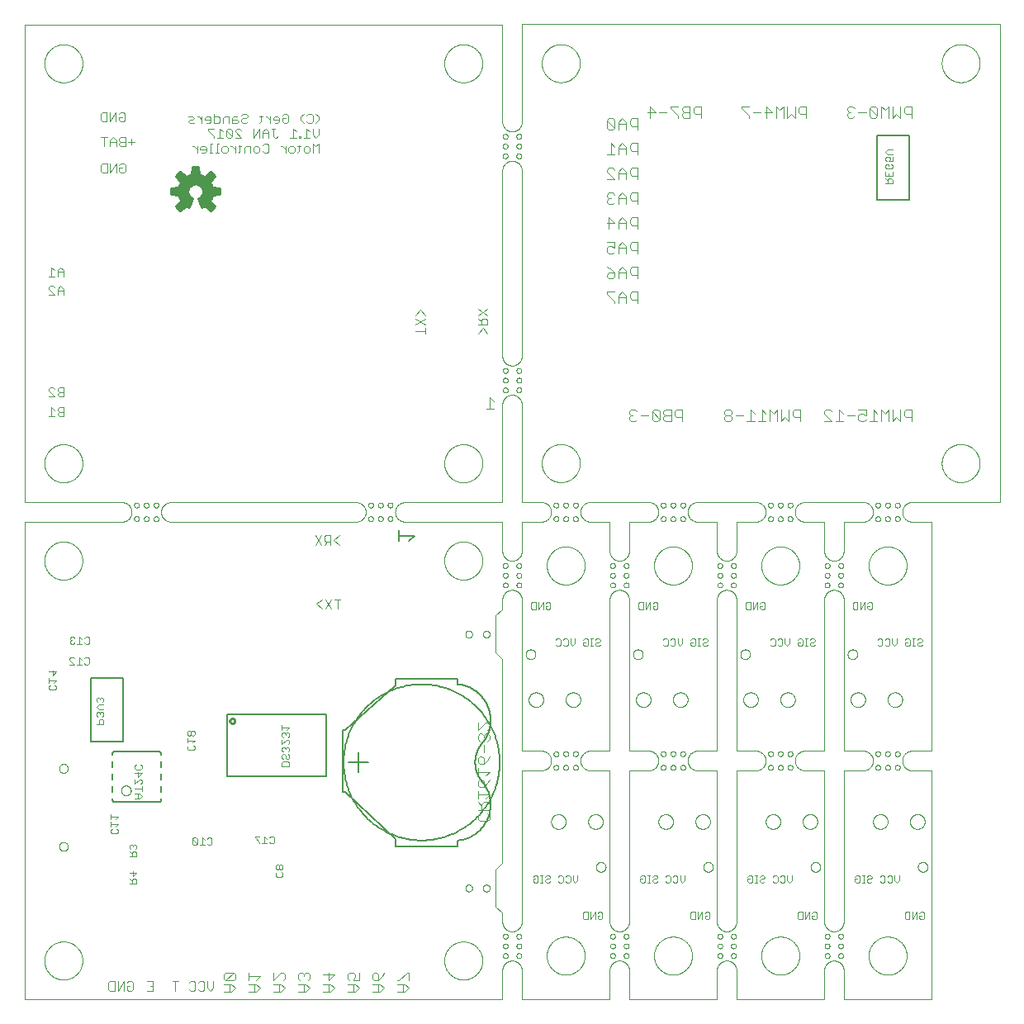
<source format=gbo>
G75*
%MOIN*%
%OFA0B0*%
%FSLAX25Y25*%
%IPPOS*%
%LPD*%
%AMOC8*
5,1,8,0,0,1.08239X$1,22.5*
%
%ADD10C,0.00000*%
%ADD11C,0.00400*%
%ADD12C,0.00600*%
%ADD13C,0.00300*%
%ADD14C,0.01000*%
%ADD15C,0.00800*%
%ADD16C,0.00500*%
%ADD17C,0.00200*%
D10*
X0031742Y0001800D02*
X0224669Y0001800D01*
X0224669Y0013611D01*
X0224671Y0013735D01*
X0224677Y0013858D01*
X0224686Y0013982D01*
X0224700Y0014104D01*
X0224717Y0014227D01*
X0224739Y0014349D01*
X0224764Y0014470D01*
X0224793Y0014590D01*
X0224825Y0014709D01*
X0224862Y0014828D01*
X0224902Y0014945D01*
X0224945Y0015060D01*
X0224993Y0015175D01*
X0225044Y0015287D01*
X0225098Y0015398D01*
X0225156Y0015508D01*
X0225217Y0015615D01*
X0225282Y0015721D01*
X0225350Y0015824D01*
X0225421Y0015925D01*
X0225495Y0016024D01*
X0225572Y0016121D01*
X0225653Y0016215D01*
X0225736Y0016306D01*
X0225822Y0016395D01*
X0225911Y0016481D01*
X0226002Y0016564D01*
X0226096Y0016645D01*
X0226193Y0016722D01*
X0226292Y0016796D01*
X0226393Y0016867D01*
X0226496Y0016935D01*
X0226602Y0017000D01*
X0226709Y0017061D01*
X0226819Y0017119D01*
X0226930Y0017173D01*
X0227042Y0017224D01*
X0227157Y0017272D01*
X0227272Y0017315D01*
X0227389Y0017355D01*
X0227508Y0017392D01*
X0227627Y0017424D01*
X0227747Y0017453D01*
X0227868Y0017478D01*
X0227990Y0017500D01*
X0228113Y0017517D01*
X0228235Y0017531D01*
X0228359Y0017540D01*
X0228482Y0017546D01*
X0228606Y0017548D01*
X0228730Y0017546D01*
X0228853Y0017540D01*
X0228977Y0017531D01*
X0229099Y0017517D01*
X0229222Y0017500D01*
X0229344Y0017478D01*
X0229465Y0017453D01*
X0229585Y0017424D01*
X0229704Y0017392D01*
X0229823Y0017355D01*
X0229940Y0017315D01*
X0230055Y0017272D01*
X0230170Y0017224D01*
X0230282Y0017173D01*
X0230393Y0017119D01*
X0230503Y0017061D01*
X0230610Y0017000D01*
X0230716Y0016935D01*
X0230819Y0016867D01*
X0230920Y0016796D01*
X0231019Y0016722D01*
X0231116Y0016645D01*
X0231210Y0016564D01*
X0231301Y0016481D01*
X0231390Y0016395D01*
X0231476Y0016306D01*
X0231559Y0016215D01*
X0231640Y0016121D01*
X0231717Y0016024D01*
X0231791Y0015925D01*
X0231862Y0015824D01*
X0231930Y0015721D01*
X0231995Y0015615D01*
X0232056Y0015508D01*
X0232114Y0015398D01*
X0232168Y0015287D01*
X0232219Y0015175D01*
X0232267Y0015060D01*
X0232310Y0014945D01*
X0232350Y0014828D01*
X0232387Y0014709D01*
X0232419Y0014590D01*
X0232448Y0014470D01*
X0232473Y0014349D01*
X0232495Y0014227D01*
X0232512Y0014104D01*
X0232526Y0013982D01*
X0232535Y0013858D01*
X0232541Y0013735D01*
X0232543Y0013611D01*
X0232543Y0001800D01*
X0267976Y0001800D01*
X0267976Y0013611D01*
X0267978Y0013735D01*
X0267984Y0013858D01*
X0267993Y0013982D01*
X0268007Y0014104D01*
X0268024Y0014227D01*
X0268046Y0014349D01*
X0268071Y0014470D01*
X0268100Y0014590D01*
X0268132Y0014709D01*
X0268169Y0014828D01*
X0268209Y0014945D01*
X0268252Y0015060D01*
X0268300Y0015175D01*
X0268351Y0015287D01*
X0268405Y0015398D01*
X0268463Y0015508D01*
X0268524Y0015615D01*
X0268589Y0015721D01*
X0268657Y0015824D01*
X0268728Y0015925D01*
X0268802Y0016024D01*
X0268879Y0016121D01*
X0268960Y0016215D01*
X0269043Y0016306D01*
X0269129Y0016395D01*
X0269218Y0016481D01*
X0269309Y0016564D01*
X0269403Y0016645D01*
X0269500Y0016722D01*
X0269599Y0016796D01*
X0269700Y0016867D01*
X0269803Y0016935D01*
X0269909Y0017000D01*
X0270016Y0017061D01*
X0270126Y0017119D01*
X0270237Y0017173D01*
X0270349Y0017224D01*
X0270464Y0017272D01*
X0270579Y0017315D01*
X0270696Y0017355D01*
X0270815Y0017392D01*
X0270934Y0017424D01*
X0271054Y0017453D01*
X0271175Y0017478D01*
X0271297Y0017500D01*
X0271420Y0017517D01*
X0271542Y0017531D01*
X0271666Y0017540D01*
X0271789Y0017546D01*
X0271913Y0017548D01*
X0272037Y0017546D01*
X0272160Y0017540D01*
X0272284Y0017531D01*
X0272406Y0017517D01*
X0272529Y0017500D01*
X0272651Y0017478D01*
X0272772Y0017453D01*
X0272892Y0017424D01*
X0273011Y0017392D01*
X0273130Y0017355D01*
X0273247Y0017315D01*
X0273362Y0017272D01*
X0273477Y0017224D01*
X0273589Y0017173D01*
X0273700Y0017119D01*
X0273810Y0017061D01*
X0273917Y0017000D01*
X0274023Y0016935D01*
X0274126Y0016867D01*
X0274227Y0016796D01*
X0274326Y0016722D01*
X0274423Y0016645D01*
X0274517Y0016564D01*
X0274608Y0016481D01*
X0274697Y0016395D01*
X0274783Y0016306D01*
X0274866Y0016215D01*
X0274947Y0016121D01*
X0275024Y0016024D01*
X0275098Y0015925D01*
X0275169Y0015824D01*
X0275237Y0015721D01*
X0275302Y0015615D01*
X0275363Y0015508D01*
X0275421Y0015398D01*
X0275475Y0015287D01*
X0275526Y0015175D01*
X0275574Y0015060D01*
X0275617Y0014945D01*
X0275657Y0014828D01*
X0275694Y0014709D01*
X0275726Y0014590D01*
X0275755Y0014470D01*
X0275780Y0014349D01*
X0275802Y0014227D01*
X0275819Y0014104D01*
X0275833Y0013982D01*
X0275842Y0013858D01*
X0275848Y0013735D01*
X0275850Y0013611D01*
X0275850Y0001800D01*
X0311283Y0001800D01*
X0311283Y0013611D01*
X0311285Y0013735D01*
X0311291Y0013858D01*
X0311300Y0013982D01*
X0311314Y0014104D01*
X0311331Y0014227D01*
X0311353Y0014349D01*
X0311378Y0014470D01*
X0311407Y0014590D01*
X0311439Y0014709D01*
X0311476Y0014828D01*
X0311516Y0014945D01*
X0311559Y0015060D01*
X0311607Y0015175D01*
X0311658Y0015287D01*
X0311712Y0015398D01*
X0311770Y0015508D01*
X0311831Y0015615D01*
X0311896Y0015721D01*
X0311964Y0015824D01*
X0312035Y0015925D01*
X0312109Y0016024D01*
X0312186Y0016121D01*
X0312267Y0016215D01*
X0312350Y0016306D01*
X0312436Y0016395D01*
X0312525Y0016481D01*
X0312616Y0016564D01*
X0312710Y0016645D01*
X0312807Y0016722D01*
X0312906Y0016796D01*
X0313007Y0016867D01*
X0313110Y0016935D01*
X0313216Y0017000D01*
X0313323Y0017061D01*
X0313433Y0017119D01*
X0313544Y0017173D01*
X0313656Y0017224D01*
X0313771Y0017272D01*
X0313886Y0017315D01*
X0314003Y0017355D01*
X0314122Y0017392D01*
X0314241Y0017424D01*
X0314361Y0017453D01*
X0314482Y0017478D01*
X0314604Y0017500D01*
X0314727Y0017517D01*
X0314849Y0017531D01*
X0314973Y0017540D01*
X0315096Y0017546D01*
X0315220Y0017548D01*
X0315344Y0017546D01*
X0315467Y0017540D01*
X0315591Y0017531D01*
X0315713Y0017517D01*
X0315836Y0017500D01*
X0315958Y0017478D01*
X0316079Y0017453D01*
X0316199Y0017424D01*
X0316318Y0017392D01*
X0316437Y0017355D01*
X0316554Y0017315D01*
X0316669Y0017272D01*
X0316784Y0017224D01*
X0316896Y0017173D01*
X0317007Y0017119D01*
X0317117Y0017061D01*
X0317224Y0017000D01*
X0317330Y0016935D01*
X0317433Y0016867D01*
X0317534Y0016796D01*
X0317633Y0016722D01*
X0317730Y0016645D01*
X0317824Y0016564D01*
X0317915Y0016481D01*
X0318004Y0016395D01*
X0318090Y0016306D01*
X0318173Y0016215D01*
X0318254Y0016121D01*
X0318331Y0016024D01*
X0318405Y0015925D01*
X0318476Y0015824D01*
X0318544Y0015721D01*
X0318609Y0015615D01*
X0318670Y0015508D01*
X0318728Y0015398D01*
X0318782Y0015287D01*
X0318833Y0015175D01*
X0318881Y0015060D01*
X0318924Y0014945D01*
X0318964Y0014828D01*
X0319001Y0014709D01*
X0319033Y0014590D01*
X0319062Y0014470D01*
X0319087Y0014349D01*
X0319109Y0014227D01*
X0319126Y0014104D01*
X0319140Y0013982D01*
X0319149Y0013858D01*
X0319155Y0013735D01*
X0319157Y0013611D01*
X0319157Y0001800D01*
X0354590Y0001800D01*
X0354590Y0013611D01*
X0354592Y0013735D01*
X0354598Y0013858D01*
X0354607Y0013982D01*
X0354621Y0014104D01*
X0354638Y0014227D01*
X0354660Y0014349D01*
X0354685Y0014470D01*
X0354714Y0014590D01*
X0354746Y0014709D01*
X0354783Y0014828D01*
X0354823Y0014945D01*
X0354866Y0015060D01*
X0354914Y0015175D01*
X0354965Y0015287D01*
X0355019Y0015398D01*
X0355077Y0015508D01*
X0355138Y0015615D01*
X0355203Y0015721D01*
X0355271Y0015824D01*
X0355342Y0015925D01*
X0355416Y0016024D01*
X0355493Y0016121D01*
X0355574Y0016215D01*
X0355657Y0016306D01*
X0355743Y0016395D01*
X0355832Y0016481D01*
X0355923Y0016564D01*
X0356017Y0016645D01*
X0356114Y0016722D01*
X0356213Y0016796D01*
X0356314Y0016867D01*
X0356417Y0016935D01*
X0356523Y0017000D01*
X0356630Y0017061D01*
X0356740Y0017119D01*
X0356851Y0017173D01*
X0356963Y0017224D01*
X0357078Y0017272D01*
X0357193Y0017315D01*
X0357310Y0017355D01*
X0357429Y0017392D01*
X0357548Y0017424D01*
X0357668Y0017453D01*
X0357789Y0017478D01*
X0357911Y0017500D01*
X0358034Y0017517D01*
X0358156Y0017531D01*
X0358280Y0017540D01*
X0358403Y0017546D01*
X0358527Y0017548D01*
X0358651Y0017546D01*
X0358774Y0017540D01*
X0358898Y0017531D01*
X0359020Y0017517D01*
X0359143Y0017500D01*
X0359265Y0017478D01*
X0359386Y0017453D01*
X0359506Y0017424D01*
X0359625Y0017392D01*
X0359744Y0017355D01*
X0359861Y0017315D01*
X0359976Y0017272D01*
X0360091Y0017224D01*
X0360203Y0017173D01*
X0360314Y0017119D01*
X0360424Y0017061D01*
X0360531Y0017000D01*
X0360637Y0016935D01*
X0360740Y0016867D01*
X0360841Y0016796D01*
X0360940Y0016722D01*
X0361037Y0016645D01*
X0361131Y0016564D01*
X0361222Y0016481D01*
X0361311Y0016395D01*
X0361397Y0016306D01*
X0361480Y0016215D01*
X0361561Y0016121D01*
X0361638Y0016024D01*
X0361712Y0015925D01*
X0361783Y0015824D01*
X0361851Y0015721D01*
X0361916Y0015615D01*
X0361977Y0015508D01*
X0362035Y0015398D01*
X0362089Y0015287D01*
X0362140Y0015175D01*
X0362188Y0015060D01*
X0362231Y0014945D01*
X0362271Y0014828D01*
X0362308Y0014709D01*
X0362340Y0014590D01*
X0362369Y0014470D01*
X0362394Y0014349D01*
X0362416Y0014227D01*
X0362433Y0014104D01*
X0362447Y0013982D01*
X0362456Y0013858D01*
X0362462Y0013735D01*
X0362464Y0013611D01*
X0362464Y0001800D01*
X0397897Y0001800D01*
X0397897Y0094320D01*
X0390023Y0094320D01*
X0389899Y0094322D01*
X0389776Y0094328D01*
X0389652Y0094337D01*
X0389530Y0094351D01*
X0389407Y0094368D01*
X0389285Y0094390D01*
X0389164Y0094415D01*
X0389044Y0094444D01*
X0388925Y0094476D01*
X0388806Y0094513D01*
X0388689Y0094553D01*
X0388574Y0094596D01*
X0388459Y0094644D01*
X0388347Y0094695D01*
X0388236Y0094749D01*
X0388126Y0094807D01*
X0388019Y0094868D01*
X0387913Y0094933D01*
X0387810Y0095001D01*
X0387709Y0095072D01*
X0387610Y0095146D01*
X0387513Y0095223D01*
X0387419Y0095304D01*
X0387328Y0095387D01*
X0387239Y0095473D01*
X0387153Y0095562D01*
X0387070Y0095653D01*
X0386989Y0095747D01*
X0386912Y0095844D01*
X0386838Y0095943D01*
X0386767Y0096044D01*
X0386699Y0096147D01*
X0386634Y0096253D01*
X0386573Y0096360D01*
X0386515Y0096470D01*
X0386461Y0096581D01*
X0386410Y0096693D01*
X0386362Y0096808D01*
X0386319Y0096923D01*
X0386279Y0097040D01*
X0386242Y0097159D01*
X0386210Y0097278D01*
X0386181Y0097398D01*
X0386156Y0097519D01*
X0386134Y0097641D01*
X0386117Y0097764D01*
X0386103Y0097886D01*
X0386094Y0098010D01*
X0386088Y0098133D01*
X0386086Y0098257D01*
X0386088Y0098381D01*
X0386094Y0098504D01*
X0386103Y0098628D01*
X0386117Y0098750D01*
X0386134Y0098873D01*
X0386156Y0098995D01*
X0386181Y0099116D01*
X0386210Y0099236D01*
X0386242Y0099355D01*
X0386279Y0099474D01*
X0386319Y0099591D01*
X0386362Y0099706D01*
X0386410Y0099821D01*
X0386461Y0099933D01*
X0386515Y0100044D01*
X0386573Y0100154D01*
X0386634Y0100261D01*
X0386699Y0100367D01*
X0386767Y0100470D01*
X0386838Y0100571D01*
X0386912Y0100670D01*
X0386989Y0100767D01*
X0387070Y0100861D01*
X0387153Y0100952D01*
X0387239Y0101041D01*
X0387328Y0101127D01*
X0387419Y0101210D01*
X0387513Y0101291D01*
X0387610Y0101368D01*
X0387709Y0101442D01*
X0387810Y0101513D01*
X0387913Y0101581D01*
X0388019Y0101646D01*
X0388126Y0101707D01*
X0388236Y0101765D01*
X0388347Y0101819D01*
X0388459Y0101870D01*
X0388574Y0101918D01*
X0388689Y0101961D01*
X0388806Y0102001D01*
X0388925Y0102038D01*
X0389044Y0102070D01*
X0389164Y0102099D01*
X0389285Y0102124D01*
X0389407Y0102146D01*
X0389530Y0102163D01*
X0389652Y0102177D01*
X0389776Y0102186D01*
X0389899Y0102192D01*
X0390023Y0102194D01*
X0397897Y0102194D01*
X0397897Y0194713D01*
X0390023Y0194713D01*
X0389899Y0194715D01*
X0389776Y0194721D01*
X0389652Y0194730D01*
X0389530Y0194744D01*
X0389407Y0194761D01*
X0389285Y0194783D01*
X0389164Y0194808D01*
X0389044Y0194837D01*
X0388925Y0194869D01*
X0388806Y0194906D01*
X0388689Y0194946D01*
X0388574Y0194989D01*
X0388459Y0195037D01*
X0388347Y0195088D01*
X0388236Y0195142D01*
X0388126Y0195200D01*
X0388019Y0195261D01*
X0387913Y0195326D01*
X0387810Y0195394D01*
X0387709Y0195465D01*
X0387610Y0195539D01*
X0387513Y0195616D01*
X0387419Y0195697D01*
X0387328Y0195780D01*
X0387239Y0195866D01*
X0387153Y0195955D01*
X0387070Y0196046D01*
X0386989Y0196140D01*
X0386912Y0196237D01*
X0386838Y0196336D01*
X0386767Y0196437D01*
X0386699Y0196540D01*
X0386634Y0196646D01*
X0386573Y0196753D01*
X0386515Y0196863D01*
X0386461Y0196974D01*
X0386410Y0197086D01*
X0386362Y0197201D01*
X0386319Y0197316D01*
X0386279Y0197433D01*
X0386242Y0197552D01*
X0386210Y0197671D01*
X0386181Y0197791D01*
X0386156Y0197912D01*
X0386134Y0198034D01*
X0386117Y0198157D01*
X0386103Y0198279D01*
X0386094Y0198403D01*
X0386088Y0198526D01*
X0386086Y0198650D01*
X0386088Y0198774D01*
X0386094Y0198897D01*
X0386103Y0199021D01*
X0386117Y0199143D01*
X0386134Y0199266D01*
X0386156Y0199388D01*
X0386181Y0199509D01*
X0386210Y0199629D01*
X0386242Y0199748D01*
X0386279Y0199867D01*
X0386319Y0199984D01*
X0386362Y0200099D01*
X0386410Y0200214D01*
X0386461Y0200326D01*
X0386515Y0200437D01*
X0386573Y0200547D01*
X0386634Y0200654D01*
X0386699Y0200760D01*
X0386767Y0200863D01*
X0386838Y0200964D01*
X0386912Y0201063D01*
X0386989Y0201160D01*
X0387070Y0201254D01*
X0387153Y0201345D01*
X0387239Y0201434D01*
X0387328Y0201520D01*
X0387419Y0201603D01*
X0387513Y0201684D01*
X0387610Y0201761D01*
X0387709Y0201835D01*
X0387810Y0201906D01*
X0387913Y0201974D01*
X0388019Y0202039D01*
X0388126Y0202100D01*
X0388236Y0202158D01*
X0388347Y0202212D01*
X0388459Y0202263D01*
X0388574Y0202311D01*
X0388689Y0202354D01*
X0388806Y0202394D01*
X0388925Y0202431D01*
X0389044Y0202463D01*
X0389164Y0202492D01*
X0389285Y0202517D01*
X0389407Y0202539D01*
X0389530Y0202556D01*
X0389652Y0202570D01*
X0389776Y0202579D01*
X0389899Y0202585D01*
X0390023Y0202587D01*
X0425456Y0202587D01*
X0425456Y0395501D01*
X0232543Y0395501D01*
X0232543Y0356131D01*
X0232541Y0356007D01*
X0232535Y0355884D01*
X0232526Y0355760D01*
X0232512Y0355638D01*
X0232495Y0355515D01*
X0232473Y0355393D01*
X0232448Y0355272D01*
X0232419Y0355152D01*
X0232387Y0355033D01*
X0232350Y0354914D01*
X0232310Y0354797D01*
X0232267Y0354682D01*
X0232219Y0354567D01*
X0232168Y0354455D01*
X0232114Y0354344D01*
X0232056Y0354234D01*
X0231995Y0354127D01*
X0231930Y0354021D01*
X0231862Y0353918D01*
X0231791Y0353817D01*
X0231717Y0353718D01*
X0231640Y0353621D01*
X0231559Y0353527D01*
X0231476Y0353436D01*
X0231390Y0353347D01*
X0231301Y0353261D01*
X0231210Y0353178D01*
X0231116Y0353097D01*
X0231019Y0353020D01*
X0230920Y0352946D01*
X0230819Y0352875D01*
X0230716Y0352807D01*
X0230610Y0352742D01*
X0230503Y0352681D01*
X0230393Y0352623D01*
X0230282Y0352569D01*
X0230170Y0352518D01*
X0230055Y0352470D01*
X0229940Y0352427D01*
X0229823Y0352387D01*
X0229704Y0352350D01*
X0229585Y0352318D01*
X0229465Y0352289D01*
X0229344Y0352264D01*
X0229222Y0352242D01*
X0229099Y0352225D01*
X0228977Y0352211D01*
X0228853Y0352202D01*
X0228730Y0352196D01*
X0228606Y0352194D01*
X0228482Y0352196D01*
X0228359Y0352202D01*
X0228235Y0352211D01*
X0228113Y0352225D01*
X0227990Y0352242D01*
X0227868Y0352264D01*
X0227747Y0352289D01*
X0227627Y0352318D01*
X0227508Y0352350D01*
X0227389Y0352387D01*
X0227272Y0352427D01*
X0227157Y0352470D01*
X0227042Y0352518D01*
X0226930Y0352569D01*
X0226819Y0352623D01*
X0226709Y0352681D01*
X0226602Y0352742D01*
X0226496Y0352807D01*
X0226393Y0352875D01*
X0226292Y0352946D01*
X0226193Y0353020D01*
X0226096Y0353097D01*
X0226002Y0353178D01*
X0225911Y0353261D01*
X0225822Y0353347D01*
X0225736Y0353436D01*
X0225653Y0353527D01*
X0225572Y0353621D01*
X0225495Y0353718D01*
X0225421Y0353817D01*
X0225350Y0353918D01*
X0225282Y0354021D01*
X0225217Y0354127D01*
X0225156Y0354234D01*
X0225098Y0354344D01*
X0225044Y0354455D01*
X0224993Y0354567D01*
X0224945Y0354682D01*
X0224902Y0354797D01*
X0224862Y0354914D01*
X0224825Y0355033D01*
X0224793Y0355152D01*
X0224764Y0355272D01*
X0224739Y0355393D01*
X0224717Y0355515D01*
X0224700Y0355638D01*
X0224686Y0355760D01*
X0224677Y0355884D01*
X0224671Y0356007D01*
X0224669Y0356131D01*
X0224669Y0395439D01*
X0031756Y0395439D01*
X0031756Y0202526D01*
X0071126Y0202526D01*
X0071250Y0202524D01*
X0071374Y0202518D01*
X0071497Y0202508D01*
X0071620Y0202495D01*
X0071743Y0202477D01*
X0071865Y0202455D01*
X0071987Y0202430D01*
X0072107Y0202401D01*
X0072226Y0202368D01*
X0072345Y0202331D01*
X0072462Y0202290D01*
X0072578Y0202246D01*
X0072692Y0202198D01*
X0072805Y0202147D01*
X0072916Y0202092D01*
X0073025Y0202033D01*
X0073132Y0201971D01*
X0073238Y0201906D01*
X0073341Y0201837D01*
X0073442Y0201765D01*
X0073541Y0201690D01*
X0073637Y0201612D01*
X0073730Y0201531D01*
X0073821Y0201447D01*
X0073910Y0201360D01*
X0073995Y0201270D01*
X0074078Y0201178D01*
X0074158Y0201083D01*
X0074234Y0200986D01*
X0074308Y0200886D01*
X0074378Y0200784D01*
X0074445Y0200679D01*
X0074509Y0200573D01*
X0074569Y0200465D01*
X0074626Y0200355D01*
X0074679Y0200243D01*
X0074729Y0200129D01*
X0074775Y0200014D01*
X0074817Y0199898D01*
X0074856Y0199780D01*
X0074891Y0199661D01*
X0074922Y0199541D01*
X0074949Y0199420D01*
X0074973Y0199298D01*
X0074992Y0199176D01*
X0075008Y0199053D01*
X0075020Y0198930D01*
X0075028Y0198806D01*
X0075032Y0198682D01*
X0075032Y0198558D01*
X0075028Y0198434D01*
X0075020Y0198310D01*
X0075008Y0198187D01*
X0074992Y0198064D01*
X0074973Y0197942D01*
X0074949Y0197820D01*
X0074922Y0197699D01*
X0074891Y0197579D01*
X0074856Y0197460D01*
X0074817Y0197342D01*
X0074775Y0197226D01*
X0074729Y0197111D01*
X0074679Y0196997D01*
X0074626Y0196885D01*
X0074569Y0196775D01*
X0074509Y0196667D01*
X0074445Y0196561D01*
X0074378Y0196456D01*
X0074308Y0196354D01*
X0074234Y0196254D01*
X0074158Y0196157D01*
X0074078Y0196062D01*
X0073995Y0195970D01*
X0073910Y0195880D01*
X0073821Y0195793D01*
X0073730Y0195709D01*
X0073637Y0195628D01*
X0073541Y0195550D01*
X0073442Y0195475D01*
X0073341Y0195403D01*
X0073238Y0195334D01*
X0073132Y0195269D01*
X0073025Y0195207D01*
X0072916Y0195148D01*
X0072805Y0195093D01*
X0072692Y0195042D01*
X0072578Y0194994D01*
X0072462Y0194950D01*
X0072345Y0194909D01*
X0072226Y0194872D01*
X0072107Y0194839D01*
X0071987Y0194810D01*
X0071865Y0194785D01*
X0071743Y0194763D01*
X0071620Y0194745D01*
X0071497Y0194732D01*
X0071374Y0194722D01*
X0071250Y0194716D01*
X0071126Y0194714D01*
X0071126Y0194713D02*
X0031742Y0194713D01*
X0031742Y0001800D01*
X0039813Y0017548D02*
X0039815Y0017736D01*
X0039822Y0017925D01*
X0039834Y0018113D01*
X0039850Y0018300D01*
X0039871Y0018488D01*
X0039896Y0018674D01*
X0039926Y0018860D01*
X0039961Y0019046D01*
X0040000Y0019230D01*
X0040043Y0019413D01*
X0040091Y0019596D01*
X0040144Y0019777D01*
X0040200Y0019956D01*
X0040262Y0020134D01*
X0040327Y0020311D01*
X0040397Y0020486D01*
X0040472Y0020659D01*
X0040550Y0020830D01*
X0040633Y0021000D01*
X0040719Y0021167D01*
X0040810Y0021332D01*
X0040905Y0021495D01*
X0041004Y0021655D01*
X0041107Y0021813D01*
X0041213Y0021968D01*
X0041324Y0022121D01*
X0041438Y0022271D01*
X0041556Y0022418D01*
X0041677Y0022562D01*
X0041802Y0022704D01*
X0041930Y0022842D01*
X0042062Y0022976D01*
X0042196Y0023108D01*
X0042334Y0023236D01*
X0042476Y0023361D01*
X0042620Y0023482D01*
X0042767Y0023600D01*
X0042917Y0023714D01*
X0043070Y0023825D01*
X0043225Y0023931D01*
X0043383Y0024034D01*
X0043543Y0024133D01*
X0043706Y0024228D01*
X0043871Y0024319D01*
X0044038Y0024405D01*
X0044208Y0024488D01*
X0044379Y0024566D01*
X0044552Y0024641D01*
X0044727Y0024711D01*
X0044904Y0024776D01*
X0045082Y0024838D01*
X0045261Y0024894D01*
X0045442Y0024947D01*
X0045625Y0024995D01*
X0045808Y0025038D01*
X0045992Y0025077D01*
X0046178Y0025112D01*
X0046364Y0025142D01*
X0046550Y0025167D01*
X0046738Y0025188D01*
X0046925Y0025204D01*
X0047113Y0025216D01*
X0047302Y0025223D01*
X0047490Y0025225D01*
X0047678Y0025223D01*
X0047867Y0025216D01*
X0048055Y0025204D01*
X0048242Y0025188D01*
X0048430Y0025167D01*
X0048616Y0025142D01*
X0048802Y0025112D01*
X0048988Y0025077D01*
X0049172Y0025038D01*
X0049355Y0024995D01*
X0049538Y0024947D01*
X0049719Y0024894D01*
X0049898Y0024838D01*
X0050076Y0024776D01*
X0050253Y0024711D01*
X0050428Y0024641D01*
X0050601Y0024566D01*
X0050772Y0024488D01*
X0050942Y0024405D01*
X0051109Y0024319D01*
X0051274Y0024228D01*
X0051437Y0024133D01*
X0051597Y0024034D01*
X0051755Y0023931D01*
X0051910Y0023825D01*
X0052063Y0023714D01*
X0052213Y0023600D01*
X0052360Y0023482D01*
X0052504Y0023361D01*
X0052646Y0023236D01*
X0052784Y0023108D01*
X0052918Y0022976D01*
X0053050Y0022842D01*
X0053178Y0022704D01*
X0053303Y0022562D01*
X0053424Y0022418D01*
X0053542Y0022271D01*
X0053656Y0022121D01*
X0053767Y0021968D01*
X0053873Y0021813D01*
X0053976Y0021655D01*
X0054075Y0021495D01*
X0054170Y0021332D01*
X0054261Y0021167D01*
X0054347Y0021000D01*
X0054430Y0020830D01*
X0054508Y0020659D01*
X0054583Y0020486D01*
X0054653Y0020311D01*
X0054718Y0020134D01*
X0054780Y0019956D01*
X0054836Y0019777D01*
X0054889Y0019596D01*
X0054937Y0019413D01*
X0054980Y0019230D01*
X0055019Y0019046D01*
X0055054Y0018860D01*
X0055084Y0018674D01*
X0055109Y0018488D01*
X0055130Y0018300D01*
X0055146Y0018113D01*
X0055158Y0017925D01*
X0055165Y0017736D01*
X0055167Y0017548D01*
X0055165Y0017360D01*
X0055158Y0017171D01*
X0055146Y0016983D01*
X0055130Y0016796D01*
X0055109Y0016608D01*
X0055084Y0016422D01*
X0055054Y0016236D01*
X0055019Y0016050D01*
X0054980Y0015866D01*
X0054937Y0015683D01*
X0054889Y0015500D01*
X0054836Y0015319D01*
X0054780Y0015140D01*
X0054718Y0014962D01*
X0054653Y0014785D01*
X0054583Y0014610D01*
X0054508Y0014437D01*
X0054430Y0014266D01*
X0054347Y0014096D01*
X0054261Y0013929D01*
X0054170Y0013764D01*
X0054075Y0013601D01*
X0053976Y0013441D01*
X0053873Y0013283D01*
X0053767Y0013128D01*
X0053656Y0012975D01*
X0053542Y0012825D01*
X0053424Y0012678D01*
X0053303Y0012534D01*
X0053178Y0012392D01*
X0053050Y0012254D01*
X0052918Y0012120D01*
X0052784Y0011988D01*
X0052646Y0011860D01*
X0052504Y0011735D01*
X0052360Y0011614D01*
X0052213Y0011496D01*
X0052063Y0011382D01*
X0051910Y0011271D01*
X0051755Y0011165D01*
X0051597Y0011062D01*
X0051437Y0010963D01*
X0051274Y0010868D01*
X0051109Y0010777D01*
X0050942Y0010691D01*
X0050772Y0010608D01*
X0050601Y0010530D01*
X0050428Y0010455D01*
X0050253Y0010385D01*
X0050076Y0010320D01*
X0049898Y0010258D01*
X0049719Y0010202D01*
X0049538Y0010149D01*
X0049355Y0010101D01*
X0049172Y0010058D01*
X0048988Y0010019D01*
X0048802Y0009984D01*
X0048616Y0009954D01*
X0048430Y0009929D01*
X0048242Y0009908D01*
X0048055Y0009892D01*
X0047867Y0009880D01*
X0047678Y0009873D01*
X0047490Y0009871D01*
X0047302Y0009873D01*
X0047113Y0009880D01*
X0046925Y0009892D01*
X0046738Y0009908D01*
X0046550Y0009929D01*
X0046364Y0009954D01*
X0046178Y0009984D01*
X0045992Y0010019D01*
X0045808Y0010058D01*
X0045625Y0010101D01*
X0045442Y0010149D01*
X0045261Y0010202D01*
X0045082Y0010258D01*
X0044904Y0010320D01*
X0044727Y0010385D01*
X0044552Y0010455D01*
X0044379Y0010530D01*
X0044208Y0010608D01*
X0044038Y0010691D01*
X0043871Y0010777D01*
X0043706Y0010868D01*
X0043543Y0010963D01*
X0043383Y0011062D01*
X0043225Y0011165D01*
X0043070Y0011271D01*
X0042917Y0011382D01*
X0042767Y0011496D01*
X0042620Y0011614D01*
X0042476Y0011735D01*
X0042334Y0011860D01*
X0042196Y0011988D01*
X0042062Y0012120D01*
X0041930Y0012254D01*
X0041802Y0012392D01*
X0041677Y0012534D01*
X0041556Y0012678D01*
X0041438Y0012825D01*
X0041324Y0012975D01*
X0041213Y0013128D01*
X0041107Y0013283D01*
X0041004Y0013441D01*
X0040905Y0013601D01*
X0040810Y0013764D01*
X0040719Y0013929D01*
X0040633Y0014096D01*
X0040550Y0014266D01*
X0040472Y0014437D01*
X0040397Y0014610D01*
X0040327Y0014785D01*
X0040262Y0014962D01*
X0040200Y0015140D01*
X0040144Y0015319D01*
X0040091Y0015500D01*
X0040043Y0015683D01*
X0040000Y0015866D01*
X0039961Y0016050D01*
X0039926Y0016236D01*
X0039896Y0016422D01*
X0039871Y0016608D01*
X0039850Y0016796D01*
X0039834Y0016983D01*
X0039822Y0017171D01*
X0039815Y0017360D01*
X0039813Y0017548D01*
X0045758Y0063611D02*
X0045760Y0063695D01*
X0045766Y0063778D01*
X0045776Y0063861D01*
X0045790Y0063944D01*
X0045807Y0064026D01*
X0045829Y0064107D01*
X0045854Y0064186D01*
X0045883Y0064265D01*
X0045916Y0064342D01*
X0045952Y0064417D01*
X0045992Y0064491D01*
X0046035Y0064563D01*
X0046082Y0064632D01*
X0046132Y0064699D01*
X0046185Y0064764D01*
X0046241Y0064826D01*
X0046299Y0064886D01*
X0046361Y0064943D01*
X0046425Y0064996D01*
X0046492Y0065047D01*
X0046561Y0065094D01*
X0046632Y0065139D01*
X0046705Y0065179D01*
X0046780Y0065216D01*
X0046857Y0065250D01*
X0046935Y0065280D01*
X0047014Y0065306D01*
X0047095Y0065329D01*
X0047177Y0065347D01*
X0047259Y0065362D01*
X0047342Y0065373D01*
X0047425Y0065380D01*
X0047509Y0065383D01*
X0047593Y0065382D01*
X0047676Y0065377D01*
X0047760Y0065368D01*
X0047842Y0065355D01*
X0047924Y0065339D01*
X0048005Y0065318D01*
X0048086Y0065294D01*
X0048164Y0065266D01*
X0048242Y0065234D01*
X0048318Y0065198D01*
X0048392Y0065159D01*
X0048464Y0065117D01*
X0048534Y0065071D01*
X0048602Y0065022D01*
X0048667Y0064970D01*
X0048730Y0064915D01*
X0048790Y0064857D01*
X0048848Y0064796D01*
X0048902Y0064732D01*
X0048954Y0064666D01*
X0049002Y0064598D01*
X0049047Y0064527D01*
X0049088Y0064454D01*
X0049127Y0064380D01*
X0049161Y0064304D01*
X0049192Y0064226D01*
X0049219Y0064147D01*
X0049243Y0064066D01*
X0049262Y0063985D01*
X0049278Y0063903D01*
X0049290Y0063820D01*
X0049298Y0063736D01*
X0049302Y0063653D01*
X0049302Y0063569D01*
X0049298Y0063486D01*
X0049290Y0063402D01*
X0049278Y0063319D01*
X0049262Y0063237D01*
X0049243Y0063156D01*
X0049219Y0063075D01*
X0049192Y0062996D01*
X0049161Y0062918D01*
X0049127Y0062842D01*
X0049088Y0062768D01*
X0049047Y0062695D01*
X0049002Y0062624D01*
X0048954Y0062556D01*
X0048902Y0062490D01*
X0048848Y0062426D01*
X0048790Y0062365D01*
X0048730Y0062307D01*
X0048667Y0062252D01*
X0048602Y0062200D01*
X0048534Y0062151D01*
X0048464Y0062105D01*
X0048392Y0062063D01*
X0048318Y0062024D01*
X0048242Y0061988D01*
X0048164Y0061956D01*
X0048086Y0061928D01*
X0048005Y0061904D01*
X0047924Y0061883D01*
X0047842Y0061867D01*
X0047760Y0061854D01*
X0047676Y0061845D01*
X0047593Y0061840D01*
X0047509Y0061839D01*
X0047425Y0061842D01*
X0047342Y0061849D01*
X0047259Y0061860D01*
X0047177Y0061875D01*
X0047095Y0061893D01*
X0047014Y0061916D01*
X0046935Y0061942D01*
X0046857Y0061972D01*
X0046780Y0062006D01*
X0046705Y0062043D01*
X0046632Y0062083D01*
X0046561Y0062128D01*
X0046492Y0062175D01*
X0046425Y0062226D01*
X0046361Y0062279D01*
X0046299Y0062336D01*
X0046241Y0062396D01*
X0046185Y0062458D01*
X0046132Y0062523D01*
X0046082Y0062590D01*
X0046035Y0062659D01*
X0045992Y0062731D01*
X0045952Y0062805D01*
X0045916Y0062880D01*
X0045883Y0062957D01*
X0045854Y0063036D01*
X0045829Y0063115D01*
X0045807Y0063196D01*
X0045790Y0063278D01*
X0045776Y0063361D01*
X0045766Y0063444D01*
X0045760Y0063527D01*
X0045758Y0063611D01*
X0045758Y0095107D02*
X0045760Y0095191D01*
X0045766Y0095274D01*
X0045776Y0095357D01*
X0045790Y0095440D01*
X0045807Y0095522D01*
X0045829Y0095603D01*
X0045854Y0095682D01*
X0045883Y0095761D01*
X0045916Y0095838D01*
X0045952Y0095913D01*
X0045992Y0095987D01*
X0046035Y0096059D01*
X0046082Y0096128D01*
X0046132Y0096195D01*
X0046185Y0096260D01*
X0046241Y0096322D01*
X0046299Y0096382D01*
X0046361Y0096439D01*
X0046425Y0096492D01*
X0046492Y0096543D01*
X0046561Y0096590D01*
X0046632Y0096635D01*
X0046705Y0096675D01*
X0046780Y0096712D01*
X0046857Y0096746D01*
X0046935Y0096776D01*
X0047014Y0096802D01*
X0047095Y0096825D01*
X0047177Y0096843D01*
X0047259Y0096858D01*
X0047342Y0096869D01*
X0047425Y0096876D01*
X0047509Y0096879D01*
X0047593Y0096878D01*
X0047676Y0096873D01*
X0047760Y0096864D01*
X0047842Y0096851D01*
X0047924Y0096835D01*
X0048005Y0096814D01*
X0048086Y0096790D01*
X0048164Y0096762D01*
X0048242Y0096730D01*
X0048318Y0096694D01*
X0048392Y0096655D01*
X0048464Y0096613D01*
X0048534Y0096567D01*
X0048602Y0096518D01*
X0048667Y0096466D01*
X0048730Y0096411D01*
X0048790Y0096353D01*
X0048848Y0096292D01*
X0048902Y0096228D01*
X0048954Y0096162D01*
X0049002Y0096094D01*
X0049047Y0096023D01*
X0049088Y0095950D01*
X0049127Y0095876D01*
X0049161Y0095800D01*
X0049192Y0095722D01*
X0049219Y0095643D01*
X0049243Y0095562D01*
X0049262Y0095481D01*
X0049278Y0095399D01*
X0049290Y0095316D01*
X0049298Y0095232D01*
X0049302Y0095149D01*
X0049302Y0095065D01*
X0049298Y0094982D01*
X0049290Y0094898D01*
X0049278Y0094815D01*
X0049262Y0094733D01*
X0049243Y0094652D01*
X0049219Y0094571D01*
X0049192Y0094492D01*
X0049161Y0094414D01*
X0049127Y0094338D01*
X0049088Y0094264D01*
X0049047Y0094191D01*
X0049002Y0094120D01*
X0048954Y0094052D01*
X0048902Y0093986D01*
X0048848Y0093922D01*
X0048790Y0093861D01*
X0048730Y0093803D01*
X0048667Y0093748D01*
X0048602Y0093696D01*
X0048534Y0093647D01*
X0048464Y0093601D01*
X0048392Y0093559D01*
X0048318Y0093520D01*
X0048242Y0093484D01*
X0048164Y0093452D01*
X0048086Y0093424D01*
X0048005Y0093400D01*
X0047924Y0093379D01*
X0047842Y0093363D01*
X0047760Y0093350D01*
X0047676Y0093341D01*
X0047593Y0093336D01*
X0047509Y0093335D01*
X0047425Y0093338D01*
X0047342Y0093345D01*
X0047259Y0093356D01*
X0047177Y0093371D01*
X0047095Y0093389D01*
X0047014Y0093412D01*
X0046935Y0093438D01*
X0046857Y0093468D01*
X0046780Y0093502D01*
X0046705Y0093539D01*
X0046632Y0093579D01*
X0046561Y0093624D01*
X0046492Y0093671D01*
X0046425Y0093722D01*
X0046361Y0093775D01*
X0046299Y0093832D01*
X0046241Y0093892D01*
X0046185Y0093954D01*
X0046132Y0094019D01*
X0046082Y0094086D01*
X0046035Y0094155D01*
X0045992Y0094227D01*
X0045952Y0094301D01*
X0045916Y0094376D01*
X0045883Y0094453D01*
X0045854Y0094532D01*
X0045829Y0094611D01*
X0045807Y0094692D01*
X0045790Y0094774D01*
X0045776Y0094857D01*
X0045766Y0094940D01*
X0045760Y0095023D01*
X0045758Y0095107D01*
X0039813Y0178965D02*
X0039815Y0179153D01*
X0039822Y0179342D01*
X0039834Y0179530D01*
X0039850Y0179717D01*
X0039871Y0179905D01*
X0039896Y0180091D01*
X0039926Y0180277D01*
X0039961Y0180463D01*
X0040000Y0180647D01*
X0040043Y0180830D01*
X0040091Y0181013D01*
X0040144Y0181194D01*
X0040200Y0181373D01*
X0040262Y0181551D01*
X0040327Y0181728D01*
X0040397Y0181903D01*
X0040472Y0182076D01*
X0040550Y0182247D01*
X0040633Y0182417D01*
X0040719Y0182584D01*
X0040810Y0182749D01*
X0040905Y0182912D01*
X0041004Y0183072D01*
X0041107Y0183230D01*
X0041213Y0183385D01*
X0041324Y0183538D01*
X0041438Y0183688D01*
X0041556Y0183835D01*
X0041677Y0183979D01*
X0041802Y0184121D01*
X0041930Y0184259D01*
X0042062Y0184393D01*
X0042196Y0184525D01*
X0042334Y0184653D01*
X0042476Y0184778D01*
X0042620Y0184899D01*
X0042767Y0185017D01*
X0042917Y0185131D01*
X0043070Y0185242D01*
X0043225Y0185348D01*
X0043383Y0185451D01*
X0043543Y0185550D01*
X0043706Y0185645D01*
X0043871Y0185736D01*
X0044038Y0185822D01*
X0044208Y0185905D01*
X0044379Y0185983D01*
X0044552Y0186058D01*
X0044727Y0186128D01*
X0044904Y0186193D01*
X0045082Y0186255D01*
X0045261Y0186311D01*
X0045442Y0186364D01*
X0045625Y0186412D01*
X0045808Y0186455D01*
X0045992Y0186494D01*
X0046178Y0186529D01*
X0046364Y0186559D01*
X0046550Y0186584D01*
X0046738Y0186605D01*
X0046925Y0186621D01*
X0047113Y0186633D01*
X0047302Y0186640D01*
X0047490Y0186642D01*
X0047678Y0186640D01*
X0047867Y0186633D01*
X0048055Y0186621D01*
X0048242Y0186605D01*
X0048430Y0186584D01*
X0048616Y0186559D01*
X0048802Y0186529D01*
X0048988Y0186494D01*
X0049172Y0186455D01*
X0049355Y0186412D01*
X0049538Y0186364D01*
X0049719Y0186311D01*
X0049898Y0186255D01*
X0050076Y0186193D01*
X0050253Y0186128D01*
X0050428Y0186058D01*
X0050601Y0185983D01*
X0050772Y0185905D01*
X0050942Y0185822D01*
X0051109Y0185736D01*
X0051274Y0185645D01*
X0051437Y0185550D01*
X0051597Y0185451D01*
X0051755Y0185348D01*
X0051910Y0185242D01*
X0052063Y0185131D01*
X0052213Y0185017D01*
X0052360Y0184899D01*
X0052504Y0184778D01*
X0052646Y0184653D01*
X0052784Y0184525D01*
X0052918Y0184393D01*
X0053050Y0184259D01*
X0053178Y0184121D01*
X0053303Y0183979D01*
X0053424Y0183835D01*
X0053542Y0183688D01*
X0053656Y0183538D01*
X0053767Y0183385D01*
X0053873Y0183230D01*
X0053976Y0183072D01*
X0054075Y0182912D01*
X0054170Y0182749D01*
X0054261Y0182584D01*
X0054347Y0182417D01*
X0054430Y0182247D01*
X0054508Y0182076D01*
X0054583Y0181903D01*
X0054653Y0181728D01*
X0054718Y0181551D01*
X0054780Y0181373D01*
X0054836Y0181194D01*
X0054889Y0181013D01*
X0054937Y0180830D01*
X0054980Y0180647D01*
X0055019Y0180463D01*
X0055054Y0180277D01*
X0055084Y0180091D01*
X0055109Y0179905D01*
X0055130Y0179717D01*
X0055146Y0179530D01*
X0055158Y0179342D01*
X0055165Y0179153D01*
X0055167Y0178965D01*
X0055165Y0178777D01*
X0055158Y0178588D01*
X0055146Y0178400D01*
X0055130Y0178213D01*
X0055109Y0178025D01*
X0055084Y0177839D01*
X0055054Y0177653D01*
X0055019Y0177467D01*
X0054980Y0177283D01*
X0054937Y0177100D01*
X0054889Y0176917D01*
X0054836Y0176736D01*
X0054780Y0176557D01*
X0054718Y0176379D01*
X0054653Y0176202D01*
X0054583Y0176027D01*
X0054508Y0175854D01*
X0054430Y0175683D01*
X0054347Y0175513D01*
X0054261Y0175346D01*
X0054170Y0175181D01*
X0054075Y0175018D01*
X0053976Y0174858D01*
X0053873Y0174700D01*
X0053767Y0174545D01*
X0053656Y0174392D01*
X0053542Y0174242D01*
X0053424Y0174095D01*
X0053303Y0173951D01*
X0053178Y0173809D01*
X0053050Y0173671D01*
X0052918Y0173537D01*
X0052784Y0173405D01*
X0052646Y0173277D01*
X0052504Y0173152D01*
X0052360Y0173031D01*
X0052213Y0172913D01*
X0052063Y0172799D01*
X0051910Y0172688D01*
X0051755Y0172582D01*
X0051597Y0172479D01*
X0051437Y0172380D01*
X0051274Y0172285D01*
X0051109Y0172194D01*
X0050942Y0172108D01*
X0050772Y0172025D01*
X0050601Y0171947D01*
X0050428Y0171872D01*
X0050253Y0171802D01*
X0050076Y0171737D01*
X0049898Y0171675D01*
X0049719Y0171619D01*
X0049538Y0171566D01*
X0049355Y0171518D01*
X0049172Y0171475D01*
X0048988Y0171436D01*
X0048802Y0171401D01*
X0048616Y0171371D01*
X0048430Y0171346D01*
X0048242Y0171325D01*
X0048055Y0171309D01*
X0047867Y0171297D01*
X0047678Y0171290D01*
X0047490Y0171288D01*
X0047302Y0171290D01*
X0047113Y0171297D01*
X0046925Y0171309D01*
X0046738Y0171325D01*
X0046550Y0171346D01*
X0046364Y0171371D01*
X0046178Y0171401D01*
X0045992Y0171436D01*
X0045808Y0171475D01*
X0045625Y0171518D01*
X0045442Y0171566D01*
X0045261Y0171619D01*
X0045082Y0171675D01*
X0044904Y0171737D01*
X0044727Y0171802D01*
X0044552Y0171872D01*
X0044379Y0171947D01*
X0044208Y0172025D01*
X0044038Y0172108D01*
X0043871Y0172194D01*
X0043706Y0172285D01*
X0043543Y0172380D01*
X0043383Y0172479D01*
X0043225Y0172582D01*
X0043070Y0172688D01*
X0042917Y0172799D01*
X0042767Y0172913D01*
X0042620Y0173031D01*
X0042476Y0173152D01*
X0042334Y0173277D01*
X0042196Y0173405D01*
X0042062Y0173537D01*
X0041930Y0173671D01*
X0041802Y0173809D01*
X0041677Y0173951D01*
X0041556Y0174095D01*
X0041438Y0174242D01*
X0041324Y0174392D01*
X0041213Y0174545D01*
X0041107Y0174700D01*
X0041004Y0174858D01*
X0040905Y0175018D01*
X0040810Y0175181D01*
X0040719Y0175346D01*
X0040633Y0175513D01*
X0040550Y0175683D01*
X0040472Y0175854D01*
X0040397Y0176027D01*
X0040327Y0176202D01*
X0040262Y0176379D01*
X0040200Y0176557D01*
X0040144Y0176736D01*
X0040091Y0176917D01*
X0040043Y0177100D01*
X0040000Y0177283D01*
X0039961Y0177467D01*
X0039926Y0177653D01*
X0039896Y0177839D01*
X0039871Y0178025D01*
X0039850Y0178213D01*
X0039834Y0178400D01*
X0039822Y0178588D01*
X0039815Y0178777D01*
X0039813Y0178965D01*
X0076031Y0195894D02*
X0076033Y0195957D01*
X0076039Y0196019D01*
X0076049Y0196081D01*
X0076062Y0196143D01*
X0076080Y0196203D01*
X0076101Y0196262D01*
X0076126Y0196320D01*
X0076155Y0196376D01*
X0076187Y0196430D01*
X0076222Y0196482D01*
X0076260Y0196531D01*
X0076302Y0196579D01*
X0076346Y0196623D01*
X0076394Y0196665D01*
X0076443Y0196703D01*
X0076495Y0196738D01*
X0076549Y0196770D01*
X0076605Y0196799D01*
X0076663Y0196824D01*
X0076722Y0196845D01*
X0076782Y0196863D01*
X0076844Y0196876D01*
X0076906Y0196886D01*
X0076968Y0196892D01*
X0077031Y0196894D01*
X0077094Y0196892D01*
X0077156Y0196886D01*
X0077218Y0196876D01*
X0077280Y0196863D01*
X0077340Y0196845D01*
X0077399Y0196824D01*
X0077457Y0196799D01*
X0077513Y0196770D01*
X0077567Y0196738D01*
X0077619Y0196703D01*
X0077668Y0196665D01*
X0077716Y0196623D01*
X0077760Y0196579D01*
X0077802Y0196531D01*
X0077840Y0196482D01*
X0077875Y0196430D01*
X0077907Y0196376D01*
X0077936Y0196320D01*
X0077961Y0196262D01*
X0077982Y0196203D01*
X0078000Y0196143D01*
X0078013Y0196081D01*
X0078023Y0196019D01*
X0078029Y0195957D01*
X0078031Y0195894D01*
X0078029Y0195831D01*
X0078023Y0195769D01*
X0078013Y0195707D01*
X0078000Y0195645D01*
X0077982Y0195585D01*
X0077961Y0195526D01*
X0077936Y0195468D01*
X0077907Y0195412D01*
X0077875Y0195358D01*
X0077840Y0195306D01*
X0077802Y0195257D01*
X0077760Y0195209D01*
X0077716Y0195165D01*
X0077668Y0195123D01*
X0077619Y0195085D01*
X0077567Y0195050D01*
X0077513Y0195018D01*
X0077457Y0194989D01*
X0077399Y0194964D01*
X0077340Y0194943D01*
X0077280Y0194925D01*
X0077218Y0194912D01*
X0077156Y0194902D01*
X0077094Y0194896D01*
X0077031Y0194894D01*
X0076968Y0194896D01*
X0076906Y0194902D01*
X0076844Y0194912D01*
X0076782Y0194925D01*
X0076722Y0194943D01*
X0076663Y0194964D01*
X0076605Y0194989D01*
X0076549Y0195018D01*
X0076495Y0195050D01*
X0076443Y0195085D01*
X0076394Y0195123D01*
X0076346Y0195165D01*
X0076302Y0195209D01*
X0076260Y0195257D01*
X0076222Y0195306D01*
X0076187Y0195358D01*
X0076155Y0195412D01*
X0076126Y0195468D01*
X0076101Y0195526D01*
X0076080Y0195585D01*
X0076062Y0195645D01*
X0076049Y0195707D01*
X0076039Y0195769D01*
X0076033Y0195831D01*
X0076031Y0195894D01*
X0079968Y0195894D02*
X0079970Y0195957D01*
X0079976Y0196019D01*
X0079986Y0196081D01*
X0079999Y0196143D01*
X0080017Y0196203D01*
X0080038Y0196262D01*
X0080063Y0196320D01*
X0080092Y0196376D01*
X0080124Y0196430D01*
X0080159Y0196482D01*
X0080197Y0196531D01*
X0080239Y0196579D01*
X0080283Y0196623D01*
X0080331Y0196665D01*
X0080380Y0196703D01*
X0080432Y0196738D01*
X0080486Y0196770D01*
X0080542Y0196799D01*
X0080600Y0196824D01*
X0080659Y0196845D01*
X0080719Y0196863D01*
X0080781Y0196876D01*
X0080843Y0196886D01*
X0080905Y0196892D01*
X0080968Y0196894D01*
X0081031Y0196892D01*
X0081093Y0196886D01*
X0081155Y0196876D01*
X0081217Y0196863D01*
X0081277Y0196845D01*
X0081336Y0196824D01*
X0081394Y0196799D01*
X0081450Y0196770D01*
X0081504Y0196738D01*
X0081556Y0196703D01*
X0081605Y0196665D01*
X0081653Y0196623D01*
X0081697Y0196579D01*
X0081739Y0196531D01*
X0081777Y0196482D01*
X0081812Y0196430D01*
X0081844Y0196376D01*
X0081873Y0196320D01*
X0081898Y0196262D01*
X0081919Y0196203D01*
X0081937Y0196143D01*
X0081950Y0196081D01*
X0081960Y0196019D01*
X0081966Y0195957D01*
X0081968Y0195894D01*
X0081966Y0195831D01*
X0081960Y0195769D01*
X0081950Y0195707D01*
X0081937Y0195645D01*
X0081919Y0195585D01*
X0081898Y0195526D01*
X0081873Y0195468D01*
X0081844Y0195412D01*
X0081812Y0195358D01*
X0081777Y0195306D01*
X0081739Y0195257D01*
X0081697Y0195209D01*
X0081653Y0195165D01*
X0081605Y0195123D01*
X0081556Y0195085D01*
X0081504Y0195050D01*
X0081450Y0195018D01*
X0081394Y0194989D01*
X0081336Y0194964D01*
X0081277Y0194943D01*
X0081217Y0194925D01*
X0081155Y0194912D01*
X0081093Y0194902D01*
X0081031Y0194896D01*
X0080968Y0194894D01*
X0080905Y0194896D01*
X0080843Y0194902D01*
X0080781Y0194912D01*
X0080719Y0194925D01*
X0080659Y0194943D01*
X0080600Y0194964D01*
X0080542Y0194989D01*
X0080486Y0195018D01*
X0080432Y0195050D01*
X0080380Y0195085D01*
X0080331Y0195123D01*
X0080283Y0195165D01*
X0080239Y0195209D01*
X0080197Y0195257D01*
X0080159Y0195306D01*
X0080124Y0195358D01*
X0080092Y0195412D01*
X0080063Y0195468D01*
X0080038Y0195526D01*
X0080017Y0195585D01*
X0079999Y0195645D01*
X0079986Y0195707D01*
X0079976Y0195769D01*
X0079970Y0195831D01*
X0079968Y0195894D01*
X0083905Y0195894D02*
X0083907Y0195957D01*
X0083913Y0196019D01*
X0083923Y0196081D01*
X0083936Y0196143D01*
X0083954Y0196203D01*
X0083975Y0196262D01*
X0084000Y0196320D01*
X0084029Y0196376D01*
X0084061Y0196430D01*
X0084096Y0196482D01*
X0084134Y0196531D01*
X0084176Y0196579D01*
X0084220Y0196623D01*
X0084268Y0196665D01*
X0084317Y0196703D01*
X0084369Y0196738D01*
X0084423Y0196770D01*
X0084479Y0196799D01*
X0084537Y0196824D01*
X0084596Y0196845D01*
X0084656Y0196863D01*
X0084718Y0196876D01*
X0084780Y0196886D01*
X0084842Y0196892D01*
X0084905Y0196894D01*
X0084968Y0196892D01*
X0085030Y0196886D01*
X0085092Y0196876D01*
X0085154Y0196863D01*
X0085214Y0196845D01*
X0085273Y0196824D01*
X0085331Y0196799D01*
X0085387Y0196770D01*
X0085441Y0196738D01*
X0085493Y0196703D01*
X0085542Y0196665D01*
X0085590Y0196623D01*
X0085634Y0196579D01*
X0085676Y0196531D01*
X0085714Y0196482D01*
X0085749Y0196430D01*
X0085781Y0196376D01*
X0085810Y0196320D01*
X0085835Y0196262D01*
X0085856Y0196203D01*
X0085874Y0196143D01*
X0085887Y0196081D01*
X0085897Y0196019D01*
X0085903Y0195957D01*
X0085905Y0195894D01*
X0085903Y0195831D01*
X0085897Y0195769D01*
X0085887Y0195707D01*
X0085874Y0195645D01*
X0085856Y0195585D01*
X0085835Y0195526D01*
X0085810Y0195468D01*
X0085781Y0195412D01*
X0085749Y0195358D01*
X0085714Y0195306D01*
X0085676Y0195257D01*
X0085634Y0195209D01*
X0085590Y0195165D01*
X0085542Y0195123D01*
X0085493Y0195085D01*
X0085441Y0195050D01*
X0085387Y0195018D01*
X0085331Y0194989D01*
X0085273Y0194964D01*
X0085214Y0194943D01*
X0085154Y0194925D01*
X0085092Y0194912D01*
X0085030Y0194902D01*
X0084968Y0194896D01*
X0084905Y0194894D01*
X0084842Y0194896D01*
X0084780Y0194902D01*
X0084718Y0194912D01*
X0084656Y0194925D01*
X0084596Y0194943D01*
X0084537Y0194964D01*
X0084479Y0194989D01*
X0084423Y0195018D01*
X0084369Y0195050D01*
X0084317Y0195085D01*
X0084268Y0195123D01*
X0084220Y0195165D01*
X0084176Y0195209D01*
X0084134Y0195257D01*
X0084096Y0195306D01*
X0084061Y0195358D01*
X0084029Y0195412D01*
X0084000Y0195468D01*
X0083975Y0195526D01*
X0083954Y0195585D01*
X0083936Y0195645D01*
X0083923Y0195707D01*
X0083913Y0195769D01*
X0083907Y0195831D01*
X0083905Y0195894D01*
X0083905Y0201406D02*
X0083907Y0201469D01*
X0083913Y0201531D01*
X0083923Y0201593D01*
X0083936Y0201655D01*
X0083954Y0201715D01*
X0083975Y0201774D01*
X0084000Y0201832D01*
X0084029Y0201888D01*
X0084061Y0201942D01*
X0084096Y0201994D01*
X0084134Y0202043D01*
X0084176Y0202091D01*
X0084220Y0202135D01*
X0084268Y0202177D01*
X0084317Y0202215D01*
X0084369Y0202250D01*
X0084423Y0202282D01*
X0084479Y0202311D01*
X0084537Y0202336D01*
X0084596Y0202357D01*
X0084656Y0202375D01*
X0084718Y0202388D01*
X0084780Y0202398D01*
X0084842Y0202404D01*
X0084905Y0202406D01*
X0084968Y0202404D01*
X0085030Y0202398D01*
X0085092Y0202388D01*
X0085154Y0202375D01*
X0085214Y0202357D01*
X0085273Y0202336D01*
X0085331Y0202311D01*
X0085387Y0202282D01*
X0085441Y0202250D01*
X0085493Y0202215D01*
X0085542Y0202177D01*
X0085590Y0202135D01*
X0085634Y0202091D01*
X0085676Y0202043D01*
X0085714Y0201994D01*
X0085749Y0201942D01*
X0085781Y0201888D01*
X0085810Y0201832D01*
X0085835Y0201774D01*
X0085856Y0201715D01*
X0085874Y0201655D01*
X0085887Y0201593D01*
X0085897Y0201531D01*
X0085903Y0201469D01*
X0085905Y0201406D01*
X0085903Y0201343D01*
X0085897Y0201281D01*
X0085887Y0201219D01*
X0085874Y0201157D01*
X0085856Y0201097D01*
X0085835Y0201038D01*
X0085810Y0200980D01*
X0085781Y0200924D01*
X0085749Y0200870D01*
X0085714Y0200818D01*
X0085676Y0200769D01*
X0085634Y0200721D01*
X0085590Y0200677D01*
X0085542Y0200635D01*
X0085493Y0200597D01*
X0085441Y0200562D01*
X0085387Y0200530D01*
X0085331Y0200501D01*
X0085273Y0200476D01*
X0085214Y0200455D01*
X0085154Y0200437D01*
X0085092Y0200424D01*
X0085030Y0200414D01*
X0084968Y0200408D01*
X0084905Y0200406D01*
X0084842Y0200408D01*
X0084780Y0200414D01*
X0084718Y0200424D01*
X0084656Y0200437D01*
X0084596Y0200455D01*
X0084537Y0200476D01*
X0084479Y0200501D01*
X0084423Y0200530D01*
X0084369Y0200562D01*
X0084317Y0200597D01*
X0084268Y0200635D01*
X0084220Y0200677D01*
X0084176Y0200721D01*
X0084134Y0200769D01*
X0084096Y0200818D01*
X0084061Y0200870D01*
X0084029Y0200924D01*
X0084000Y0200980D01*
X0083975Y0201038D01*
X0083954Y0201097D01*
X0083936Y0201157D01*
X0083923Y0201219D01*
X0083913Y0201281D01*
X0083907Y0201343D01*
X0083905Y0201406D01*
X0079968Y0201406D02*
X0079970Y0201469D01*
X0079976Y0201531D01*
X0079986Y0201593D01*
X0079999Y0201655D01*
X0080017Y0201715D01*
X0080038Y0201774D01*
X0080063Y0201832D01*
X0080092Y0201888D01*
X0080124Y0201942D01*
X0080159Y0201994D01*
X0080197Y0202043D01*
X0080239Y0202091D01*
X0080283Y0202135D01*
X0080331Y0202177D01*
X0080380Y0202215D01*
X0080432Y0202250D01*
X0080486Y0202282D01*
X0080542Y0202311D01*
X0080600Y0202336D01*
X0080659Y0202357D01*
X0080719Y0202375D01*
X0080781Y0202388D01*
X0080843Y0202398D01*
X0080905Y0202404D01*
X0080968Y0202406D01*
X0081031Y0202404D01*
X0081093Y0202398D01*
X0081155Y0202388D01*
X0081217Y0202375D01*
X0081277Y0202357D01*
X0081336Y0202336D01*
X0081394Y0202311D01*
X0081450Y0202282D01*
X0081504Y0202250D01*
X0081556Y0202215D01*
X0081605Y0202177D01*
X0081653Y0202135D01*
X0081697Y0202091D01*
X0081739Y0202043D01*
X0081777Y0201994D01*
X0081812Y0201942D01*
X0081844Y0201888D01*
X0081873Y0201832D01*
X0081898Y0201774D01*
X0081919Y0201715D01*
X0081937Y0201655D01*
X0081950Y0201593D01*
X0081960Y0201531D01*
X0081966Y0201469D01*
X0081968Y0201406D01*
X0081966Y0201343D01*
X0081960Y0201281D01*
X0081950Y0201219D01*
X0081937Y0201157D01*
X0081919Y0201097D01*
X0081898Y0201038D01*
X0081873Y0200980D01*
X0081844Y0200924D01*
X0081812Y0200870D01*
X0081777Y0200818D01*
X0081739Y0200769D01*
X0081697Y0200721D01*
X0081653Y0200677D01*
X0081605Y0200635D01*
X0081556Y0200597D01*
X0081504Y0200562D01*
X0081450Y0200530D01*
X0081394Y0200501D01*
X0081336Y0200476D01*
X0081277Y0200455D01*
X0081217Y0200437D01*
X0081155Y0200424D01*
X0081093Y0200414D01*
X0081031Y0200408D01*
X0080968Y0200406D01*
X0080905Y0200408D01*
X0080843Y0200414D01*
X0080781Y0200424D01*
X0080719Y0200437D01*
X0080659Y0200455D01*
X0080600Y0200476D01*
X0080542Y0200501D01*
X0080486Y0200530D01*
X0080432Y0200562D01*
X0080380Y0200597D01*
X0080331Y0200635D01*
X0080283Y0200677D01*
X0080239Y0200721D01*
X0080197Y0200769D01*
X0080159Y0200818D01*
X0080124Y0200870D01*
X0080092Y0200924D01*
X0080063Y0200980D01*
X0080038Y0201038D01*
X0080017Y0201097D01*
X0079999Y0201157D01*
X0079986Y0201219D01*
X0079976Y0201281D01*
X0079970Y0201343D01*
X0079968Y0201406D01*
X0076031Y0201406D02*
X0076033Y0201469D01*
X0076039Y0201531D01*
X0076049Y0201593D01*
X0076062Y0201655D01*
X0076080Y0201715D01*
X0076101Y0201774D01*
X0076126Y0201832D01*
X0076155Y0201888D01*
X0076187Y0201942D01*
X0076222Y0201994D01*
X0076260Y0202043D01*
X0076302Y0202091D01*
X0076346Y0202135D01*
X0076394Y0202177D01*
X0076443Y0202215D01*
X0076495Y0202250D01*
X0076549Y0202282D01*
X0076605Y0202311D01*
X0076663Y0202336D01*
X0076722Y0202357D01*
X0076782Y0202375D01*
X0076844Y0202388D01*
X0076906Y0202398D01*
X0076968Y0202404D01*
X0077031Y0202406D01*
X0077094Y0202404D01*
X0077156Y0202398D01*
X0077218Y0202388D01*
X0077280Y0202375D01*
X0077340Y0202357D01*
X0077399Y0202336D01*
X0077457Y0202311D01*
X0077513Y0202282D01*
X0077567Y0202250D01*
X0077619Y0202215D01*
X0077668Y0202177D01*
X0077716Y0202135D01*
X0077760Y0202091D01*
X0077802Y0202043D01*
X0077840Y0201994D01*
X0077875Y0201942D01*
X0077907Y0201888D01*
X0077936Y0201832D01*
X0077961Y0201774D01*
X0077982Y0201715D01*
X0078000Y0201655D01*
X0078013Y0201593D01*
X0078023Y0201531D01*
X0078029Y0201469D01*
X0078031Y0201406D01*
X0078029Y0201343D01*
X0078023Y0201281D01*
X0078013Y0201219D01*
X0078000Y0201157D01*
X0077982Y0201097D01*
X0077961Y0201038D01*
X0077936Y0200980D01*
X0077907Y0200924D01*
X0077875Y0200870D01*
X0077840Y0200818D01*
X0077802Y0200769D01*
X0077760Y0200721D01*
X0077716Y0200677D01*
X0077668Y0200635D01*
X0077619Y0200597D01*
X0077567Y0200562D01*
X0077513Y0200530D01*
X0077457Y0200501D01*
X0077399Y0200476D01*
X0077340Y0200455D01*
X0077280Y0200437D01*
X0077218Y0200424D01*
X0077156Y0200414D01*
X0077094Y0200408D01*
X0077031Y0200406D01*
X0076968Y0200408D01*
X0076906Y0200414D01*
X0076844Y0200424D01*
X0076782Y0200437D01*
X0076722Y0200455D01*
X0076663Y0200476D01*
X0076605Y0200501D01*
X0076549Y0200530D01*
X0076495Y0200562D01*
X0076443Y0200597D01*
X0076394Y0200635D01*
X0076346Y0200677D01*
X0076302Y0200721D01*
X0076260Y0200769D01*
X0076222Y0200818D01*
X0076187Y0200870D01*
X0076155Y0200924D01*
X0076126Y0200980D01*
X0076101Y0201038D01*
X0076080Y0201097D01*
X0076062Y0201157D01*
X0076049Y0201219D01*
X0076039Y0201281D01*
X0076033Y0201343D01*
X0076031Y0201406D01*
X0090811Y0202526D02*
X0165614Y0202526D01*
X0165738Y0202524D01*
X0165862Y0202518D01*
X0165985Y0202508D01*
X0166108Y0202495D01*
X0166231Y0202477D01*
X0166353Y0202455D01*
X0166475Y0202430D01*
X0166595Y0202401D01*
X0166714Y0202368D01*
X0166833Y0202331D01*
X0166950Y0202290D01*
X0167066Y0202246D01*
X0167180Y0202198D01*
X0167293Y0202147D01*
X0167404Y0202092D01*
X0167513Y0202033D01*
X0167620Y0201971D01*
X0167726Y0201906D01*
X0167829Y0201837D01*
X0167930Y0201765D01*
X0168029Y0201690D01*
X0168125Y0201612D01*
X0168218Y0201531D01*
X0168309Y0201447D01*
X0168398Y0201360D01*
X0168483Y0201270D01*
X0168566Y0201178D01*
X0168646Y0201083D01*
X0168722Y0200986D01*
X0168796Y0200886D01*
X0168866Y0200784D01*
X0168933Y0200679D01*
X0168997Y0200573D01*
X0169057Y0200465D01*
X0169114Y0200355D01*
X0169167Y0200243D01*
X0169217Y0200129D01*
X0169263Y0200014D01*
X0169305Y0199898D01*
X0169344Y0199780D01*
X0169379Y0199661D01*
X0169410Y0199541D01*
X0169437Y0199420D01*
X0169461Y0199298D01*
X0169480Y0199176D01*
X0169496Y0199053D01*
X0169508Y0198930D01*
X0169516Y0198806D01*
X0169520Y0198682D01*
X0169520Y0198558D01*
X0169516Y0198434D01*
X0169508Y0198310D01*
X0169496Y0198187D01*
X0169480Y0198064D01*
X0169461Y0197942D01*
X0169437Y0197820D01*
X0169410Y0197699D01*
X0169379Y0197579D01*
X0169344Y0197460D01*
X0169305Y0197342D01*
X0169263Y0197226D01*
X0169217Y0197111D01*
X0169167Y0196997D01*
X0169114Y0196885D01*
X0169057Y0196775D01*
X0168997Y0196667D01*
X0168933Y0196561D01*
X0168866Y0196456D01*
X0168796Y0196354D01*
X0168722Y0196254D01*
X0168646Y0196157D01*
X0168566Y0196062D01*
X0168483Y0195970D01*
X0168398Y0195880D01*
X0168309Y0195793D01*
X0168218Y0195709D01*
X0168125Y0195628D01*
X0168029Y0195550D01*
X0167930Y0195475D01*
X0167829Y0195403D01*
X0167726Y0195334D01*
X0167620Y0195269D01*
X0167513Y0195207D01*
X0167404Y0195148D01*
X0167293Y0195093D01*
X0167180Y0195042D01*
X0167066Y0194994D01*
X0166950Y0194950D01*
X0166833Y0194909D01*
X0166714Y0194872D01*
X0166595Y0194839D01*
X0166475Y0194810D01*
X0166353Y0194785D01*
X0166231Y0194763D01*
X0166108Y0194745D01*
X0165985Y0194732D01*
X0165862Y0194722D01*
X0165738Y0194716D01*
X0165614Y0194714D01*
X0165614Y0194713D02*
X0090811Y0194713D01*
X0090811Y0194714D02*
X0090687Y0194716D01*
X0090563Y0194722D01*
X0090440Y0194732D01*
X0090317Y0194745D01*
X0090194Y0194763D01*
X0090072Y0194785D01*
X0089950Y0194810D01*
X0089830Y0194839D01*
X0089711Y0194872D01*
X0089592Y0194909D01*
X0089475Y0194950D01*
X0089359Y0194994D01*
X0089245Y0195042D01*
X0089132Y0195093D01*
X0089021Y0195148D01*
X0088912Y0195207D01*
X0088805Y0195269D01*
X0088699Y0195334D01*
X0088596Y0195403D01*
X0088495Y0195475D01*
X0088396Y0195550D01*
X0088300Y0195628D01*
X0088207Y0195709D01*
X0088116Y0195793D01*
X0088027Y0195880D01*
X0087942Y0195970D01*
X0087859Y0196062D01*
X0087779Y0196157D01*
X0087703Y0196254D01*
X0087629Y0196354D01*
X0087559Y0196456D01*
X0087492Y0196561D01*
X0087428Y0196667D01*
X0087368Y0196775D01*
X0087311Y0196885D01*
X0087258Y0196997D01*
X0087208Y0197111D01*
X0087162Y0197226D01*
X0087120Y0197342D01*
X0087081Y0197460D01*
X0087046Y0197579D01*
X0087015Y0197699D01*
X0086988Y0197820D01*
X0086964Y0197942D01*
X0086945Y0198064D01*
X0086929Y0198187D01*
X0086917Y0198310D01*
X0086909Y0198434D01*
X0086905Y0198558D01*
X0086905Y0198682D01*
X0086909Y0198806D01*
X0086917Y0198930D01*
X0086929Y0199053D01*
X0086945Y0199176D01*
X0086964Y0199298D01*
X0086988Y0199420D01*
X0087015Y0199541D01*
X0087046Y0199661D01*
X0087081Y0199780D01*
X0087120Y0199898D01*
X0087162Y0200014D01*
X0087208Y0200129D01*
X0087258Y0200243D01*
X0087311Y0200355D01*
X0087368Y0200465D01*
X0087428Y0200573D01*
X0087492Y0200679D01*
X0087559Y0200784D01*
X0087629Y0200886D01*
X0087703Y0200986D01*
X0087779Y0201083D01*
X0087859Y0201178D01*
X0087942Y0201270D01*
X0088027Y0201360D01*
X0088116Y0201447D01*
X0088207Y0201531D01*
X0088300Y0201612D01*
X0088396Y0201690D01*
X0088495Y0201765D01*
X0088596Y0201837D01*
X0088699Y0201906D01*
X0088805Y0201971D01*
X0088912Y0202033D01*
X0089021Y0202092D01*
X0089132Y0202147D01*
X0089245Y0202198D01*
X0089359Y0202246D01*
X0089475Y0202290D01*
X0089592Y0202331D01*
X0089711Y0202368D01*
X0089830Y0202401D01*
X0089950Y0202430D01*
X0090072Y0202455D01*
X0090194Y0202477D01*
X0090317Y0202495D01*
X0090440Y0202508D01*
X0090563Y0202518D01*
X0090687Y0202524D01*
X0090811Y0202526D01*
X0039827Y0218274D02*
X0039829Y0218462D01*
X0039836Y0218651D01*
X0039848Y0218839D01*
X0039864Y0219026D01*
X0039885Y0219214D01*
X0039910Y0219400D01*
X0039940Y0219586D01*
X0039975Y0219772D01*
X0040014Y0219956D01*
X0040057Y0220139D01*
X0040105Y0220322D01*
X0040158Y0220503D01*
X0040214Y0220682D01*
X0040276Y0220860D01*
X0040341Y0221037D01*
X0040411Y0221212D01*
X0040486Y0221385D01*
X0040564Y0221556D01*
X0040647Y0221726D01*
X0040733Y0221893D01*
X0040824Y0222058D01*
X0040919Y0222221D01*
X0041018Y0222381D01*
X0041121Y0222539D01*
X0041227Y0222694D01*
X0041338Y0222847D01*
X0041452Y0222997D01*
X0041570Y0223144D01*
X0041691Y0223288D01*
X0041816Y0223430D01*
X0041944Y0223568D01*
X0042076Y0223702D01*
X0042210Y0223834D01*
X0042348Y0223962D01*
X0042490Y0224087D01*
X0042634Y0224208D01*
X0042781Y0224326D01*
X0042931Y0224440D01*
X0043084Y0224551D01*
X0043239Y0224657D01*
X0043397Y0224760D01*
X0043557Y0224859D01*
X0043720Y0224954D01*
X0043885Y0225045D01*
X0044052Y0225131D01*
X0044222Y0225214D01*
X0044393Y0225292D01*
X0044566Y0225367D01*
X0044741Y0225437D01*
X0044918Y0225502D01*
X0045096Y0225564D01*
X0045275Y0225620D01*
X0045456Y0225673D01*
X0045639Y0225721D01*
X0045822Y0225764D01*
X0046006Y0225803D01*
X0046192Y0225838D01*
X0046378Y0225868D01*
X0046564Y0225893D01*
X0046752Y0225914D01*
X0046939Y0225930D01*
X0047127Y0225942D01*
X0047316Y0225949D01*
X0047504Y0225951D01*
X0047692Y0225949D01*
X0047881Y0225942D01*
X0048069Y0225930D01*
X0048256Y0225914D01*
X0048444Y0225893D01*
X0048630Y0225868D01*
X0048816Y0225838D01*
X0049002Y0225803D01*
X0049186Y0225764D01*
X0049369Y0225721D01*
X0049552Y0225673D01*
X0049733Y0225620D01*
X0049912Y0225564D01*
X0050090Y0225502D01*
X0050267Y0225437D01*
X0050442Y0225367D01*
X0050615Y0225292D01*
X0050786Y0225214D01*
X0050956Y0225131D01*
X0051123Y0225045D01*
X0051288Y0224954D01*
X0051451Y0224859D01*
X0051611Y0224760D01*
X0051769Y0224657D01*
X0051924Y0224551D01*
X0052077Y0224440D01*
X0052227Y0224326D01*
X0052374Y0224208D01*
X0052518Y0224087D01*
X0052660Y0223962D01*
X0052798Y0223834D01*
X0052932Y0223702D01*
X0053064Y0223568D01*
X0053192Y0223430D01*
X0053317Y0223288D01*
X0053438Y0223144D01*
X0053556Y0222997D01*
X0053670Y0222847D01*
X0053781Y0222694D01*
X0053887Y0222539D01*
X0053990Y0222381D01*
X0054089Y0222221D01*
X0054184Y0222058D01*
X0054275Y0221893D01*
X0054361Y0221726D01*
X0054444Y0221556D01*
X0054522Y0221385D01*
X0054597Y0221212D01*
X0054667Y0221037D01*
X0054732Y0220860D01*
X0054794Y0220682D01*
X0054850Y0220503D01*
X0054903Y0220322D01*
X0054951Y0220139D01*
X0054994Y0219956D01*
X0055033Y0219772D01*
X0055068Y0219586D01*
X0055098Y0219400D01*
X0055123Y0219214D01*
X0055144Y0219026D01*
X0055160Y0218839D01*
X0055172Y0218651D01*
X0055179Y0218462D01*
X0055181Y0218274D01*
X0055179Y0218086D01*
X0055172Y0217897D01*
X0055160Y0217709D01*
X0055144Y0217522D01*
X0055123Y0217334D01*
X0055098Y0217148D01*
X0055068Y0216962D01*
X0055033Y0216776D01*
X0054994Y0216592D01*
X0054951Y0216409D01*
X0054903Y0216226D01*
X0054850Y0216045D01*
X0054794Y0215866D01*
X0054732Y0215688D01*
X0054667Y0215511D01*
X0054597Y0215336D01*
X0054522Y0215163D01*
X0054444Y0214992D01*
X0054361Y0214822D01*
X0054275Y0214655D01*
X0054184Y0214490D01*
X0054089Y0214327D01*
X0053990Y0214167D01*
X0053887Y0214009D01*
X0053781Y0213854D01*
X0053670Y0213701D01*
X0053556Y0213551D01*
X0053438Y0213404D01*
X0053317Y0213260D01*
X0053192Y0213118D01*
X0053064Y0212980D01*
X0052932Y0212846D01*
X0052798Y0212714D01*
X0052660Y0212586D01*
X0052518Y0212461D01*
X0052374Y0212340D01*
X0052227Y0212222D01*
X0052077Y0212108D01*
X0051924Y0211997D01*
X0051769Y0211891D01*
X0051611Y0211788D01*
X0051451Y0211689D01*
X0051288Y0211594D01*
X0051123Y0211503D01*
X0050956Y0211417D01*
X0050786Y0211334D01*
X0050615Y0211256D01*
X0050442Y0211181D01*
X0050267Y0211111D01*
X0050090Y0211046D01*
X0049912Y0210984D01*
X0049733Y0210928D01*
X0049552Y0210875D01*
X0049369Y0210827D01*
X0049186Y0210784D01*
X0049002Y0210745D01*
X0048816Y0210710D01*
X0048630Y0210680D01*
X0048444Y0210655D01*
X0048256Y0210634D01*
X0048069Y0210618D01*
X0047881Y0210606D01*
X0047692Y0210599D01*
X0047504Y0210597D01*
X0047316Y0210599D01*
X0047127Y0210606D01*
X0046939Y0210618D01*
X0046752Y0210634D01*
X0046564Y0210655D01*
X0046378Y0210680D01*
X0046192Y0210710D01*
X0046006Y0210745D01*
X0045822Y0210784D01*
X0045639Y0210827D01*
X0045456Y0210875D01*
X0045275Y0210928D01*
X0045096Y0210984D01*
X0044918Y0211046D01*
X0044741Y0211111D01*
X0044566Y0211181D01*
X0044393Y0211256D01*
X0044222Y0211334D01*
X0044052Y0211417D01*
X0043885Y0211503D01*
X0043720Y0211594D01*
X0043557Y0211689D01*
X0043397Y0211788D01*
X0043239Y0211891D01*
X0043084Y0211997D01*
X0042931Y0212108D01*
X0042781Y0212222D01*
X0042634Y0212340D01*
X0042490Y0212461D01*
X0042348Y0212586D01*
X0042210Y0212714D01*
X0042076Y0212846D01*
X0041944Y0212980D01*
X0041816Y0213118D01*
X0041691Y0213260D01*
X0041570Y0213404D01*
X0041452Y0213551D01*
X0041338Y0213701D01*
X0041227Y0213854D01*
X0041121Y0214009D01*
X0041018Y0214167D01*
X0040919Y0214327D01*
X0040824Y0214490D01*
X0040733Y0214655D01*
X0040647Y0214822D01*
X0040564Y0214992D01*
X0040486Y0215163D01*
X0040411Y0215336D01*
X0040341Y0215511D01*
X0040276Y0215688D01*
X0040214Y0215866D01*
X0040158Y0216045D01*
X0040105Y0216226D01*
X0040057Y0216409D01*
X0040014Y0216592D01*
X0039975Y0216776D01*
X0039940Y0216962D01*
X0039910Y0217148D01*
X0039885Y0217334D01*
X0039864Y0217522D01*
X0039848Y0217709D01*
X0039836Y0217897D01*
X0039829Y0218086D01*
X0039827Y0218274D01*
X0170519Y0201406D02*
X0170521Y0201469D01*
X0170527Y0201531D01*
X0170537Y0201593D01*
X0170550Y0201655D01*
X0170568Y0201715D01*
X0170589Y0201774D01*
X0170614Y0201832D01*
X0170643Y0201888D01*
X0170675Y0201942D01*
X0170710Y0201994D01*
X0170748Y0202043D01*
X0170790Y0202091D01*
X0170834Y0202135D01*
X0170882Y0202177D01*
X0170931Y0202215D01*
X0170983Y0202250D01*
X0171037Y0202282D01*
X0171093Y0202311D01*
X0171151Y0202336D01*
X0171210Y0202357D01*
X0171270Y0202375D01*
X0171332Y0202388D01*
X0171394Y0202398D01*
X0171456Y0202404D01*
X0171519Y0202406D01*
X0171582Y0202404D01*
X0171644Y0202398D01*
X0171706Y0202388D01*
X0171768Y0202375D01*
X0171828Y0202357D01*
X0171887Y0202336D01*
X0171945Y0202311D01*
X0172001Y0202282D01*
X0172055Y0202250D01*
X0172107Y0202215D01*
X0172156Y0202177D01*
X0172204Y0202135D01*
X0172248Y0202091D01*
X0172290Y0202043D01*
X0172328Y0201994D01*
X0172363Y0201942D01*
X0172395Y0201888D01*
X0172424Y0201832D01*
X0172449Y0201774D01*
X0172470Y0201715D01*
X0172488Y0201655D01*
X0172501Y0201593D01*
X0172511Y0201531D01*
X0172517Y0201469D01*
X0172519Y0201406D01*
X0172517Y0201343D01*
X0172511Y0201281D01*
X0172501Y0201219D01*
X0172488Y0201157D01*
X0172470Y0201097D01*
X0172449Y0201038D01*
X0172424Y0200980D01*
X0172395Y0200924D01*
X0172363Y0200870D01*
X0172328Y0200818D01*
X0172290Y0200769D01*
X0172248Y0200721D01*
X0172204Y0200677D01*
X0172156Y0200635D01*
X0172107Y0200597D01*
X0172055Y0200562D01*
X0172001Y0200530D01*
X0171945Y0200501D01*
X0171887Y0200476D01*
X0171828Y0200455D01*
X0171768Y0200437D01*
X0171706Y0200424D01*
X0171644Y0200414D01*
X0171582Y0200408D01*
X0171519Y0200406D01*
X0171456Y0200408D01*
X0171394Y0200414D01*
X0171332Y0200424D01*
X0171270Y0200437D01*
X0171210Y0200455D01*
X0171151Y0200476D01*
X0171093Y0200501D01*
X0171037Y0200530D01*
X0170983Y0200562D01*
X0170931Y0200597D01*
X0170882Y0200635D01*
X0170834Y0200677D01*
X0170790Y0200721D01*
X0170748Y0200769D01*
X0170710Y0200818D01*
X0170675Y0200870D01*
X0170643Y0200924D01*
X0170614Y0200980D01*
X0170589Y0201038D01*
X0170568Y0201097D01*
X0170550Y0201157D01*
X0170537Y0201219D01*
X0170527Y0201281D01*
X0170521Y0201343D01*
X0170519Y0201406D01*
X0174456Y0201406D02*
X0174458Y0201469D01*
X0174464Y0201531D01*
X0174474Y0201593D01*
X0174487Y0201655D01*
X0174505Y0201715D01*
X0174526Y0201774D01*
X0174551Y0201832D01*
X0174580Y0201888D01*
X0174612Y0201942D01*
X0174647Y0201994D01*
X0174685Y0202043D01*
X0174727Y0202091D01*
X0174771Y0202135D01*
X0174819Y0202177D01*
X0174868Y0202215D01*
X0174920Y0202250D01*
X0174974Y0202282D01*
X0175030Y0202311D01*
X0175088Y0202336D01*
X0175147Y0202357D01*
X0175207Y0202375D01*
X0175269Y0202388D01*
X0175331Y0202398D01*
X0175393Y0202404D01*
X0175456Y0202406D01*
X0175519Y0202404D01*
X0175581Y0202398D01*
X0175643Y0202388D01*
X0175705Y0202375D01*
X0175765Y0202357D01*
X0175824Y0202336D01*
X0175882Y0202311D01*
X0175938Y0202282D01*
X0175992Y0202250D01*
X0176044Y0202215D01*
X0176093Y0202177D01*
X0176141Y0202135D01*
X0176185Y0202091D01*
X0176227Y0202043D01*
X0176265Y0201994D01*
X0176300Y0201942D01*
X0176332Y0201888D01*
X0176361Y0201832D01*
X0176386Y0201774D01*
X0176407Y0201715D01*
X0176425Y0201655D01*
X0176438Y0201593D01*
X0176448Y0201531D01*
X0176454Y0201469D01*
X0176456Y0201406D01*
X0176454Y0201343D01*
X0176448Y0201281D01*
X0176438Y0201219D01*
X0176425Y0201157D01*
X0176407Y0201097D01*
X0176386Y0201038D01*
X0176361Y0200980D01*
X0176332Y0200924D01*
X0176300Y0200870D01*
X0176265Y0200818D01*
X0176227Y0200769D01*
X0176185Y0200721D01*
X0176141Y0200677D01*
X0176093Y0200635D01*
X0176044Y0200597D01*
X0175992Y0200562D01*
X0175938Y0200530D01*
X0175882Y0200501D01*
X0175824Y0200476D01*
X0175765Y0200455D01*
X0175705Y0200437D01*
X0175643Y0200424D01*
X0175581Y0200414D01*
X0175519Y0200408D01*
X0175456Y0200406D01*
X0175393Y0200408D01*
X0175331Y0200414D01*
X0175269Y0200424D01*
X0175207Y0200437D01*
X0175147Y0200455D01*
X0175088Y0200476D01*
X0175030Y0200501D01*
X0174974Y0200530D01*
X0174920Y0200562D01*
X0174868Y0200597D01*
X0174819Y0200635D01*
X0174771Y0200677D01*
X0174727Y0200721D01*
X0174685Y0200769D01*
X0174647Y0200818D01*
X0174612Y0200870D01*
X0174580Y0200924D01*
X0174551Y0200980D01*
X0174526Y0201038D01*
X0174505Y0201097D01*
X0174487Y0201157D01*
X0174474Y0201219D01*
X0174464Y0201281D01*
X0174458Y0201343D01*
X0174456Y0201406D01*
X0178393Y0201406D02*
X0178395Y0201469D01*
X0178401Y0201531D01*
X0178411Y0201593D01*
X0178424Y0201655D01*
X0178442Y0201715D01*
X0178463Y0201774D01*
X0178488Y0201832D01*
X0178517Y0201888D01*
X0178549Y0201942D01*
X0178584Y0201994D01*
X0178622Y0202043D01*
X0178664Y0202091D01*
X0178708Y0202135D01*
X0178756Y0202177D01*
X0178805Y0202215D01*
X0178857Y0202250D01*
X0178911Y0202282D01*
X0178967Y0202311D01*
X0179025Y0202336D01*
X0179084Y0202357D01*
X0179144Y0202375D01*
X0179206Y0202388D01*
X0179268Y0202398D01*
X0179330Y0202404D01*
X0179393Y0202406D01*
X0179456Y0202404D01*
X0179518Y0202398D01*
X0179580Y0202388D01*
X0179642Y0202375D01*
X0179702Y0202357D01*
X0179761Y0202336D01*
X0179819Y0202311D01*
X0179875Y0202282D01*
X0179929Y0202250D01*
X0179981Y0202215D01*
X0180030Y0202177D01*
X0180078Y0202135D01*
X0180122Y0202091D01*
X0180164Y0202043D01*
X0180202Y0201994D01*
X0180237Y0201942D01*
X0180269Y0201888D01*
X0180298Y0201832D01*
X0180323Y0201774D01*
X0180344Y0201715D01*
X0180362Y0201655D01*
X0180375Y0201593D01*
X0180385Y0201531D01*
X0180391Y0201469D01*
X0180393Y0201406D01*
X0180391Y0201343D01*
X0180385Y0201281D01*
X0180375Y0201219D01*
X0180362Y0201157D01*
X0180344Y0201097D01*
X0180323Y0201038D01*
X0180298Y0200980D01*
X0180269Y0200924D01*
X0180237Y0200870D01*
X0180202Y0200818D01*
X0180164Y0200769D01*
X0180122Y0200721D01*
X0180078Y0200677D01*
X0180030Y0200635D01*
X0179981Y0200597D01*
X0179929Y0200562D01*
X0179875Y0200530D01*
X0179819Y0200501D01*
X0179761Y0200476D01*
X0179702Y0200455D01*
X0179642Y0200437D01*
X0179580Y0200424D01*
X0179518Y0200414D01*
X0179456Y0200408D01*
X0179393Y0200406D01*
X0179330Y0200408D01*
X0179268Y0200414D01*
X0179206Y0200424D01*
X0179144Y0200437D01*
X0179084Y0200455D01*
X0179025Y0200476D01*
X0178967Y0200501D01*
X0178911Y0200530D01*
X0178857Y0200562D01*
X0178805Y0200597D01*
X0178756Y0200635D01*
X0178708Y0200677D01*
X0178664Y0200721D01*
X0178622Y0200769D01*
X0178584Y0200818D01*
X0178549Y0200870D01*
X0178517Y0200924D01*
X0178488Y0200980D01*
X0178463Y0201038D01*
X0178442Y0201097D01*
X0178424Y0201157D01*
X0178411Y0201219D01*
X0178401Y0201281D01*
X0178395Y0201343D01*
X0178393Y0201406D01*
X0178393Y0195894D02*
X0178395Y0195957D01*
X0178401Y0196019D01*
X0178411Y0196081D01*
X0178424Y0196143D01*
X0178442Y0196203D01*
X0178463Y0196262D01*
X0178488Y0196320D01*
X0178517Y0196376D01*
X0178549Y0196430D01*
X0178584Y0196482D01*
X0178622Y0196531D01*
X0178664Y0196579D01*
X0178708Y0196623D01*
X0178756Y0196665D01*
X0178805Y0196703D01*
X0178857Y0196738D01*
X0178911Y0196770D01*
X0178967Y0196799D01*
X0179025Y0196824D01*
X0179084Y0196845D01*
X0179144Y0196863D01*
X0179206Y0196876D01*
X0179268Y0196886D01*
X0179330Y0196892D01*
X0179393Y0196894D01*
X0179456Y0196892D01*
X0179518Y0196886D01*
X0179580Y0196876D01*
X0179642Y0196863D01*
X0179702Y0196845D01*
X0179761Y0196824D01*
X0179819Y0196799D01*
X0179875Y0196770D01*
X0179929Y0196738D01*
X0179981Y0196703D01*
X0180030Y0196665D01*
X0180078Y0196623D01*
X0180122Y0196579D01*
X0180164Y0196531D01*
X0180202Y0196482D01*
X0180237Y0196430D01*
X0180269Y0196376D01*
X0180298Y0196320D01*
X0180323Y0196262D01*
X0180344Y0196203D01*
X0180362Y0196143D01*
X0180375Y0196081D01*
X0180385Y0196019D01*
X0180391Y0195957D01*
X0180393Y0195894D01*
X0180391Y0195831D01*
X0180385Y0195769D01*
X0180375Y0195707D01*
X0180362Y0195645D01*
X0180344Y0195585D01*
X0180323Y0195526D01*
X0180298Y0195468D01*
X0180269Y0195412D01*
X0180237Y0195358D01*
X0180202Y0195306D01*
X0180164Y0195257D01*
X0180122Y0195209D01*
X0180078Y0195165D01*
X0180030Y0195123D01*
X0179981Y0195085D01*
X0179929Y0195050D01*
X0179875Y0195018D01*
X0179819Y0194989D01*
X0179761Y0194964D01*
X0179702Y0194943D01*
X0179642Y0194925D01*
X0179580Y0194912D01*
X0179518Y0194902D01*
X0179456Y0194896D01*
X0179393Y0194894D01*
X0179330Y0194896D01*
X0179268Y0194902D01*
X0179206Y0194912D01*
X0179144Y0194925D01*
X0179084Y0194943D01*
X0179025Y0194964D01*
X0178967Y0194989D01*
X0178911Y0195018D01*
X0178857Y0195050D01*
X0178805Y0195085D01*
X0178756Y0195123D01*
X0178708Y0195165D01*
X0178664Y0195209D01*
X0178622Y0195257D01*
X0178584Y0195306D01*
X0178549Y0195358D01*
X0178517Y0195412D01*
X0178488Y0195468D01*
X0178463Y0195526D01*
X0178442Y0195585D01*
X0178424Y0195645D01*
X0178411Y0195707D01*
X0178401Y0195769D01*
X0178395Y0195831D01*
X0178393Y0195894D01*
X0174456Y0195894D02*
X0174458Y0195957D01*
X0174464Y0196019D01*
X0174474Y0196081D01*
X0174487Y0196143D01*
X0174505Y0196203D01*
X0174526Y0196262D01*
X0174551Y0196320D01*
X0174580Y0196376D01*
X0174612Y0196430D01*
X0174647Y0196482D01*
X0174685Y0196531D01*
X0174727Y0196579D01*
X0174771Y0196623D01*
X0174819Y0196665D01*
X0174868Y0196703D01*
X0174920Y0196738D01*
X0174974Y0196770D01*
X0175030Y0196799D01*
X0175088Y0196824D01*
X0175147Y0196845D01*
X0175207Y0196863D01*
X0175269Y0196876D01*
X0175331Y0196886D01*
X0175393Y0196892D01*
X0175456Y0196894D01*
X0175519Y0196892D01*
X0175581Y0196886D01*
X0175643Y0196876D01*
X0175705Y0196863D01*
X0175765Y0196845D01*
X0175824Y0196824D01*
X0175882Y0196799D01*
X0175938Y0196770D01*
X0175992Y0196738D01*
X0176044Y0196703D01*
X0176093Y0196665D01*
X0176141Y0196623D01*
X0176185Y0196579D01*
X0176227Y0196531D01*
X0176265Y0196482D01*
X0176300Y0196430D01*
X0176332Y0196376D01*
X0176361Y0196320D01*
X0176386Y0196262D01*
X0176407Y0196203D01*
X0176425Y0196143D01*
X0176438Y0196081D01*
X0176448Y0196019D01*
X0176454Y0195957D01*
X0176456Y0195894D01*
X0176454Y0195831D01*
X0176448Y0195769D01*
X0176438Y0195707D01*
X0176425Y0195645D01*
X0176407Y0195585D01*
X0176386Y0195526D01*
X0176361Y0195468D01*
X0176332Y0195412D01*
X0176300Y0195358D01*
X0176265Y0195306D01*
X0176227Y0195257D01*
X0176185Y0195209D01*
X0176141Y0195165D01*
X0176093Y0195123D01*
X0176044Y0195085D01*
X0175992Y0195050D01*
X0175938Y0195018D01*
X0175882Y0194989D01*
X0175824Y0194964D01*
X0175765Y0194943D01*
X0175705Y0194925D01*
X0175643Y0194912D01*
X0175581Y0194902D01*
X0175519Y0194896D01*
X0175456Y0194894D01*
X0175393Y0194896D01*
X0175331Y0194902D01*
X0175269Y0194912D01*
X0175207Y0194925D01*
X0175147Y0194943D01*
X0175088Y0194964D01*
X0175030Y0194989D01*
X0174974Y0195018D01*
X0174920Y0195050D01*
X0174868Y0195085D01*
X0174819Y0195123D01*
X0174771Y0195165D01*
X0174727Y0195209D01*
X0174685Y0195257D01*
X0174647Y0195306D01*
X0174612Y0195358D01*
X0174580Y0195412D01*
X0174551Y0195468D01*
X0174526Y0195526D01*
X0174505Y0195585D01*
X0174487Y0195645D01*
X0174474Y0195707D01*
X0174464Y0195769D01*
X0174458Y0195831D01*
X0174456Y0195894D01*
X0170519Y0195894D02*
X0170521Y0195957D01*
X0170527Y0196019D01*
X0170537Y0196081D01*
X0170550Y0196143D01*
X0170568Y0196203D01*
X0170589Y0196262D01*
X0170614Y0196320D01*
X0170643Y0196376D01*
X0170675Y0196430D01*
X0170710Y0196482D01*
X0170748Y0196531D01*
X0170790Y0196579D01*
X0170834Y0196623D01*
X0170882Y0196665D01*
X0170931Y0196703D01*
X0170983Y0196738D01*
X0171037Y0196770D01*
X0171093Y0196799D01*
X0171151Y0196824D01*
X0171210Y0196845D01*
X0171270Y0196863D01*
X0171332Y0196876D01*
X0171394Y0196886D01*
X0171456Y0196892D01*
X0171519Y0196894D01*
X0171582Y0196892D01*
X0171644Y0196886D01*
X0171706Y0196876D01*
X0171768Y0196863D01*
X0171828Y0196845D01*
X0171887Y0196824D01*
X0171945Y0196799D01*
X0172001Y0196770D01*
X0172055Y0196738D01*
X0172107Y0196703D01*
X0172156Y0196665D01*
X0172204Y0196623D01*
X0172248Y0196579D01*
X0172290Y0196531D01*
X0172328Y0196482D01*
X0172363Y0196430D01*
X0172395Y0196376D01*
X0172424Y0196320D01*
X0172449Y0196262D01*
X0172470Y0196203D01*
X0172488Y0196143D01*
X0172501Y0196081D01*
X0172511Y0196019D01*
X0172517Y0195957D01*
X0172519Y0195894D01*
X0172517Y0195831D01*
X0172511Y0195769D01*
X0172501Y0195707D01*
X0172488Y0195645D01*
X0172470Y0195585D01*
X0172449Y0195526D01*
X0172424Y0195468D01*
X0172395Y0195412D01*
X0172363Y0195358D01*
X0172328Y0195306D01*
X0172290Y0195257D01*
X0172248Y0195209D01*
X0172204Y0195165D01*
X0172156Y0195123D01*
X0172107Y0195085D01*
X0172055Y0195050D01*
X0172001Y0195018D01*
X0171945Y0194989D01*
X0171887Y0194964D01*
X0171828Y0194943D01*
X0171768Y0194925D01*
X0171706Y0194912D01*
X0171644Y0194902D01*
X0171582Y0194896D01*
X0171519Y0194894D01*
X0171456Y0194896D01*
X0171394Y0194902D01*
X0171332Y0194912D01*
X0171270Y0194925D01*
X0171210Y0194943D01*
X0171151Y0194964D01*
X0171093Y0194989D01*
X0171037Y0195018D01*
X0170983Y0195050D01*
X0170931Y0195085D01*
X0170882Y0195123D01*
X0170834Y0195165D01*
X0170790Y0195209D01*
X0170748Y0195257D01*
X0170710Y0195306D01*
X0170675Y0195358D01*
X0170643Y0195412D01*
X0170614Y0195468D01*
X0170589Y0195526D01*
X0170568Y0195585D01*
X0170550Y0195645D01*
X0170537Y0195707D01*
X0170527Y0195769D01*
X0170521Y0195831D01*
X0170519Y0195894D01*
X0185299Y0194713D02*
X0224669Y0194713D01*
X0224669Y0182902D01*
X0224671Y0182778D01*
X0224677Y0182655D01*
X0224686Y0182531D01*
X0224700Y0182409D01*
X0224717Y0182286D01*
X0224739Y0182164D01*
X0224764Y0182043D01*
X0224793Y0181923D01*
X0224825Y0181804D01*
X0224862Y0181685D01*
X0224902Y0181568D01*
X0224945Y0181453D01*
X0224993Y0181338D01*
X0225044Y0181226D01*
X0225098Y0181115D01*
X0225156Y0181005D01*
X0225217Y0180898D01*
X0225282Y0180792D01*
X0225350Y0180689D01*
X0225421Y0180588D01*
X0225495Y0180489D01*
X0225572Y0180392D01*
X0225653Y0180298D01*
X0225736Y0180207D01*
X0225822Y0180118D01*
X0225911Y0180032D01*
X0226002Y0179949D01*
X0226096Y0179868D01*
X0226193Y0179791D01*
X0226292Y0179717D01*
X0226393Y0179646D01*
X0226496Y0179578D01*
X0226602Y0179513D01*
X0226709Y0179452D01*
X0226819Y0179394D01*
X0226930Y0179340D01*
X0227042Y0179289D01*
X0227157Y0179241D01*
X0227272Y0179198D01*
X0227389Y0179158D01*
X0227508Y0179121D01*
X0227627Y0179089D01*
X0227747Y0179060D01*
X0227868Y0179035D01*
X0227990Y0179013D01*
X0228113Y0178996D01*
X0228235Y0178982D01*
X0228359Y0178973D01*
X0228482Y0178967D01*
X0228606Y0178965D01*
X0228730Y0178967D01*
X0228853Y0178973D01*
X0228977Y0178982D01*
X0229099Y0178996D01*
X0229222Y0179013D01*
X0229344Y0179035D01*
X0229465Y0179060D01*
X0229585Y0179089D01*
X0229704Y0179121D01*
X0229823Y0179158D01*
X0229940Y0179198D01*
X0230055Y0179241D01*
X0230170Y0179289D01*
X0230282Y0179340D01*
X0230393Y0179394D01*
X0230503Y0179452D01*
X0230610Y0179513D01*
X0230716Y0179578D01*
X0230819Y0179646D01*
X0230920Y0179717D01*
X0231019Y0179791D01*
X0231116Y0179868D01*
X0231210Y0179949D01*
X0231301Y0180032D01*
X0231390Y0180118D01*
X0231476Y0180207D01*
X0231559Y0180298D01*
X0231640Y0180392D01*
X0231717Y0180489D01*
X0231791Y0180588D01*
X0231862Y0180689D01*
X0231930Y0180792D01*
X0231995Y0180898D01*
X0232056Y0181005D01*
X0232114Y0181115D01*
X0232168Y0181226D01*
X0232219Y0181338D01*
X0232267Y0181453D01*
X0232310Y0181568D01*
X0232350Y0181685D01*
X0232387Y0181804D01*
X0232419Y0181923D01*
X0232448Y0182043D01*
X0232473Y0182164D01*
X0232495Y0182286D01*
X0232512Y0182409D01*
X0232526Y0182531D01*
X0232535Y0182655D01*
X0232541Y0182778D01*
X0232543Y0182902D01*
X0232543Y0194713D01*
X0240417Y0194713D01*
X0240541Y0194715D01*
X0240664Y0194721D01*
X0240788Y0194730D01*
X0240910Y0194744D01*
X0241033Y0194761D01*
X0241155Y0194783D01*
X0241276Y0194808D01*
X0241396Y0194837D01*
X0241515Y0194869D01*
X0241634Y0194906D01*
X0241751Y0194946D01*
X0241866Y0194989D01*
X0241981Y0195037D01*
X0242093Y0195088D01*
X0242204Y0195142D01*
X0242314Y0195200D01*
X0242421Y0195261D01*
X0242527Y0195326D01*
X0242630Y0195394D01*
X0242731Y0195465D01*
X0242830Y0195539D01*
X0242927Y0195616D01*
X0243021Y0195697D01*
X0243112Y0195780D01*
X0243201Y0195866D01*
X0243287Y0195955D01*
X0243370Y0196046D01*
X0243451Y0196140D01*
X0243528Y0196237D01*
X0243602Y0196336D01*
X0243673Y0196437D01*
X0243741Y0196540D01*
X0243806Y0196646D01*
X0243867Y0196753D01*
X0243925Y0196863D01*
X0243979Y0196974D01*
X0244030Y0197086D01*
X0244078Y0197201D01*
X0244121Y0197316D01*
X0244161Y0197433D01*
X0244198Y0197552D01*
X0244230Y0197671D01*
X0244259Y0197791D01*
X0244284Y0197912D01*
X0244306Y0198034D01*
X0244323Y0198157D01*
X0244337Y0198279D01*
X0244346Y0198403D01*
X0244352Y0198526D01*
X0244354Y0198650D01*
X0244352Y0198774D01*
X0244346Y0198897D01*
X0244337Y0199021D01*
X0244323Y0199143D01*
X0244306Y0199266D01*
X0244284Y0199388D01*
X0244259Y0199509D01*
X0244230Y0199629D01*
X0244198Y0199748D01*
X0244161Y0199867D01*
X0244121Y0199984D01*
X0244078Y0200099D01*
X0244030Y0200214D01*
X0243979Y0200326D01*
X0243925Y0200437D01*
X0243867Y0200547D01*
X0243806Y0200654D01*
X0243741Y0200760D01*
X0243673Y0200863D01*
X0243602Y0200964D01*
X0243528Y0201063D01*
X0243451Y0201160D01*
X0243370Y0201254D01*
X0243287Y0201345D01*
X0243201Y0201434D01*
X0243112Y0201520D01*
X0243021Y0201603D01*
X0242927Y0201684D01*
X0242830Y0201761D01*
X0242731Y0201835D01*
X0242630Y0201906D01*
X0242527Y0201974D01*
X0242421Y0202039D01*
X0242314Y0202100D01*
X0242204Y0202158D01*
X0242093Y0202212D01*
X0241981Y0202263D01*
X0241866Y0202311D01*
X0241751Y0202354D01*
X0241634Y0202394D01*
X0241515Y0202431D01*
X0241396Y0202463D01*
X0241276Y0202492D01*
X0241155Y0202517D01*
X0241033Y0202539D01*
X0240910Y0202556D01*
X0240788Y0202570D01*
X0240664Y0202579D01*
X0240541Y0202585D01*
X0240417Y0202587D01*
X0232543Y0202587D01*
X0232543Y0241957D01*
X0232541Y0242081D01*
X0232535Y0242204D01*
X0232526Y0242328D01*
X0232512Y0242450D01*
X0232495Y0242573D01*
X0232473Y0242695D01*
X0232448Y0242816D01*
X0232419Y0242936D01*
X0232387Y0243055D01*
X0232350Y0243174D01*
X0232310Y0243291D01*
X0232267Y0243406D01*
X0232219Y0243521D01*
X0232168Y0243633D01*
X0232114Y0243744D01*
X0232056Y0243854D01*
X0231995Y0243961D01*
X0231930Y0244067D01*
X0231862Y0244170D01*
X0231791Y0244271D01*
X0231717Y0244370D01*
X0231640Y0244467D01*
X0231559Y0244561D01*
X0231476Y0244652D01*
X0231390Y0244741D01*
X0231301Y0244827D01*
X0231210Y0244910D01*
X0231116Y0244991D01*
X0231019Y0245068D01*
X0230920Y0245142D01*
X0230819Y0245213D01*
X0230716Y0245281D01*
X0230610Y0245346D01*
X0230503Y0245407D01*
X0230393Y0245465D01*
X0230282Y0245519D01*
X0230170Y0245570D01*
X0230055Y0245618D01*
X0229940Y0245661D01*
X0229823Y0245701D01*
X0229704Y0245738D01*
X0229585Y0245770D01*
X0229465Y0245799D01*
X0229344Y0245824D01*
X0229222Y0245846D01*
X0229099Y0245863D01*
X0228977Y0245877D01*
X0228853Y0245886D01*
X0228730Y0245892D01*
X0228606Y0245894D01*
X0228482Y0245892D01*
X0228359Y0245886D01*
X0228235Y0245877D01*
X0228113Y0245863D01*
X0227990Y0245846D01*
X0227868Y0245824D01*
X0227747Y0245799D01*
X0227627Y0245770D01*
X0227508Y0245738D01*
X0227389Y0245701D01*
X0227272Y0245661D01*
X0227157Y0245618D01*
X0227042Y0245570D01*
X0226930Y0245519D01*
X0226819Y0245465D01*
X0226709Y0245407D01*
X0226602Y0245346D01*
X0226496Y0245281D01*
X0226393Y0245213D01*
X0226292Y0245142D01*
X0226193Y0245068D01*
X0226096Y0244991D01*
X0226002Y0244910D01*
X0225911Y0244827D01*
X0225822Y0244741D01*
X0225736Y0244652D01*
X0225653Y0244561D01*
X0225572Y0244467D01*
X0225495Y0244370D01*
X0225421Y0244271D01*
X0225350Y0244170D01*
X0225282Y0244067D01*
X0225217Y0243961D01*
X0225156Y0243854D01*
X0225098Y0243744D01*
X0225044Y0243633D01*
X0224993Y0243521D01*
X0224945Y0243406D01*
X0224902Y0243291D01*
X0224862Y0243174D01*
X0224825Y0243055D01*
X0224793Y0242936D01*
X0224764Y0242816D01*
X0224739Y0242695D01*
X0224717Y0242573D01*
X0224700Y0242450D01*
X0224686Y0242328D01*
X0224677Y0242204D01*
X0224671Y0242081D01*
X0224669Y0241957D01*
X0224669Y0202526D01*
X0185299Y0202526D01*
X0185175Y0202524D01*
X0185051Y0202518D01*
X0184928Y0202508D01*
X0184805Y0202495D01*
X0184682Y0202477D01*
X0184560Y0202455D01*
X0184438Y0202430D01*
X0184318Y0202401D01*
X0184199Y0202368D01*
X0184080Y0202331D01*
X0183963Y0202290D01*
X0183847Y0202246D01*
X0183733Y0202198D01*
X0183620Y0202147D01*
X0183509Y0202092D01*
X0183400Y0202033D01*
X0183293Y0201971D01*
X0183187Y0201906D01*
X0183084Y0201837D01*
X0182983Y0201765D01*
X0182884Y0201690D01*
X0182788Y0201612D01*
X0182695Y0201531D01*
X0182604Y0201447D01*
X0182515Y0201360D01*
X0182430Y0201270D01*
X0182347Y0201178D01*
X0182267Y0201083D01*
X0182191Y0200986D01*
X0182117Y0200886D01*
X0182047Y0200784D01*
X0181980Y0200679D01*
X0181916Y0200573D01*
X0181856Y0200465D01*
X0181799Y0200355D01*
X0181746Y0200243D01*
X0181696Y0200129D01*
X0181650Y0200014D01*
X0181608Y0199898D01*
X0181569Y0199780D01*
X0181534Y0199661D01*
X0181503Y0199541D01*
X0181476Y0199420D01*
X0181452Y0199298D01*
X0181433Y0199176D01*
X0181417Y0199053D01*
X0181405Y0198930D01*
X0181397Y0198806D01*
X0181393Y0198682D01*
X0181393Y0198558D01*
X0181397Y0198434D01*
X0181405Y0198310D01*
X0181417Y0198187D01*
X0181433Y0198064D01*
X0181452Y0197942D01*
X0181476Y0197820D01*
X0181503Y0197699D01*
X0181534Y0197579D01*
X0181569Y0197460D01*
X0181608Y0197342D01*
X0181650Y0197226D01*
X0181696Y0197111D01*
X0181746Y0196997D01*
X0181799Y0196885D01*
X0181856Y0196775D01*
X0181916Y0196667D01*
X0181980Y0196561D01*
X0182047Y0196456D01*
X0182117Y0196354D01*
X0182191Y0196254D01*
X0182267Y0196157D01*
X0182347Y0196062D01*
X0182430Y0195970D01*
X0182515Y0195880D01*
X0182604Y0195793D01*
X0182695Y0195709D01*
X0182788Y0195628D01*
X0182884Y0195550D01*
X0182983Y0195475D01*
X0183084Y0195403D01*
X0183187Y0195334D01*
X0183293Y0195269D01*
X0183400Y0195207D01*
X0183509Y0195148D01*
X0183620Y0195093D01*
X0183733Y0195042D01*
X0183847Y0194994D01*
X0183963Y0194950D01*
X0184080Y0194909D01*
X0184199Y0194872D01*
X0184318Y0194839D01*
X0184438Y0194810D01*
X0184560Y0194785D01*
X0184682Y0194763D01*
X0184805Y0194745D01*
X0184928Y0194732D01*
X0185051Y0194722D01*
X0185175Y0194716D01*
X0185299Y0194714D01*
X0201230Y0178965D02*
X0201232Y0179153D01*
X0201239Y0179342D01*
X0201251Y0179530D01*
X0201267Y0179717D01*
X0201288Y0179905D01*
X0201313Y0180091D01*
X0201343Y0180277D01*
X0201378Y0180463D01*
X0201417Y0180647D01*
X0201460Y0180830D01*
X0201508Y0181013D01*
X0201561Y0181194D01*
X0201617Y0181373D01*
X0201679Y0181551D01*
X0201744Y0181728D01*
X0201814Y0181903D01*
X0201889Y0182076D01*
X0201967Y0182247D01*
X0202050Y0182417D01*
X0202136Y0182584D01*
X0202227Y0182749D01*
X0202322Y0182912D01*
X0202421Y0183072D01*
X0202524Y0183230D01*
X0202630Y0183385D01*
X0202741Y0183538D01*
X0202855Y0183688D01*
X0202973Y0183835D01*
X0203094Y0183979D01*
X0203219Y0184121D01*
X0203347Y0184259D01*
X0203479Y0184393D01*
X0203613Y0184525D01*
X0203751Y0184653D01*
X0203893Y0184778D01*
X0204037Y0184899D01*
X0204184Y0185017D01*
X0204334Y0185131D01*
X0204487Y0185242D01*
X0204642Y0185348D01*
X0204800Y0185451D01*
X0204960Y0185550D01*
X0205123Y0185645D01*
X0205288Y0185736D01*
X0205455Y0185822D01*
X0205625Y0185905D01*
X0205796Y0185983D01*
X0205969Y0186058D01*
X0206144Y0186128D01*
X0206321Y0186193D01*
X0206499Y0186255D01*
X0206678Y0186311D01*
X0206859Y0186364D01*
X0207042Y0186412D01*
X0207225Y0186455D01*
X0207409Y0186494D01*
X0207595Y0186529D01*
X0207781Y0186559D01*
X0207967Y0186584D01*
X0208155Y0186605D01*
X0208342Y0186621D01*
X0208530Y0186633D01*
X0208719Y0186640D01*
X0208907Y0186642D01*
X0209095Y0186640D01*
X0209284Y0186633D01*
X0209472Y0186621D01*
X0209659Y0186605D01*
X0209847Y0186584D01*
X0210033Y0186559D01*
X0210219Y0186529D01*
X0210405Y0186494D01*
X0210589Y0186455D01*
X0210772Y0186412D01*
X0210955Y0186364D01*
X0211136Y0186311D01*
X0211315Y0186255D01*
X0211493Y0186193D01*
X0211670Y0186128D01*
X0211845Y0186058D01*
X0212018Y0185983D01*
X0212189Y0185905D01*
X0212359Y0185822D01*
X0212526Y0185736D01*
X0212691Y0185645D01*
X0212854Y0185550D01*
X0213014Y0185451D01*
X0213172Y0185348D01*
X0213327Y0185242D01*
X0213480Y0185131D01*
X0213630Y0185017D01*
X0213777Y0184899D01*
X0213921Y0184778D01*
X0214063Y0184653D01*
X0214201Y0184525D01*
X0214335Y0184393D01*
X0214467Y0184259D01*
X0214595Y0184121D01*
X0214720Y0183979D01*
X0214841Y0183835D01*
X0214959Y0183688D01*
X0215073Y0183538D01*
X0215184Y0183385D01*
X0215290Y0183230D01*
X0215393Y0183072D01*
X0215492Y0182912D01*
X0215587Y0182749D01*
X0215678Y0182584D01*
X0215764Y0182417D01*
X0215847Y0182247D01*
X0215925Y0182076D01*
X0216000Y0181903D01*
X0216070Y0181728D01*
X0216135Y0181551D01*
X0216197Y0181373D01*
X0216253Y0181194D01*
X0216306Y0181013D01*
X0216354Y0180830D01*
X0216397Y0180647D01*
X0216436Y0180463D01*
X0216471Y0180277D01*
X0216501Y0180091D01*
X0216526Y0179905D01*
X0216547Y0179717D01*
X0216563Y0179530D01*
X0216575Y0179342D01*
X0216582Y0179153D01*
X0216584Y0178965D01*
X0216582Y0178777D01*
X0216575Y0178588D01*
X0216563Y0178400D01*
X0216547Y0178213D01*
X0216526Y0178025D01*
X0216501Y0177839D01*
X0216471Y0177653D01*
X0216436Y0177467D01*
X0216397Y0177283D01*
X0216354Y0177100D01*
X0216306Y0176917D01*
X0216253Y0176736D01*
X0216197Y0176557D01*
X0216135Y0176379D01*
X0216070Y0176202D01*
X0216000Y0176027D01*
X0215925Y0175854D01*
X0215847Y0175683D01*
X0215764Y0175513D01*
X0215678Y0175346D01*
X0215587Y0175181D01*
X0215492Y0175018D01*
X0215393Y0174858D01*
X0215290Y0174700D01*
X0215184Y0174545D01*
X0215073Y0174392D01*
X0214959Y0174242D01*
X0214841Y0174095D01*
X0214720Y0173951D01*
X0214595Y0173809D01*
X0214467Y0173671D01*
X0214335Y0173537D01*
X0214201Y0173405D01*
X0214063Y0173277D01*
X0213921Y0173152D01*
X0213777Y0173031D01*
X0213630Y0172913D01*
X0213480Y0172799D01*
X0213327Y0172688D01*
X0213172Y0172582D01*
X0213014Y0172479D01*
X0212854Y0172380D01*
X0212691Y0172285D01*
X0212526Y0172194D01*
X0212359Y0172108D01*
X0212189Y0172025D01*
X0212018Y0171947D01*
X0211845Y0171872D01*
X0211670Y0171802D01*
X0211493Y0171737D01*
X0211315Y0171675D01*
X0211136Y0171619D01*
X0210955Y0171566D01*
X0210772Y0171518D01*
X0210589Y0171475D01*
X0210405Y0171436D01*
X0210219Y0171401D01*
X0210033Y0171371D01*
X0209847Y0171346D01*
X0209659Y0171325D01*
X0209472Y0171309D01*
X0209284Y0171297D01*
X0209095Y0171290D01*
X0208907Y0171288D01*
X0208719Y0171290D01*
X0208530Y0171297D01*
X0208342Y0171309D01*
X0208155Y0171325D01*
X0207967Y0171346D01*
X0207781Y0171371D01*
X0207595Y0171401D01*
X0207409Y0171436D01*
X0207225Y0171475D01*
X0207042Y0171518D01*
X0206859Y0171566D01*
X0206678Y0171619D01*
X0206499Y0171675D01*
X0206321Y0171737D01*
X0206144Y0171802D01*
X0205969Y0171872D01*
X0205796Y0171947D01*
X0205625Y0172025D01*
X0205455Y0172108D01*
X0205288Y0172194D01*
X0205123Y0172285D01*
X0204960Y0172380D01*
X0204800Y0172479D01*
X0204642Y0172582D01*
X0204487Y0172688D01*
X0204334Y0172799D01*
X0204184Y0172913D01*
X0204037Y0173031D01*
X0203893Y0173152D01*
X0203751Y0173277D01*
X0203613Y0173405D01*
X0203479Y0173537D01*
X0203347Y0173671D01*
X0203219Y0173809D01*
X0203094Y0173951D01*
X0202973Y0174095D01*
X0202855Y0174242D01*
X0202741Y0174392D01*
X0202630Y0174545D01*
X0202524Y0174700D01*
X0202421Y0174858D01*
X0202322Y0175018D01*
X0202227Y0175181D01*
X0202136Y0175346D01*
X0202050Y0175513D01*
X0201967Y0175683D01*
X0201889Y0175854D01*
X0201814Y0176027D01*
X0201744Y0176202D01*
X0201679Y0176379D01*
X0201617Y0176557D01*
X0201561Y0176736D01*
X0201508Y0176917D01*
X0201460Y0177100D01*
X0201417Y0177283D01*
X0201378Y0177467D01*
X0201343Y0177653D01*
X0201313Y0177839D01*
X0201288Y0178025D01*
X0201267Y0178213D01*
X0201251Y0178400D01*
X0201239Y0178588D01*
X0201232Y0178777D01*
X0201230Y0178965D01*
X0224669Y0163217D02*
X0224669Y0159300D01*
X0221956Y0156800D01*
X0221956Y0141800D01*
X0224669Y0139300D01*
X0224669Y0056800D01*
X0221956Y0054300D01*
X0221956Y0039300D01*
X0224669Y0036800D01*
X0224669Y0033296D01*
X0224671Y0033172D01*
X0224677Y0033049D01*
X0224686Y0032925D01*
X0224700Y0032803D01*
X0224717Y0032680D01*
X0224739Y0032558D01*
X0224764Y0032437D01*
X0224793Y0032317D01*
X0224825Y0032198D01*
X0224862Y0032079D01*
X0224902Y0031962D01*
X0224945Y0031847D01*
X0224993Y0031732D01*
X0225044Y0031620D01*
X0225098Y0031509D01*
X0225156Y0031399D01*
X0225217Y0031292D01*
X0225282Y0031186D01*
X0225350Y0031083D01*
X0225421Y0030982D01*
X0225495Y0030883D01*
X0225572Y0030786D01*
X0225653Y0030692D01*
X0225736Y0030601D01*
X0225822Y0030512D01*
X0225911Y0030426D01*
X0226002Y0030343D01*
X0226096Y0030262D01*
X0226193Y0030185D01*
X0226292Y0030111D01*
X0226393Y0030040D01*
X0226496Y0029972D01*
X0226602Y0029907D01*
X0226709Y0029846D01*
X0226819Y0029788D01*
X0226930Y0029734D01*
X0227042Y0029683D01*
X0227157Y0029635D01*
X0227272Y0029592D01*
X0227389Y0029552D01*
X0227508Y0029515D01*
X0227627Y0029483D01*
X0227747Y0029454D01*
X0227868Y0029429D01*
X0227990Y0029407D01*
X0228113Y0029390D01*
X0228235Y0029376D01*
X0228359Y0029367D01*
X0228482Y0029361D01*
X0228606Y0029359D01*
X0228730Y0029361D01*
X0228853Y0029367D01*
X0228977Y0029376D01*
X0229099Y0029390D01*
X0229222Y0029407D01*
X0229344Y0029429D01*
X0229465Y0029454D01*
X0229585Y0029483D01*
X0229704Y0029515D01*
X0229823Y0029552D01*
X0229940Y0029592D01*
X0230055Y0029635D01*
X0230170Y0029683D01*
X0230282Y0029734D01*
X0230393Y0029788D01*
X0230503Y0029846D01*
X0230610Y0029907D01*
X0230716Y0029972D01*
X0230819Y0030040D01*
X0230920Y0030111D01*
X0231019Y0030185D01*
X0231116Y0030262D01*
X0231210Y0030343D01*
X0231301Y0030426D01*
X0231390Y0030512D01*
X0231476Y0030601D01*
X0231559Y0030692D01*
X0231640Y0030786D01*
X0231717Y0030883D01*
X0231791Y0030982D01*
X0231862Y0031083D01*
X0231930Y0031186D01*
X0231995Y0031292D01*
X0232056Y0031399D01*
X0232114Y0031509D01*
X0232168Y0031620D01*
X0232219Y0031732D01*
X0232267Y0031847D01*
X0232310Y0031962D01*
X0232350Y0032079D01*
X0232387Y0032198D01*
X0232419Y0032317D01*
X0232448Y0032437D01*
X0232473Y0032558D01*
X0232495Y0032680D01*
X0232512Y0032803D01*
X0232526Y0032925D01*
X0232535Y0033049D01*
X0232541Y0033172D01*
X0232543Y0033296D01*
X0232543Y0094320D01*
X0240417Y0094320D01*
X0240541Y0094322D01*
X0240664Y0094328D01*
X0240788Y0094337D01*
X0240910Y0094351D01*
X0241033Y0094368D01*
X0241155Y0094390D01*
X0241276Y0094415D01*
X0241396Y0094444D01*
X0241515Y0094476D01*
X0241634Y0094513D01*
X0241751Y0094553D01*
X0241866Y0094596D01*
X0241981Y0094644D01*
X0242093Y0094695D01*
X0242204Y0094749D01*
X0242314Y0094807D01*
X0242421Y0094868D01*
X0242527Y0094933D01*
X0242630Y0095001D01*
X0242731Y0095072D01*
X0242830Y0095146D01*
X0242927Y0095223D01*
X0243021Y0095304D01*
X0243112Y0095387D01*
X0243201Y0095473D01*
X0243287Y0095562D01*
X0243370Y0095653D01*
X0243451Y0095747D01*
X0243528Y0095844D01*
X0243602Y0095943D01*
X0243673Y0096044D01*
X0243741Y0096147D01*
X0243806Y0096253D01*
X0243867Y0096360D01*
X0243925Y0096470D01*
X0243979Y0096581D01*
X0244030Y0096693D01*
X0244078Y0096808D01*
X0244121Y0096923D01*
X0244161Y0097040D01*
X0244198Y0097159D01*
X0244230Y0097278D01*
X0244259Y0097398D01*
X0244284Y0097519D01*
X0244306Y0097641D01*
X0244323Y0097764D01*
X0244337Y0097886D01*
X0244346Y0098010D01*
X0244352Y0098133D01*
X0244354Y0098257D01*
X0244352Y0098381D01*
X0244346Y0098504D01*
X0244337Y0098628D01*
X0244323Y0098750D01*
X0244306Y0098873D01*
X0244284Y0098995D01*
X0244259Y0099116D01*
X0244230Y0099236D01*
X0244198Y0099355D01*
X0244161Y0099474D01*
X0244121Y0099591D01*
X0244078Y0099706D01*
X0244030Y0099821D01*
X0243979Y0099933D01*
X0243925Y0100044D01*
X0243867Y0100154D01*
X0243806Y0100261D01*
X0243741Y0100367D01*
X0243673Y0100470D01*
X0243602Y0100571D01*
X0243528Y0100670D01*
X0243451Y0100767D01*
X0243370Y0100861D01*
X0243287Y0100952D01*
X0243201Y0101041D01*
X0243112Y0101127D01*
X0243021Y0101210D01*
X0242927Y0101291D01*
X0242830Y0101368D01*
X0242731Y0101442D01*
X0242630Y0101513D01*
X0242527Y0101581D01*
X0242421Y0101646D01*
X0242314Y0101707D01*
X0242204Y0101765D01*
X0242093Y0101819D01*
X0241981Y0101870D01*
X0241866Y0101918D01*
X0241751Y0101961D01*
X0241634Y0102001D01*
X0241515Y0102038D01*
X0241396Y0102070D01*
X0241276Y0102099D01*
X0241155Y0102124D01*
X0241033Y0102146D01*
X0240910Y0102163D01*
X0240788Y0102177D01*
X0240664Y0102186D01*
X0240541Y0102192D01*
X0240417Y0102194D01*
X0232543Y0102194D01*
X0232543Y0163217D01*
X0232541Y0163341D01*
X0232535Y0163464D01*
X0232526Y0163588D01*
X0232512Y0163710D01*
X0232495Y0163833D01*
X0232473Y0163955D01*
X0232448Y0164076D01*
X0232419Y0164196D01*
X0232387Y0164315D01*
X0232350Y0164434D01*
X0232310Y0164551D01*
X0232267Y0164666D01*
X0232219Y0164781D01*
X0232168Y0164893D01*
X0232114Y0165004D01*
X0232056Y0165114D01*
X0231995Y0165221D01*
X0231930Y0165327D01*
X0231862Y0165430D01*
X0231791Y0165531D01*
X0231717Y0165630D01*
X0231640Y0165727D01*
X0231559Y0165821D01*
X0231476Y0165912D01*
X0231390Y0166001D01*
X0231301Y0166087D01*
X0231210Y0166170D01*
X0231116Y0166251D01*
X0231019Y0166328D01*
X0230920Y0166402D01*
X0230819Y0166473D01*
X0230716Y0166541D01*
X0230610Y0166606D01*
X0230503Y0166667D01*
X0230393Y0166725D01*
X0230282Y0166779D01*
X0230170Y0166830D01*
X0230055Y0166878D01*
X0229940Y0166921D01*
X0229823Y0166961D01*
X0229704Y0166998D01*
X0229585Y0167030D01*
X0229465Y0167059D01*
X0229344Y0167084D01*
X0229222Y0167106D01*
X0229099Y0167123D01*
X0228977Y0167137D01*
X0228853Y0167146D01*
X0228730Y0167152D01*
X0228606Y0167154D01*
X0228482Y0167152D01*
X0228359Y0167146D01*
X0228235Y0167137D01*
X0228113Y0167123D01*
X0227990Y0167106D01*
X0227868Y0167084D01*
X0227747Y0167059D01*
X0227627Y0167030D01*
X0227508Y0166998D01*
X0227389Y0166961D01*
X0227272Y0166921D01*
X0227157Y0166878D01*
X0227042Y0166830D01*
X0226930Y0166779D01*
X0226819Y0166725D01*
X0226709Y0166667D01*
X0226602Y0166606D01*
X0226496Y0166541D01*
X0226393Y0166473D01*
X0226292Y0166402D01*
X0226193Y0166328D01*
X0226096Y0166251D01*
X0226002Y0166170D01*
X0225911Y0166087D01*
X0225822Y0166001D01*
X0225736Y0165912D01*
X0225653Y0165821D01*
X0225572Y0165727D01*
X0225495Y0165630D01*
X0225421Y0165531D01*
X0225350Y0165430D01*
X0225282Y0165327D01*
X0225217Y0165221D01*
X0225156Y0165114D01*
X0225098Y0165004D01*
X0225044Y0164893D01*
X0224993Y0164781D01*
X0224945Y0164666D01*
X0224902Y0164551D01*
X0224862Y0164434D01*
X0224825Y0164315D01*
X0224793Y0164196D01*
X0224764Y0164076D01*
X0224739Y0163955D01*
X0224717Y0163833D01*
X0224700Y0163710D01*
X0224686Y0163588D01*
X0224677Y0163464D01*
X0224671Y0163341D01*
X0224669Y0163217D01*
X0224850Y0169123D02*
X0224852Y0169186D01*
X0224858Y0169248D01*
X0224868Y0169310D01*
X0224881Y0169372D01*
X0224899Y0169432D01*
X0224920Y0169491D01*
X0224945Y0169549D01*
X0224974Y0169605D01*
X0225006Y0169659D01*
X0225041Y0169711D01*
X0225079Y0169760D01*
X0225121Y0169808D01*
X0225165Y0169852D01*
X0225213Y0169894D01*
X0225262Y0169932D01*
X0225314Y0169967D01*
X0225368Y0169999D01*
X0225424Y0170028D01*
X0225482Y0170053D01*
X0225541Y0170074D01*
X0225601Y0170092D01*
X0225663Y0170105D01*
X0225725Y0170115D01*
X0225787Y0170121D01*
X0225850Y0170123D01*
X0225913Y0170121D01*
X0225975Y0170115D01*
X0226037Y0170105D01*
X0226099Y0170092D01*
X0226159Y0170074D01*
X0226218Y0170053D01*
X0226276Y0170028D01*
X0226332Y0169999D01*
X0226386Y0169967D01*
X0226438Y0169932D01*
X0226487Y0169894D01*
X0226535Y0169852D01*
X0226579Y0169808D01*
X0226621Y0169760D01*
X0226659Y0169711D01*
X0226694Y0169659D01*
X0226726Y0169605D01*
X0226755Y0169549D01*
X0226780Y0169491D01*
X0226801Y0169432D01*
X0226819Y0169372D01*
X0226832Y0169310D01*
X0226842Y0169248D01*
X0226848Y0169186D01*
X0226850Y0169123D01*
X0226848Y0169060D01*
X0226842Y0168998D01*
X0226832Y0168936D01*
X0226819Y0168874D01*
X0226801Y0168814D01*
X0226780Y0168755D01*
X0226755Y0168697D01*
X0226726Y0168641D01*
X0226694Y0168587D01*
X0226659Y0168535D01*
X0226621Y0168486D01*
X0226579Y0168438D01*
X0226535Y0168394D01*
X0226487Y0168352D01*
X0226438Y0168314D01*
X0226386Y0168279D01*
X0226332Y0168247D01*
X0226276Y0168218D01*
X0226218Y0168193D01*
X0226159Y0168172D01*
X0226099Y0168154D01*
X0226037Y0168141D01*
X0225975Y0168131D01*
X0225913Y0168125D01*
X0225850Y0168123D01*
X0225787Y0168125D01*
X0225725Y0168131D01*
X0225663Y0168141D01*
X0225601Y0168154D01*
X0225541Y0168172D01*
X0225482Y0168193D01*
X0225424Y0168218D01*
X0225368Y0168247D01*
X0225314Y0168279D01*
X0225262Y0168314D01*
X0225213Y0168352D01*
X0225165Y0168394D01*
X0225121Y0168438D01*
X0225079Y0168486D01*
X0225041Y0168535D01*
X0225006Y0168587D01*
X0224974Y0168641D01*
X0224945Y0168697D01*
X0224920Y0168755D01*
X0224899Y0168814D01*
X0224881Y0168874D01*
X0224868Y0168936D01*
X0224858Y0168998D01*
X0224852Y0169060D01*
X0224850Y0169123D01*
X0224850Y0173060D02*
X0224852Y0173123D01*
X0224858Y0173185D01*
X0224868Y0173247D01*
X0224881Y0173309D01*
X0224899Y0173369D01*
X0224920Y0173428D01*
X0224945Y0173486D01*
X0224974Y0173542D01*
X0225006Y0173596D01*
X0225041Y0173648D01*
X0225079Y0173697D01*
X0225121Y0173745D01*
X0225165Y0173789D01*
X0225213Y0173831D01*
X0225262Y0173869D01*
X0225314Y0173904D01*
X0225368Y0173936D01*
X0225424Y0173965D01*
X0225482Y0173990D01*
X0225541Y0174011D01*
X0225601Y0174029D01*
X0225663Y0174042D01*
X0225725Y0174052D01*
X0225787Y0174058D01*
X0225850Y0174060D01*
X0225913Y0174058D01*
X0225975Y0174052D01*
X0226037Y0174042D01*
X0226099Y0174029D01*
X0226159Y0174011D01*
X0226218Y0173990D01*
X0226276Y0173965D01*
X0226332Y0173936D01*
X0226386Y0173904D01*
X0226438Y0173869D01*
X0226487Y0173831D01*
X0226535Y0173789D01*
X0226579Y0173745D01*
X0226621Y0173697D01*
X0226659Y0173648D01*
X0226694Y0173596D01*
X0226726Y0173542D01*
X0226755Y0173486D01*
X0226780Y0173428D01*
X0226801Y0173369D01*
X0226819Y0173309D01*
X0226832Y0173247D01*
X0226842Y0173185D01*
X0226848Y0173123D01*
X0226850Y0173060D01*
X0226848Y0172997D01*
X0226842Y0172935D01*
X0226832Y0172873D01*
X0226819Y0172811D01*
X0226801Y0172751D01*
X0226780Y0172692D01*
X0226755Y0172634D01*
X0226726Y0172578D01*
X0226694Y0172524D01*
X0226659Y0172472D01*
X0226621Y0172423D01*
X0226579Y0172375D01*
X0226535Y0172331D01*
X0226487Y0172289D01*
X0226438Y0172251D01*
X0226386Y0172216D01*
X0226332Y0172184D01*
X0226276Y0172155D01*
X0226218Y0172130D01*
X0226159Y0172109D01*
X0226099Y0172091D01*
X0226037Y0172078D01*
X0225975Y0172068D01*
X0225913Y0172062D01*
X0225850Y0172060D01*
X0225787Y0172062D01*
X0225725Y0172068D01*
X0225663Y0172078D01*
X0225601Y0172091D01*
X0225541Y0172109D01*
X0225482Y0172130D01*
X0225424Y0172155D01*
X0225368Y0172184D01*
X0225314Y0172216D01*
X0225262Y0172251D01*
X0225213Y0172289D01*
X0225165Y0172331D01*
X0225121Y0172375D01*
X0225079Y0172423D01*
X0225041Y0172472D01*
X0225006Y0172524D01*
X0224974Y0172578D01*
X0224945Y0172634D01*
X0224920Y0172692D01*
X0224899Y0172751D01*
X0224881Y0172811D01*
X0224868Y0172873D01*
X0224858Y0172935D01*
X0224852Y0172997D01*
X0224850Y0173060D01*
X0224850Y0176997D02*
X0224852Y0177060D01*
X0224858Y0177122D01*
X0224868Y0177184D01*
X0224881Y0177246D01*
X0224899Y0177306D01*
X0224920Y0177365D01*
X0224945Y0177423D01*
X0224974Y0177479D01*
X0225006Y0177533D01*
X0225041Y0177585D01*
X0225079Y0177634D01*
X0225121Y0177682D01*
X0225165Y0177726D01*
X0225213Y0177768D01*
X0225262Y0177806D01*
X0225314Y0177841D01*
X0225368Y0177873D01*
X0225424Y0177902D01*
X0225482Y0177927D01*
X0225541Y0177948D01*
X0225601Y0177966D01*
X0225663Y0177979D01*
X0225725Y0177989D01*
X0225787Y0177995D01*
X0225850Y0177997D01*
X0225913Y0177995D01*
X0225975Y0177989D01*
X0226037Y0177979D01*
X0226099Y0177966D01*
X0226159Y0177948D01*
X0226218Y0177927D01*
X0226276Y0177902D01*
X0226332Y0177873D01*
X0226386Y0177841D01*
X0226438Y0177806D01*
X0226487Y0177768D01*
X0226535Y0177726D01*
X0226579Y0177682D01*
X0226621Y0177634D01*
X0226659Y0177585D01*
X0226694Y0177533D01*
X0226726Y0177479D01*
X0226755Y0177423D01*
X0226780Y0177365D01*
X0226801Y0177306D01*
X0226819Y0177246D01*
X0226832Y0177184D01*
X0226842Y0177122D01*
X0226848Y0177060D01*
X0226850Y0176997D01*
X0226848Y0176934D01*
X0226842Y0176872D01*
X0226832Y0176810D01*
X0226819Y0176748D01*
X0226801Y0176688D01*
X0226780Y0176629D01*
X0226755Y0176571D01*
X0226726Y0176515D01*
X0226694Y0176461D01*
X0226659Y0176409D01*
X0226621Y0176360D01*
X0226579Y0176312D01*
X0226535Y0176268D01*
X0226487Y0176226D01*
X0226438Y0176188D01*
X0226386Y0176153D01*
X0226332Y0176121D01*
X0226276Y0176092D01*
X0226218Y0176067D01*
X0226159Y0176046D01*
X0226099Y0176028D01*
X0226037Y0176015D01*
X0225975Y0176005D01*
X0225913Y0175999D01*
X0225850Y0175997D01*
X0225787Y0175999D01*
X0225725Y0176005D01*
X0225663Y0176015D01*
X0225601Y0176028D01*
X0225541Y0176046D01*
X0225482Y0176067D01*
X0225424Y0176092D01*
X0225368Y0176121D01*
X0225314Y0176153D01*
X0225262Y0176188D01*
X0225213Y0176226D01*
X0225165Y0176268D01*
X0225121Y0176312D01*
X0225079Y0176360D01*
X0225041Y0176409D01*
X0225006Y0176461D01*
X0224974Y0176515D01*
X0224945Y0176571D01*
X0224920Y0176629D01*
X0224899Y0176688D01*
X0224881Y0176748D01*
X0224868Y0176810D01*
X0224858Y0176872D01*
X0224852Y0176934D01*
X0224850Y0176997D01*
X0230362Y0176997D02*
X0230364Y0177060D01*
X0230370Y0177122D01*
X0230380Y0177184D01*
X0230393Y0177246D01*
X0230411Y0177306D01*
X0230432Y0177365D01*
X0230457Y0177423D01*
X0230486Y0177479D01*
X0230518Y0177533D01*
X0230553Y0177585D01*
X0230591Y0177634D01*
X0230633Y0177682D01*
X0230677Y0177726D01*
X0230725Y0177768D01*
X0230774Y0177806D01*
X0230826Y0177841D01*
X0230880Y0177873D01*
X0230936Y0177902D01*
X0230994Y0177927D01*
X0231053Y0177948D01*
X0231113Y0177966D01*
X0231175Y0177979D01*
X0231237Y0177989D01*
X0231299Y0177995D01*
X0231362Y0177997D01*
X0231425Y0177995D01*
X0231487Y0177989D01*
X0231549Y0177979D01*
X0231611Y0177966D01*
X0231671Y0177948D01*
X0231730Y0177927D01*
X0231788Y0177902D01*
X0231844Y0177873D01*
X0231898Y0177841D01*
X0231950Y0177806D01*
X0231999Y0177768D01*
X0232047Y0177726D01*
X0232091Y0177682D01*
X0232133Y0177634D01*
X0232171Y0177585D01*
X0232206Y0177533D01*
X0232238Y0177479D01*
X0232267Y0177423D01*
X0232292Y0177365D01*
X0232313Y0177306D01*
X0232331Y0177246D01*
X0232344Y0177184D01*
X0232354Y0177122D01*
X0232360Y0177060D01*
X0232362Y0176997D01*
X0232360Y0176934D01*
X0232354Y0176872D01*
X0232344Y0176810D01*
X0232331Y0176748D01*
X0232313Y0176688D01*
X0232292Y0176629D01*
X0232267Y0176571D01*
X0232238Y0176515D01*
X0232206Y0176461D01*
X0232171Y0176409D01*
X0232133Y0176360D01*
X0232091Y0176312D01*
X0232047Y0176268D01*
X0231999Y0176226D01*
X0231950Y0176188D01*
X0231898Y0176153D01*
X0231844Y0176121D01*
X0231788Y0176092D01*
X0231730Y0176067D01*
X0231671Y0176046D01*
X0231611Y0176028D01*
X0231549Y0176015D01*
X0231487Y0176005D01*
X0231425Y0175999D01*
X0231362Y0175997D01*
X0231299Y0175999D01*
X0231237Y0176005D01*
X0231175Y0176015D01*
X0231113Y0176028D01*
X0231053Y0176046D01*
X0230994Y0176067D01*
X0230936Y0176092D01*
X0230880Y0176121D01*
X0230826Y0176153D01*
X0230774Y0176188D01*
X0230725Y0176226D01*
X0230677Y0176268D01*
X0230633Y0176312D01*
X0230591Y0176360D01*
X0230553Y0176409D01*
X0230518Y0176461D01*
X0230486Y0176515D01*
X0230457Y0176571D01*
X0230432Y0176629D01*
X0230411Y0176688D01*
X0230393Y0176748D01*
X0230380Y0176810D01*
X0230370Y0176872D01*
X0230364Y0176934D01*
X0230362Y0176997D01*
X0230362Y0173060D02*
X0230364Y0173123D01*
X0230370Y0173185D01*
X0230380Y0173247D01*
X0230393Y0173309D01*
X0230411Y0173369D01*
X0230432Y0173428D01*
X0230457Y0173486D01*
X0230486Y0173542D01*
X0230518Y0173596D01*
X0230553Y0173648D01*
X0230591Y0173697D01*
X0230633Y0173745D01*
X0230677Y0173789D01*
X0230725Y0173831D01*
X0230774Y0173869D01*
X0230826Y0173904D01*
X0230880Y0173936D01*
X0230936Y0173965D01*
X0230994Y0173990D01*
X0231053Y0174011D01*
X0231113Y0174029D01*
X0231175Y0174042D01*
X0231237Y0174052D01*
X0231299Y0174058D01*
X0231362Y0174060D01*
X0231425Y0174058D01*
X0231487Y0174052D01*
X0231549Y0174042D01*
X0231611Y0174029D01*
X0231671Y0174011D01*
X0231730Y0173990D01*
X0231788Y0173965D01*
X0231844Y0173936D01*
X0231898Y0173904D01*
X0231950Y0173869D01*
X0231999Y0173831D01*
X0232047Y0173789D01*
X0232091Y0173745D01*
X0232133Y0173697D01*
X0232171Y0173648D01*
X0232206Y0173596D01*
X0232238Y0173542D01*
X0232267Y0173486D01*
X0232292Y0173428D01*
X0232313Y0173369D01*
X0232331Y0173309D01*
X0232344Y0173247D01*
X0232354Y0173185D01*
X0232360Y0173123D01*
X0232362Y0173060D01*
X0232360Y0172997D01*
X0232354Y0172935D01*
X0232344Y0172873D01*
X0232331Y0172811D01*
X0232313Y0172751D01*
X0232292Y0172692D01*
X0232267Y0172634D01*
X0232238Y0172578D01*
X0232206Y0172524D01*
X0232171Y0172472D01*
X0232133Y0172423D01*
X0232091Y0172375D01*
X0232047Y0172331D01*
X0231999Y0172289D01*
X0231950Y0172251D01*
X0231898Y0172216D01*
X0231844Y0172184D01*
X0231788Y0172155D01*
X0231730Y0172130D01*
X0231671Y0172109D01*
X0231611Y0172091D01*
X0231549Y0172078D01*
X0231487Y0172068D01*
X0231425Y0172062D01*
X0231362Y0172060D01*
X0231299Y0172062D01*
X0231237Y0172068D01*
X0231175Y0172078D01*
X0231113Y0172091D01*
X0231053Y0172109D01*
X0230994Y0172130D01*
X0230936Y0172155D01*
X0230880Y0172184D01*
X0230826Y0172216D01*
X0230774Y0172251D01*
X0230725Y0172289D01*
X0230677Y0172331D01*
X0230633Y0172375D01*
X0230591Y0172423D01*
X0230553Y0172472D01*
X0230518Y0172524D01*
X0230486Y0172578D01*
X0230457Y0172634D01*
X0230432Y0172692D01*
X0230411Y0172751D01*
X0230393Y0172811D01*
X0230380Y0172873D01*
X0230370Y0172935D01*
X0230364Y0172997D01*
X0230362Y0173060D01*
X0230362Y0169123D02*
X0230364Y0169186D01*
X0230370Y0169248D01*
X0230380Y0169310D01*
X0230393Y0169372D01*
X0230411Y0169432D01*
X0230432Y0169491D01*
X0230457Y0169549D01*
X0230486Y0169605D01*
X0230518Y0169659D01*
X0230553Y0169711D01*
X0230591Y0169760D01*
X0230633Y0169808D01*
X0230677Y0169852D01*
X0230725Y0169894D01*
X0230774Y0169932D01*
X0230826Y0169967D01*
X0230880Y0169999D01*
X0230936Y0170028D01*
X0230994Y0170053D01*
X0231053Y0170074D01*
X0231113Y0170092D01*
X0231175Y0170105D01*
X0231237Y0170115D01*
X0231299Y0170121D01*
X0231362Y0170123D01*
X0231425Y0170121D01*
X0231487Y0170115D01*
X0231549Y0170105D01*
X0231611Y0170092D01*
X0231671Y0170074D01*
X0231730Y0170053D01*
X0231788Y0170028D01*
X0231844Y0169999D01*
X0231898Y0169967D01*
X0231950Y0169932D01*
X0231999Y0169894D01*
X0232047Y0169852D01*
X0232091Y0169808D01*
X0232133Y0169760D01*
X0232171Y0169711D01*
X0232206Y0169659D01*
X0232238Y0169605D01*
X0232267Y0169549D01*
X0232292Y0169491D01*
X0232313Y0169432D01*
X0232331Y0169372D01*
X0232344Y0169310D01*
X0232354Y0169248D01*
X0232360Y0169186D01*
X0232362Y0169123D01*
X0232360Y0169060D01*
X0232354Y0168998D01*
X0232344Y0168936D01*
X0232331Y0168874D01*
X0232313Y0168814D01*
X0232292Y0168755D01*
X0232267Y0168697D01*
X0232238Y0168641D01*
X0232206Y0168587D01*
X0232171Y0168535D01*
X0232133Y0168486D01*
X0232091Y0168438D01*
X0232047Y0168394D01*
X0231999Y0168352D01*
X0231950Y0168314D01*
X0231898Y0168279D01*
X0231844Y0168247D01*
X0231788Y0168218D01*
X0231730Y0168193D01*
X0231671Y0168172D01*
X0231611Y0168154D01*
X0231549Y0168141D01*
X0231487Y0168131D01*
X0231425Y0168125D01*
X0231362Y0168123D01*
X0231299Y0168125D01*
X0231237Y0168131D01*
X0231175Y0168141D01*
X0231113Y0168154D01*
X0231053Y0168172D01*
X0230994Y0168193D01*
X0230936Y0168218D01*
X0230880Y0168247D01*
X0230826Y0168279D01*
X0230774Y0168314D01*
X0230725Y0168352D01*
X0230677Y0168394D01*
X0230633Y0168438D01*
X0230591Y0168486D01*
X0230553Y0168535D01*
X0230518Y0168587D01*
X0230486Y0168641D01*
X0230457Y0168697D01*
X0230432Y0168755D01*
X0230411Y0168814D01*
X0230393Y0168874D01*
X0230380Y0168936D01*
X0230370Y0168998D01*
X0230364Y0169060D01*
X0230362Y0169123D01*
X0242582Y0176997D02*
X0242584Y0177185D01*
X0242591Y0177374D01*
X0242603Y0177562D01*
X0242619Y0177749D01*
X0242640Y0177937D01*
X0242665Y0178123D01*
X0242695Y0178309D01*
X0242730Y0178495D01*
X0242769Y0178679D01*
X0242812Y0178862D01*
X0242860Y0179045D01*
X0242913Y0179226D01*
X0242969Y0179405D01*
X0243031Y0179583D01*
X0243096Y0179760D01*
X0243166Y0179935D01*
X0243241Y0180108D01*
X0243319Y0180279D01*
X0243402Y0180449D01*
X0243488Y0180616D01*
X0243579Y0180781D01*
X0243674Y0180944D01*
X0243773Y0181104D01*
X0243876Y0181262D01*
X0243982Y0181417D01*
X0244093Y0181570D01*
X0244207Y0181720D01*
X0244325Y0181867D01*
X0244446Y0182011D01*
X0244571Y0182153D01*
X0244699Y0182291D01*
X0244831Y0182425D01*
X0244965Y0182557D01*
X0245103Y0182685D01*
X0245245Y0182810D01*
X0245389Y0182931D01*
X0245536Y0183049D01*
X0245686Y0183163D01*
X0245839Y0183274D01*
X0245994Y0183380D01*
X0246152Y0183483D01*
X0246312Y0183582D01*
X0246475Y0183677D01*
X0246640Y0183768D01*
X0246807Y0183854D01*
X0246977Y0183937D01*
X0247148Y0184015D01*
X0247321Y0184090D01*
X0247496Y0184160D01*
X0247673Y0184225D01*
X0247851Y0184287D01*
X0248030Y0184343D01*
X0248211Y0184396D01*
X0248394Y0184444D01*
X0248577Y0184487D01*
X0248761Y0184526D01*
X0248947Y0184561D01*
X0249133Y0184591D01*
X0249319Y0184616D01*
X0249507Y0184637D01*
X0249694Y0184653D01*
X0249882Y0184665D01*
X0250071Y0184672D01*
X0250259Y0184674D01*
X0250447Y0184672D01*
X0250636Y0184665D01*
X0250824Y0184653D01*
X0251011Y0184637D01*
X0251199Y0184616D01*
X0251385Y0184591D01*
X0251571Y0184561D01*
X0251757Y0184526D01*
X0251941Y0184487D01*
X0252124Y0184444D01*
X0252307Y0184396D01*
X0252488Y0184343D01*
X0252667Y0184287D01*
X0252845Y0184225D01*
X0253022Y0184160D01*
X0253197Y0184090D01*
X0253370Y0184015D01*
X0253541Y0183937D01*
X0253711Y0183854D01*
X0253878Y0183768D01*
X0254043Y0183677D01*
X0254206Y0183582D01*
X0254366Y0183483D01*
X0254524Y0183380D01*
X0254679Y0183274D01*
X0254832Y0183163D01*
X0254982Y0183049D01*
X0255129Y0182931D01*
X0255273Y0182810D01*
X0255415Y0182685D01*
X0255553Y0182557D01*
X0255687Y0182425D01*
X0255819Y0182291D01*
X0255947Y0182153D01*
X0256072Y0182011D01*
X0256193Y0181867D01*
X0256311Y0181720D01*
X0256425Y0181570D01*
X0256536Y0181417D01*
X0256642Y0181262D01*
X0256745Y0181104D01*
X0256844Y0180944D01*
X0256939Y0180781D01*
X0257030Y0180616D01*
X0257116Y0180449D01*
X0257199Y0180279D01*
X0257277Y0180108D01*
X0257352Y0179935D01*
X0257422Y0179760D01*
X0257487Y0179583D01*
X0257549Y0179405D01*
X0257605Y0179226D01*
X0257658Y0179045D01*
X0257706Y0178862D01*
X0257749Y0178679D01*
X0257788Y0178495D01*
X0257823Y0178309D01*
X0257853Y0178123D01*
X0257878Y0177937D01*
X0257899Y0177749D01*
X0257915Y0177562D01*
X0257927Y0177374D01*
X0257934Y0177185D01*
X0257936Y0176997D01*
X0257934Y0176809D01*
X0257927Y0176620D01*
X0257915Y0176432D01*
X0257899Y0176245D01*
X0257878Y0176057D01*
X0257853Y0175871D01*
X0257823Y0175685D01*
X0257788Y0175499D01*
X0257749Y0175315D01*
X0257706Y0175132D01*
X0257658Y0174949D01*
X0257605Y0174768D01*
X0257549Y0174589D01*
X0257487Y0174411D01*
X0257422Y0174234D01*
X0257352Y0174059D01*
X0257277Y0173886D01*
X0257199Y0173715D01*
X0257116Y0173545D01*
X0257030Y0173378D01*
X0256939Y0173213D01*
X0256844Y0173050D01*
X0256745Y0172890D01*
X0256642Y0172732D01*
X0256536Y0172577D01*
X0256425Y0172424D01*
X0256311Y0172274D01*
X0256193Y0172127D01*
X0256072Y0171983D01*
X0255947Y0171841D01*
X0255819Y0171703D01*
X0255687Y0171569D01*
X0255553Y0171437D01*
X0255415Y0171309D01*
X0255273Y0171184D01*
X0255129Y0171063D01*
X0254982Y0170945D01*
X0254832Y0170831D01*
X0254679Y0170720D01*
X0254524Y0170614D01*
X0254366Y0170511D01*
X0254206Y0170412D01*
X0254043Y0170317D01*
X0253878Y0170226D01*
X0253711Y0170140D01*
X0253541Y0170057D01*
X0253370Y0169979D01*
X0253197Y0169904D01*
X0253022Y0169834D01*
X0252845Y0169769D01*
X0252667Y0169707D01*
X0252488Y0169651D01*
X0252307Y0169598D01*
X0252124Y0169550D01*
X0251941Y0169507D01*
X0251757Y0169468D01*
X0251571Y0169433D01*
X0251385Y0169403D01*
X0251199Y0169378D01*
X0251011Y0169357D01*
X0250824Y0169341D01*
X0250636Y0169329D01*
X0250447Y0169322D01*
X0250259Y0169320D01*
X0250071Y0169322D01*
X0249882Y0169329D01*
X0249694Y0169341D01*
X0249507Y0169357D01*
X0249319Y0169378D01*
X0249133Y0169403D01*
X0248947Y0169433D01*
X0248761Y0169468D01*
X0248577Y0169507D01*
X0248394Y0169550D01*
X0248211Y0169598D01*
X0248030Y0169651D01*
X0247851Y0169707D01*
X0247673Y0169769D01*
X0247496Y0169834D01*
X0247321Y0169904D01*
X0247148Y0169979D01*
X0246977Y0170057D01*
X0246807Y0170140D01*
X0246640Y0170226D01*
X0246475Y0170317D01*
X0246312Y0170412D01*
X0246152Y0170511D01*
X0245994Y0170614D01*
X0245839Y0170720D01*
X0245686Y0170831D01*
X0245536Y0170945D01*
X0245389Y0171063D01*
X0245245Y0171184D01*
X0245103Y0171309D01*
X0244965Y0171437D01*
X0244831Y0171569D01*
X0244699Y0171703D01*
X0244571Y0171841D01*
X0244446Y0171983D01*
X0244325Y0172127D01*
X0244207Y0172274D01*
X0244093Y0172424D01*
X0243982Y0172577D01*
X0243876Y0172732D01*
X0243773Y0172890D01*
X0243674Y0173050D01*
X0243579Y0173213D01*
X0243488Y0173378D01*
X0243402Y0173545D01*
X0243319Y0173715D01*
X0243241Y0173886D01*
X0243166Y0174059D01*
X0243096Y0174234D01*
X0243031Y0174411D01*
X0242969Y0174589D01*
X0242913Y0174768D01*
X0242860Y0174949D01*
X0242812Y0175132D01*
X0242769Y0175315D01*
X0242730Y0175499D01*
X0242695Y0175685D01*
X0242665Y0175871D01*
X0242640Y0176057D01*
X0242619Y0176245D01*
X0242603Y0176432D01*
X0242591Y0176620D01*
X0242584Y0176809D01*
X0242582Y0176997D01*
X0260102Y0194713D02*
X0267976Y0194713D01*
X0267976Y0182902D01*
X0267978Y0182778D01*
X0267984Y0182655D01*
X0267993Y0182531D01*
X0268007Y0182409D01*
X0268024Y0182286D01*
X0268046Y0182164D01*
X0268071Y0182043D01*
X0268100Y0181923D01*
X0268132Y0181804D01*
X0268169Y0181685D01*
X0268209Y0181568D01*
X0268252Y0181453D01*
X0268300Y0181338D01*
X0268351Y0181226D01*
X0268405Y0181115D01*
X0268463Y0181005D01*
X0268524Y0180898D01*
X0268589Y0180792D01*
X0268657Y0180689D01*
X0268728Y0180588D01*
X0268802Y0180489D01*
X0268879Y0180392D01*
X0268960Y0180298D01*
X0269043Y0180207D01*
X0269129Y0180118D01*
X0269218Y0180032D01*
X0269309Y0179949D01*
X0269403Y0179868D01*
X0269500Y0179791D01*
X0269599Y0179717D01*
X0269700Y0179646D01*
X0269803Y0179578D01*
X0269909Y0179513D01*
X0270016Y0179452D01*
X0270126Y0179394D01*
X0270237Y0179340D01*
X0270349Y0179289D01*
X0270464Y0179241D01*
X0270579Y0179198D01*
X0270696Y0179158D01*
X0270815Y0179121D01*
X0270934Y0179089D01*
X0271054Y0179060D01*
X0271175Y0179035D01*
X0271297Y0179013D01*
X0271420Y0178996D01*
X0271542Y0178982D01*
X0271666Y0178973D01*
X0271789Y0178967D01*
X0271913Y0178965D01*
X0272037Y0178967D01*
X0272160Y0178973D01*
X0272284Y0178982D01*
X0272406Y0178996D01*
X0272529Y0179013D01*
X0272651Y0179035D01*
X0272772Y0179060D01*
X0272892Y0179089D01*
X0273011Y0179121D01*
X0273130Y0179158D01*
X0273247Y0179198D01*
X0273362Y0179241D01*
X0273477Y0179289D01*
X0273589Y0179340D01*
X0273700Y0179394D01*
X0273810Y0179452D01*
X0273917Y0179513D01*
X0274023Y0179578D01*
X0274126Y0179646D01*
X0274227Y0179717D01*
X0274326Y0179791D01*
X0274423Y0179868D01*
X0274517Y0179949D01*
X0274608Y0180032D01*
X0274697Y0180118D01*
X0274783Y0180207D01*
X0274866Y0180298D01*
X0274947Y0180392D01*
X0275024Y0180489D01*
X0275098Y0180588D01*
X0275169Y0180689D01*
X0275237Y0180792D01*
X0275302Y0180898D01*
X0275363Y0181005D01*
X0275421Y0181115D01*
X0275475Y0181226D01*
X0275526Y0181338D01*
X0275574Y0181453D01*
X0275617Y0181568D01*
X0275657Y0181685D01*
X0275694Y0181804D01*
X0275726Y0181923D01*
X0275755Y0182043D01*
X0275780Y0182164D01*
X0275802Y0182286D01*
X0275819Y0182409D01*
X0275833Y0182531D01*
X0275842Y0182655D01*
X0275848Y0182778D01*
X0275850Y0182902D01*
X0275850Y0194713D01*
X0283724Y0194713D01*
X0283848Y0194715D01*
X0283971Y0194721D01*
X0284095Y0194730D01*
X0284217Y0194744D01*
X0284340Y0194761D01*
X0284462Y0194783D01*
X0284583Y0194808D01*
X0284703Y0194837D01*
X0284822Y0194869D01*
X0284941Y0194906D01*
X0285058Y0194946D01*
X0285173Y0194989D01*
X0285288Y0195037D01*
X0285400Y0195088D01*
X0285511Y0195142D01*
X0285621Y0195200D01*
X0285728Y0195261D01*
X0285834Y0195326D01*
X0285937Y0195394D01*
X0286038Y0195465D01*
X0286137Y0195539D01*
X0286234Y0195616D01*
X0286328Y0195697D01*
X0286419Y0195780D01*
X0286508Y0195866D01*
X0286594Y0195955D01*
X0286677Y0196046D01*
X0286758Y0196140D01*
X0286835Y0196237D01*
X0286909Y0196336D01*
X0286980Y0196437D01*
X0287048Y0196540D01*
X0287113Y0196646D01*
X0287174Y0196753D01*
X0287232Y0196863D01*
X0287286Y0196974D01*
X0287337Y0197086D01*
X0287385Y0197201D01*
X0287428Y0197316D01*
X0287468Y0197433D01*
X0287505Y0197552D01*
X0287537Y0197671D01*
X0287566Y0197791D01*
X0287591Y0197912D01*
X0287613Y0198034D01*
X0287630Y0198157D01*
X0287644Y0198279D01*
X0287653Y0198403D01*
X0287659Y0198526D01*
X0287661Y0198650D01*
X0287659Y0198774D01*
X0287653Y0198897D01*
X0287644Y0199021D01*
X0287630Y0199143D01*
X0287613Y0199266D01*
X0287591Y0199388D01*
X0287566Y0199509D01*
X0287537Y0199629D01*
X0287505Y0199748D01*
X0287468Y0199867D01*
X0287428Y0199984D01*
X0287385Y0200099D01*
X0287337Y0200214D01*
X0287286Y0200326D01*
X0287232Y0200437D01*
X0287174Y0200547D01*
X0287113Y0200654D01*
X0287048Y0200760D01*
X0286980Y0200863D01*
X0286909Y0200964D01*
X0286835Y0201063D01*
X0286758Y0201160D01*
X0286677Y0201254D01*
X0286594Y0201345D01*
X0286508Y0201434D01*
X0286419Y0201520D01*
X0286328Y0201603D01*
X0286234Y0201684D01*
X0286137Y0201761D01*
X0286038Y0201835D01*
X0285937Y0201906D01*
X0285834Y0201974D01*
X0285728Y0202039D01*
X0285621Y0202100D01*
X0285511Y0202158D01*
X0285400Y0202212D01*
X0285288Y0202263D01*
X0285173Y0202311D01*
X0285058Y0202354D01*
X0284941Y0202394D01*
X0284822Y0202431D01*
X0284703Y0202463D01*
X0284583Y0202492D01*
X0284462Y0202517D01*
X0284340Y0202539D01*
X0284217Y0202556D01*
X0284095Y0202570D01*
X0283971Y0202579D01*
X0283848Y0202585D01*
X0283724Y0202587D01*
X0260102Y0202587D01*
X0259978Y0202585D01*
X0259855Y0202579D01*
X0259731Y0202570D01*
X0259609Y0202556D01*
X0259486Y0202539D01*
X0259364Y0202517D01*
X0259243Y0202492D01*
X0259123Y0202463D01*
X0259004Y0202431D01*
X0258885Y0202394D01*
X0258768Y0202354D01*
X0258653Y0202311D01*
X0258538Y0202263D01*
X0258426Y0202212D01*
X0258315Y0202158D01*
X0258205Y0202100D01*
X0258098Y0202039D01*
X0257992Y0201974D01*
X0257889Y0201906D01*
X0257788Y0201835D01*
X0257689Y0201761D01*
X0257592Y0201684D01*
X0257498Y0201603D01*
X0257407Y0201520D01*
X0257318Y0201434D01*
X0257232Y0201345D01*
X0257149Y0201254D01*
X0257068Y0201160D01*
X0256991Y0201063D01*
X0256917Y0200964D01*
X0256846Y0200863D01*
X0256778Y0200760D01*
X0256713Y0200654D01*
X0256652Y0200547D01*
X0256594Y0200437D01*
X0256540Y0200326D01*
X0256489Y0200214D01*
X0256441Y0200099D01*
X0256398Y0199984D01*
X0256358Y0199867D01*
X0256321Y0199748D01*
X0256289Y0199629D01*
X0256260Y0199509D01*
X0256235Y0199388D01*
X0256213Y0199266D01*
X0256196Y0199143D01*
X0256182Y0199021D01*
X0256173Y0198897D01*
X0256167Y0198774D01*
X0256165Y0198650D01*
X0256167Y0198526D01*
X0256173Y0198403D01*
X0256182Y0198279D01*
X0256196Y0198157D01*
X0256213Y0198034D01*
X0256235Y0197912D01*
X0256260Y0197791D01*
X0256289Y0197671D01*
X0256321Y0197552D01*
X0256358Y0197433D01*
X0256398Y0197316D01*
X0256441Y0197201D01*
X0256489Y0197086D01*
X0256540Y0196974D01*
X0256594Y0196863D01*
X0256652Y0196753D01*
X0256713Y0196646D01*
X0256778Y0196540D01*
X0256846Y0196437D01*
X0256917Y0196336D01*
X0256991Y0196237D01*
X0257068Y0196140D01*
X0257149Y0196046D01*
X0257232Y0195955D01*
X0257318Y0195866D01*
X0257407Y0195780D01*
X0257498Y0195697D01*
X0257592Y0195616D01*
X0257689Y0195539D01*
X0257788Y0195465D01*
X0257889Y0195394D01*
X0257992Y0195326D01*
X0258098Y0195261D01*
X0258205Y0195200D01*
X0258315Y0195142D01*
X0258426Y0195088D01*
X0258538Y0195037D01*
X0258653Y0194989D01*
X0258768Y0194946D01*
X0258885Y0194906D01*
X0259004Y0194869D01*
X0259123Y0194837D01*
X0259243Y0194808D01*
X0259364Y0194783D01*
X0259486Y0194761D01*
X0259609Y0194744D01*
X0259731Y0194730D01*
X0259855Y0194721D01*
X0259978Y0194715D01*
X0260102Y0194713D01*
X0253196Y0195894D02*
X0253198Y0195957D01*
X0253204Y0196019D01*
X0253214Y0196081D01*
X0253227Y0196143D01*
X0253245Y0196203D01*
X0253266Y0196262D01*
X0253291Y0196320D01*
X0253320Y0196376D01*
X0253352Y0196430D01*
X0253387Y0196482D01*
X0253425Y0196531D01*
X0253467Y0196579D01*
X0253511Y0196623D01*
X0253559Y0196665D01*
X0253608Y0196703D01*
X0253660Y0196738D01*
X0253714Y0196770D01*
X0253770Y0196799D01*
X0253828Y0196824D01*
X0253887Y0196845D01*
X0253947Y0196863D01*
X0254009Y0196876D01*
X0254071Y0196886D01*
X0254133Y0196892D01*
X0254196Y0196894D01*
X0254259Y0196892D01*
X0254321Y0196886D01*
X0254383Y0196876D01*
X0254445Y0196863D01*
X0254505Y0196845D01*
X0254564Y0196824D01*
X0254622Y0196799D01*
X0254678Y0196770D01*
X0254732Y0196738D01*
X0254784Y0196703D01*
X0254833Y0196665D01*
X0254881Y0196623D01*
X0254925Y0196579D01*
X0254967Y0196531D01*
X0255005Y0196482D01*
X0255040Y0196430D01*
X0255072Y0196376D01*
X0255101Y0196320D01*
X0255126Y0196262D01*
X0255147Y0196203D01*
X0255165Y0196143D01*
X0255178Y0196081D01*
X0255188Y0196019D01*
X0255194Y0195957D01*
X0255196Y0195894D01*
X0255194Y0195831D01*
X0255188Y0195769D01*
X0255178Y0195707D01*
X0255165Y0195645D01*
X0255147Y0195585D01*
X0255126Y0195526D01*
X0255101Y0195468D01*
X0255072Y0195412D01*
X0255040Y0195358D01*
X0255005Y0195306D01*
X0254967Y0195257D01*
X0254925Y0195209D01*
X0254881Y0195165D01*
X0254833Y0195123D01*
X0254784Y0195085D01*
X0254732Y0195050D01*
X0254678Y0195018D01*
X0254622Y0194989D01*
X0254564Y0194964D01*
X0254505Y0194943D01*
X0254445Y0194925D01*
X0254383Y0194912D01*
X0254321Y0194902D01*
X0254259Y0194896D01*
X0254196Y0194894D01*
X0254133Y0194896D01*
X0254071Y0194902D01*
X0254009Y0194912D01*
X0253947Y0194925D01*
X0253887Y0194943D01*
X0253828Y0194964D01*
X0253770Y0194989D01*
X0253714Y0195018D01*
X0253660Y0195050D01*
X0253608Y0195085D01*
X0253559Y0195123D01*
X0253511Y0195165D01*
X0253467Y0195209D01*
X0253425Y0195257D01*
X0253387Y0195306D01*
X0253352Y0195358D01*
X0253320Y0195412D01*
X0253291Y0195468D01*
X0253266Y0195526D01*
X0253245Y0195585D01*
X0253227Y0195645D01*
X0253214Y0195707D01*
X0253204Y0195769D01*
X0253198Y0195831D01*
X0253196Y0195894D01*
X0249259Y0195894D02*
X0249261Y0195957D01*
X0249267Y0196019D01*
X0249277Y0196081D01*
X0249290Y0196143D01*
X0249308Y0196203D01*
X0249329Y0196262D01*
X0249354Y0196320D01*
X0249383Y0196376D01*
X0249415Y0196430D01*
X0249450Y0196482D01*
X0249488Y0196531D01*
X0249530Y0196579D01*
X0249574Y0196623D01*
X0249622Y0196665D01*
X0249671Y0196703D01*
X0249723Y0196738D01*
X0249777Y0196770D01*
X0249833Y0196799D01*
X0249891Y0196824D01*
X0249950Y0196845D01*
X0250010Y0196863D01*
X0250072Y0196876D01*
X0250134Y0196886D01*
X0250196Y0196892D01*
X0250259Y0196894D01*
X0250322Y0196892D01*
X0250384Y0196886D01*
X0250446Y0196876D01*
X0250508Y0196863D01*
X0250568Y0196845D01*
X0250627Y0196824D01*
X0250685Y0196799D01*
X0250741Y0196770D01*
X0250795Y0196738D01*
X0250847Y0196703D01*
X0250896Y0196665D01*
X0250944Y0196623D01*
X0250988Y0196579D01*
X0251030Y0196531D01*
X0251068Y0196482D01*
X0251103Y0196430D01*
X0251135Y0196376D01*
X0251164Y0196320D01*
X0251189Y0196262D01*
X0251210Y0196203D01*
X0251228Y0196143D01*
X0251241Y0196081D01*
X0251251Y0196019D01*
X0251257Y0195957D01*
X0251259Y0195894D01*
X0251257Y0195831D01*
X0251251Y0195769D01*
X0251241Y0195707D01*
X0251228Y0195645D01*
X0251210Y0195585D01*
X0251189Y0195526D01*
X0251164Y0195468D01*
X0251135Y0195412D01*
X0251103Y0195358D01*
X0251068Y0195306D01*
X0251030Y0195257D01*
X0250988Y0195209D01*
X0250944Y0195165D01*
X0250896Y0195123D01*
X0250847Y0195085D01*
X0250795Y0195050D01*
X0250741Y0195018D01*
X0250685Y0194989D01*
X0250627Y0194964D01*
X0250568Y0194943D01*
X0250508Y0194925D01*
X0250446Y0194912D01*
X0250384Y0194902D01*
X0250322Y0194896D01*
X0250259Y0194894D01*
X0250196Y0194896D01*
X0250134Y0194902D01*
X0250072Y0194912D01*
X0250010Y0194925D01*
X0249950Y0194943D01*
X0249891Y0194964D01*
X0249833Y0194989D01*
X0249777Y0195018D01*
X0249723Y0195050D01*
X0249671Y0195085D01*
X0249622Y0195123D01*
X0249574Y0195165D01*
X0249530Y0195209D01*
X0249488Y0195257D01*
X0249450Y0195306D01*
X0249415Y0195358D01*
X0249383Y0195412D01*
X0249354Y0195468D01*
X0249329Y0195526D01*
X0249308Y0195585D01*
X0249290Y0195645D01*
X0249277Y0195707D01*
X0249267Y0195769D01*
X0249261Y0195831D01*
X0249259Y0195894D01*
X0245322Y0195894D02*
X0245324Y0195957D01*
X0245330Y0196019D01*
X0245340Y0196081D01*
X0245353Y0196143D01*
X0245371Y0196203D01*
X0245392Y0196262D01*
X0245417Y0196320D01*
X0245446Y0196376D01*
X0245478Y0196430D01*
X0245513Y0196482D01*
X0245551Y0196531D01*
X0245593Y0196579D01*
X0245637Y0196623D01*
X0245685Y0196665D01*
X0245734Y0196703D01*
X0245786Y0196738D01*
X0245840Y0196770D01*
X0245896Y0196799D01*
X0245954Y0196824D01*
X0246013Y0196845D01*
X0246073Y0196863D01*
X0246135Y0196876D01*
X0246197Y0196886D01*
X0246259Y0196892D01*
X0246322Y0196894D01*
X0246385Y0196892D01*
X0246447Y0196886D01*
X0246509Y0196876D01*
X0246571Y0196863D01*
X0246631Y0196845D01*
X0246690Y0196824D01*
X0246748Y0196799D01*
X0246804Y0196770D01*
X0246858Y0196738D01*
X0246910Y0196703D01*
X0246959Y0196665D01*
X0247007Y0196623D01*
X0247051Y0196579D01*
X0247093Y0196531D01*
X0247131Y0196482D01*
X0247166Y0196430D01*
X0247198Y0196376D01*
X0247227Y0196320D01*
X0247252Y0196262D01*
X0247273Y0196203D01*
X0247291Y0196143D01*
X0247304Y0196081D01*
X0247314Y0196019D01*
X0247320Y0195957D01*
X0247322Y0195894D01*
X0247320Y0195831D01*
X0247314Y0195769D01*
X0247304Y0195707D01*
X0247291Y0195645D01*
X0247273Y0195585D01*
X0247252Y0195526D01*
X0247227Y0195468D01*
X0247198Y0195412D01*
X0247166Y0195358D01*
X0247131Y0195306D01*
X0247093Y0195257D01*
X0247051Y0195209D01*
X0247007Y0195165D01*
X0246959Y0195123D01*
X0246910Y0195085D01*
X0246858Y0195050D01*
X0246804Y0195018D01*
X0246748Y0194989D01*
X0246690Y0194964D01*
X0246631Y0194943D01*
X0246571Y0194925D01*
X0246509Y0194912D01*
X0246447Y0194902D01*
X0246385Y0194896D01*
X0246322Y0194894D01*
X0246259Y0194896D01*
X0246197Y0194902D01*
X0246135Y0194912D01*
X0246073Y0194925D01*
X0246013Y0194943D01*
X0245954Y0194964D01*
X0245896Y0194989D01*
X0245840Y0195018D01*
X0245786Y0195050D01*
X0245734Y0195085D01*
X0245685Y0195123D01*
X0245637Y0195165D01*
X0245593Y0195209D01*
X0245551Y0195257D01*
X0245513Y0195306D01*
X0245478Y0195358D01*
X0245446Y0195412D01*
X0245417Y0195468D01*
X0245392Y0195526D01*
X0245371Y0195585D01*
X0245353Y0195645D01*
X0245340Y0195707D01*
X0245330Y0195769D01*
X0245324Y0195831D01*
X0245322Y0195894D01*
X0245322Y0201406D02*
X0245324Y0201469D01*
X0245330Y0201531D01*
X0245340Y0201593D01*
X0245353Y0201655D01*
X0245371Y0201715D01*
X0245392Y0201774D01*
X0245417Y0201832D01*
X0245446Y0201888D01*
X0245478Y0201942D01*
X0245513Y0201994D01*
X0245551Y0202043D01*
X0245593Y0202091D01*
X0245637Y0202135D01*
X0245685Y0202177D01*
X0245734Y0202215D01*
X0245786Y0202250D01*
X0245840Y0202282D01*
X0245896Y0202311D01*
X0245954Y0202336D01*
X0246013Y0202357D01*
X0246073Y0202375D01*
X0246135Y0202388D01*
X0246197Y0202398D01*
X0246259Y0202404D01*
X0246322Y0202406D01*
X0246385Y0202404D01*
X0246447Y0202398D01*
X0246509Y0202388D01*
X0246571Y0202375D01*
X0246631Y0202357D01*
X0246690Y0202336D01*
X0246748Y0202311D01*
X0246804Y0202282D01*
X0246858Y0202250D01*
X0246910Y0202215D01*
X0246959Y0202177D01*
X0247007Y0202135D01*
X0247051Y0202091D01*
X0247093Y0202043D01*
X0247131Y0201994D01*
X0247166Y0201942D01*
X0247198Y0201888D01*
X0247227Y0201832D01*
X0247252Y0201774D01*
X0247273Y0201715D01*
X0247291Y0201655D01*
X0247304Y0201593D01*
X0247314Y0201531D01*
X0247320Y0201469D01*
X0247322Y0201406D01*
X0247320Y0201343D01*
X0247314Y0201281D01*
X0247304Y0201219D01*
X0247291Y0201157D01*
X0247273Y0201097D01*
X0247252Y0201038D01*
X0247227Y0200980D01*
X0247198Y0200924D01*
X0247166Y0200870D01*
X0247131Y0200818D01*
X0247093Y0200769D01*
X0247051Y0200721D01*
X0247007Y0200677D01*
X0246959Y0200635D01*
X0246910Y0200597D01*
X0246858Y0200562D01*
X0246804Y0200530D01*
X0246748Y0200501D01*
X0246690Y0200476D01*
X0246631Y0200455D01*
X0246571Y0200437D01*
X0246509Y0200424D01*
X0246447Y0200414D01*
X0246385Y0200408D01*
X0246322Y0200406D01*
X0246259Y0200408D01*
X0246197Y0200414D01*
X0246135Y0200424D01*
X0246073Y0200437D01*
X0246013Y0200455D01*
X0245954Y0200476D01*
X0245896Y0200501D01*
X0245840Y0200530D01*
X0245786Y0200562D01*
X0245734Y0200597D01*
X0245685Y0200635D01*
X0245637Y0200677D01*
X0245593Y0200721D01*
X0245551Y0200769D01*
X0245513Y0200818D01*
X0245478Y0200870D01*
X0245446Y0200924D01*
X0245417Y0200980D01*
X0245392Y0201038D01*
X0245371Y0201097D01*
X0245353Y0201157D01*
X0245340Y0201219D01*
X0245330Y0201281D01*
X0245324Y0201343D01*
X0245322Y0201406D01*
X0249259Y0201406D02*
X0249261Y0201469D01*
X0249267Y0201531D01*
X0249277Y0201593D01*
X0249290Y0201655D01*
X0249308Y0201715D01*
X0249329Y0201774D01*
X0249354Y0201832D01*
X0249383Y0201888D01*
X0249415Y0201942D01*
X0249450Y0201994D01*
X0249488Y0202043D01*
X0249530Y0202091D01*
X0249574Y0202135D01*
X0249622Y0202177D01*
X0249671Y0202215D01*
X0249723Y0202250D01*
X0249777Y0202282D01*
X0249833Y0202311D01*
X0249891Y0202336D01*
X0249950Y0202357D01*
X0250010Y0202375D01*
X0250072Y0202388D01*
X0250134Y0202398D01*
X0250196Y0202404D01*
X0250259Y0202406D01*
X0250322Y0202404D01*
X0250384Y0202398D01*
X0250446Y0202388D01*
X0250508Y0202375D01*
X0250568Y0202357D01*
X0250627Y0202336D01*
X0250685Y0202311D01*
X0250741Y0202282D01*
X0250795Y0202250D01*
X0250847Y0202215D01*
X0250896Y0202177D01*
X0250944Y0202135D01*
X0250988Y0202091D01*
X0251030Y0202043D01*
X0251068Y0201994D01*
X0251103Y0201942D01*
X0251135Y0201888D01*
X0251164Y0201832D01*
X0251189Y0201774D01*
X0251210Y0201715D01*
X0251228Y0201655D01*
X0251241Y0201593D01*
X0251251Y0201531D01*
X0251257Y0201469D01*
X0251259Y0201406D01*
X0251257Y0201343D01*
X0251251Y0201281D01*
X0251241Y0201219D01*
X0251228Y0201157D01*
X0251210Y0201097D01*
X0251189Y0201038D01*
X0251164Y0200980D01*
X0251135Y0200924D01*
X0251103Y0200870D01*
X0251068Y0200818D01*
X0251030Y0200769D01*
X0250988Y0200721D01*
X0250944Y0200677D01*
X0250896Y0200635D01*
X0250847Y0200597D01*
X0250795Y0200562D01*
X0250741Y0200530D01*
X0250685Y0200501D01*
X0250627Y0200476D01*
X0250568Y0200455D01*
X0250508Y0200437D01*
X0250446Y0200424D01*
X0250384Y0200414D01*
X0250322Y0200408D01*
X0250259Y0200406D01*
X0250196Y0200408D01*
X0250134Y0200414D01*
X0250072Y0200424D01*
X0250010Y0200437D01*
X0249950Y0200455D01*
X0249891Y0200476D01*
X0249833Y0200501D01*
X0249777Y0200530D01*
X0249723Y0200562D01*
X0249671Y0200597D01*
X0249622Y0200635D01*
X0249574Y0200677D01*
X0249530Y0200721D01*
X0249488Y0200769D01*
X0249450Y0200818D01*
X0249415Y0200870D01*
X0249383Y0200924D01*
X0249354Y0200980D01*
X0249329Y0201038D01*
X0249308Y0201097D01*
X0249290Y0201157D01*
X0249277Y0201219D01*
X0249267Y0201281D01*
X0249261Y0201343D01*
X0249259Y0201406D01*
X0253196Y0201406D02*
X0253198Y0201469D01*
X0253204Y0201531D01*
X0253214Y0201593D01*
X0253227Y0201655D01*
X0253245Y0201715D01*
X0253266Y0201774D01*
X0253291Y0201832D01*
X0253320Y0201888D01*
X0253352Y0201942D01*
X0253387Y0201994D01*
X0253425Y0202043D01*
X0253467Y0202091D01*
X0253511Y0202135D01*
X0253559Y0202177D01*
X0253608Y0202215D01*
X0253660Y0202250D01*
X0253714Y0202282D01*
X0253770Y0202311D01*
X0253828Y0202336D01*
X0253887Y0202357D01*
X0253947Y0202375D01*
X0254009Y0202388D01*
X0254071Y0202398D01*
X0254133Y0202404D01*
X0254196Y0202406D01*
X0254259Y0202404D01*
X0254321Y0202398D01*
X0254383Y0202388D01*
X0254445Y0202375D01*
X0254505Y0202357D01*
X0254564Y0202336D01*
X0254622Y0202311D01*
X0254678Y0202282D01*
X0254732Y0202250D01*
X0254784Y0202215D01*
X0254833Y0202177D01*
X0254881Y0202135D01*
X0254925Y0202091D01*
X0254967Y0202043D01*
X0255005Y0201994D01*
X0255040Y0201942D01*
X0255072Y0201888D01*
X0255101Y0201832D01*
X0255126Y0201774D01*
X0255147Y0201715D01*
X0255165Y0201655D01*
X0255178Y0201593D01*
X0255188Y0201531D01*
X0255194Y0201469D01*
X0255196Y0201406D01*
X0255194Y0201343D01*
X0255188Y0201281D01*
X0255178Y0201219D01*
X0255165Y0201157D01*
X0255147Y0201097D01*
X0255126Y0201038D01*
X0255101Y0200980D01*
X0255072Y0200924D01*
X0255040Y0200870D01*
X0255005Y0200818D01*
X0254967Y0200769D01*
X0254925Y0200721D01*
X0254881Y0200677D01*
X0254833Y0200635D01*
X0254784Y0200597D01*
X0254732Y0200562D01*
X0254678Y0200530D01*
X0254622Y0200501D01*
X0254564Y0200476D01*
X0254505Y0200455D01*
X0254445Y0200437D01*
X0254383Y0200424D01*
X0254321Y0200414D01*
X0254259Y0200408D01*
X0254196Y0200406D01*
X0254133Y0200408D01*
X0254071Y0200414D01*
X0254009Y0200424D01*
X0253947Y0200437D01*
X0253887Y0200455D01*
X0253828Y0200476D01*
X0253770Y0200501D01*
X0253714Y0200530D01*
X0253660Y0200562D01*
X0253608Y0200597D01*
X0253559Y0200635D01*
X0253511Y0200677D01*
X0253467Y0200721D01*
X0253425Y0200769D01*
X0253387Y0200818D01*
X0253352Y0200870D01*
X0253320Y0200924D01*
X0253291Y0200980D01*
X0253266Y0201038D01*
X0253245Y0201097D01*
X0253227Y0201157D01*
X0253214Y0201219D01*
X0253204Y0201281D01*
X0253198Y0201343D01*
X0253196Y0201406D01*
X0240614Y0218335D02*
X0240616Y0218523D01*
X0240623Y0218712D01*
X0240635Y0218900D01*
X0240651Y0219087D01*
X0240672Y0219275D01*
X0240697Y0219461D01*
X0240727Y0219647D01*
X0240762Y0219833D01*
X0240801Y0220017D01*
X0240844Y0220200D01*
X0240892Y0220383D01*
X0240945Y0220564D01*
X0241001Y0220743D01*
X0241063Y0220921D01*
X0241128Y0221098D01*
X0241198Y0221273D01*
X0241273Y0221446D01*
X0241351Y0221617D01*
X0241434Y0221787D01*
X0241520Y0221954D01*
X0241611Y0222119D01*
X0241706Y0222282D01*
X0241805Y0222442D01*
X0241908Y0222600D01*
X0242014Y0222755D01*
X0242125Y0222908D01*
X0242239Y0223058D01*
X0242357Y0223205D01*
X0242478Y0223349D01*
X0242603Y0223491D01*
X0242731Y0223629D01*
X0242863Y0223763D01*
X0242997Y0223895D01*
X0243135Y0224023D01*
X0243277Y0224148D01*
X0243421Y0224269D01*
X0243568Y0224387D01*
X0243718Y0224501D01*
X0243871Y0224612D01*
X0244026Y0224718D01*
X0244184Y0224821D01*
X0244344Y0224920D01*
X0244507Y0225015D01*
X0244672Y0225106D01*
X0244839Y0225192D01*
X0245009Y0225275D01*
X0245180Y0225353D01*
X0245353Y0225428D01*
X0245528Y0225498D01*
X0245705Y0225563D01*
X0245883Y0225625D01*
X0246062Y0225681D01*
X0246243Y0225734D01*
X0246426Y0225782D01*
X0246609Y0225825D01*
X0246793Y0225864D01*
X0246979Y0225899D01*
X0247165Y0225929D01*
X0247351Y0225954D01*
X0247539Y0225975D01*
X0247726Y0225991D01*
X0247914Y0226003D01*
X0248103Y0226010D01*
X0248291Y0226012D01*
X0248479Y0226010D01*
X0248668Y0226003D01*
X0248856Y0225991D01*
X0249043Y0225975D01*
X0249231Y0225954D01*
X0249417Y0225929D01*
X0249603Y0225899D01*
X0249789Y0225864D01*
X0249973Y0225825D01*
X0250156Y0225782D01*
X0250339Y0225734D01*
X0250520Y0225681D01*
X0250699Y0225625D01*
X0250877Y0225563D01*
X0251054Y0225498D01*
X0251229Y0225428D01*
X0251402Y0225353D01*
X0251573Y0225275D01*
X0251743Y0225192D01*
X0251910Y0225106D01*
X0252075Y0225015D01*
X0252238Y0224920D01*
X0252398Y0224821D01*
X0252556Y0224718D01*
X0252711Y0224612D01*
X0252864Y0224501D01*
X0253014Y0224387D01*
X0253161Y0224269D01*
X0253305Y0224148D01*
X0253447Y0224023D01*
X0253585Y0223895D01*
X0253719Y0223763D01*
X0253851Y0223629D01*
X0253979Y0223491D01*
X0254104Y0223349D01*
X0254225Y0223205D01*
X0254343Y0223058D01*
X0254457Y0222908D01*
X0254568Y0222755D01*
X0254674Y0222600D01*
X0254777Y0222442D01*
X0254876Y0222282D01*
X0254971Y0222119D01*
X0255062Y0221954D01*
X0255148Y0221787D01*
X0255231Y0221617D01*
X0255309Y0221446D01*
X0255384Y0221273D01*
X0255454Y0221098D01*
X0255519Y0220921D01*
X0255581Y0220743D01*
X0255637Y0220564D01*
X0255690Y0220383D01*
X0255738Y0220200D01*
X0255781Y0220017D01*
X0255820Y0219833D01*
X0255855Y0219647D01*
X0255885Y0219461D01*
X0255910Y0219275D01*
X0255931Y0219087D01*
X0255947Y0218900D01*
X0255959Y0218712D01*
X0255966Y0218523D01*
X0255968Y0218335D01*
X0255966Y0218147D01*
X0255959Y0217958D01*
X0255947Y0217770D01*
X0255931Y0217583D01*
X0255910Y0217395D01*
X0255885Y0217209D01*
X0255855Y0217023D01*
X0255820Y0216837D01*
X0255781Y0216653D01*
X0255738Y0216470D01*
X0255690Y0216287D01*
X0255637Y0216106D01*
X0255581Y0215927D01*
X0255519Y0215749D01*
X0255454Y0215572D01*
X0255384Y0215397D01*
X0255309Y0215224D01*
X0255231Y0215053D01*
X0255148Y0214883D01*
X0255062Y0214716D01*
X0254971Y0214551D01*
X0254876Y0214388D01*
X0254777Y0214228D01*
X0254674Y0214070D01*
X0254568Y0213915D01*
X0254457Y0213762D01*
X0254343Y0213612D01*
X0254225Y0213465D01*
X0254104Y0213321D01*
X0253979Y0213179D01*
X0253851Y0213041D01*
X0253719Y0212907D01*
X0253585Y0212775D01*
X0253447Y0212647D01*
X0253305Y0212522D01*
X0253161Y0212401D01*
X0253014Y0212283D01*
X0252864Y0212169D01*
X0252711Y0212058D01*
X0252556Y0211952D01*
X0252398Y0211849D01*
X0252238Y0211750D01*
X0252075Y0211655D01*
X0251910Y0211564D01*
X0251743Y0211478D01*
X0251573Y0211395D01*
X0251402Y0211317D01*
X0251229Y0211242D01*
X0251054Y0211172D01*
X0250877Y0211107D01*
X0250699Y0211045D01*
X0250520Y0210989D01*
X0250339Y0210936D01*
X0250156Y0210888D01*
X0249973Y0210845D01*
X0249789Y0210806D01*
X0249603Y0210771D01*
X0249417Y0210741D01*
X0249231Y0210716D01*
X0249043Y0210695D01*
X0248856Y0210679D01*
X0248668Y0210667D01*
X0248479Y0210660D01*
X0248291Y0210658D01*
X0248103Y0210660D01*
X0247914Y0210667D01*
X0247726Y0210679D01*
X0247539Y0210695D01*
X0247351Y0210716D01*
X0247165Y0210741D01*
X0246979Y0210771D01*
X0246793Y0210806D01*
X0246609Y0210845D01*
X0246426Y0210888D01*
X0246243Y0210936D01*
X0246062Y0210989D01*
X0245883Y0211045D01*
X0245705Y0211107D01*
X0245528Y0211172D01*
X0245353Y0211242D01*
X0245180Y0211317D01*
X0245009Y0211395D01*
X0244839Y0211478D01*
X0244672Y0211564D01*
X0244507Y0211655D01*
X0244344Y0211750D01*
X0244184Y0211849D01*
X0244026Y0211952D01*
X0243871Y0212058D01*
X0243718Y0212169D01*
X0243568Y0212283D01*
X0243421Y0212401D01*
X0243277Y0212522D01*
X0243135Y0212647D01*
X0242997Y0212775D01*
X0242863Y0212907D01*
X0242731Y0213041D01*
X0242603Y0213179D01*
X0242478Y0213321D01*
X0242357Y0213465D01*
X0242239Y0213612D01*
X0242125Y0213762D01*
X0242014Y0213915D01*
X0241908Y0214070D01*
X0241805Y0214228D01*
X0241706Y0214388D01*
X0241611Y0214551D01*
X0241520Y0214716D01*
X0241434Y0214883D01*
X0241351Y0215053D01*
X0241273Y0215224D01*
X0241198Y0215397D01*
X0241128Y0215572D01*
X0241063Y0215749D01*
X0241001Y0215927D01*
X0240945Y0216106D01*
X0240892Y0216287D01*
X0240844Y0216470D01*
X0240801Y0216653D01*
X0240762Y0216837D01*
X0240727Y0217023D01*
X0240697Y0217209D01*
X0240672Y0217395D01*
X0240651Y0217583D01*
X0240635Y0217770D01*
X0240623Y0217958D01*
X0240616Y0218147D01*
X0240614Y0218335D01*
X0230362Y0247863D02*
X0230364Y0247926D01*
X0230370Y0247988D01*
X0230380Y0248050D01*
X0230393Y0248112D01*
X0230411Y0248172D01*
X0230432Y0248231D01*
X0230457Y0248289D01*
X0230486Y0248345D01*
X0230518Y0248399D01*
X0230553Y0248451D01*
X0230591Y0248500D01*
X0230633Y0248548D01*
X0230677Y0248592D01*
X0230725Y0248634D01*
X0230774Y0248672D01*
X0230826Y0248707D01*
X0230880Y0248739D01*
X0230936Y0248768D01*
X0230994Y0248793D01*
X0231053Y0248814D01*
X0231113Y0248832D01*
X0231175Y0248845D01*
X0231237Y0248855D01*
X0231299Y0248861D01*
X0231362Y0248863D01*
X0231425Y0248861D01*
X0231487Y0248855D01*
X0231549Y0248845D01*
X0231611Y0248832D01*
X0231671Y0248814D01*
X0231730Y0248793D01*
X0231788Y0248768D01*
X0231844Y0248739D01*
X0231898Y0248707D01*
X0231950Y0248672D01*
X0231999Y0248634D01*
X0232047Y0248592D01*
X0232091Y0248548D01*
X0232133Y0248500D01*
X0232171Y0248451D01*
X0232206Y0248399D01*
X0232238Y0248345D01*
X0232267Y0248289D01*
X0232292Y0248231D01*
X0232313Y0248172D01*
X0232331Y0248112D01*
X0232344Y0248050D01*
X0232354Y0247988D01*
X0232360Y0247926D01*
X0232362Y0247863D01*
X0232360Y0247800D01*
X0232354Y0247738D01*
X0232344Y0247676D01*
X0232331Y0247614D01*
X0232313Y0247554D01*
X0232292Y0247495D01*
X0232267Y0247437D01*
X0232238Y0247381D01*
X0232206Y0247327D01*
X0232171Y0247275D01*
X0232133Y0247226D01*
X0232091Y0247178D01*
X0232047Y0247134D01*
X0231999Y0247092D01*
X0231950Y0247054D01*
X0231898Y0247019D01*
X0231844Y0246987D01*
X0231788Y0246958D01*
X0231730Y0246933D01*
X0231671Y0246912D01*
X0231611Y0246894D01*
X0231549Y0246881D01*
X0231487Y0246871D01*
X0231425Y0246865D01*
X0231362Y0246863D01*
X0231299Y0246865D01*
X0231237Y0246871D01*
X0231175Y0246881D01*
X0231113Y0246894D01*
X0231053Y0246912D01*
X0230994Y0246933D01*
X0230936Y0246958D01*
X0230880Y0246987D01*
X0230826Y0247019D01*
X0230774Y0247054D01*
X0230725Y0247092D01*
X0230677Y0247134D01*
X0230633Y0247178D01*
X0230591Y0247226D01*
X0230553Y0247275D01*
X0230518Y0247327D01*
X0230486Y0247381D01*
X0230457Y0247437D01*
X0230432Y0247495D01*
X0230411Y0247554D01*
X0230393Y0247614D01*
X0230380Y0247676D01*
X0230370Y0247738D01*
X0230364Y0247800D01*
X0230362Y0247863D01*
X0230362Y0251800D02*
X0230364Y0251863D01*
X0230370Y0251925D01*
X0230380Y0251987D01*
X0230393Y0252049D01*
X0230411Y0252109D01*
X0230432Y0252168D01*
X0230457Y0252226D01*
X0230486Y0252282D01*
X0230518Y0252336D01*
X0230553Y0252388D01*
X0230591Y0252437D01*
X0230633Y0252485D01*
X0230677Y0252529D01*
X0230725Y0252571D01*
X0230774Y0252609D01*
X0230826Y0252644D01*
X0230880Y0252676D01*
X0230936Y0252705D01*
X0230994Y0252730D01*
X0231053Y0252751D01*
X0231113Y0252769D01*
X0231175Y0252782D01*
X0231237Y0252792D01*
X0231299Y0252798D01*
X0231362Y0252800D01*
X0231425Y0252798D01*
X0231487Y0252792D01*
X0231549Y0252782D01*
X0231611Y0252769D01*
X0231671Y0252751D01*
X0231730Y0252730D01*
X0231788Y0252705D01*
X0231844Y0252676D01*
X0231898Y0252644D01*
X0231950Y0252609D01*
X0231999Y0252571D01*
X0232047Y0252529D01*
X0232091Y0252485D01*
X0232133Y0252437D01*
X0232171Y0252388D01*
X0232206Y0252336D01*
X0232238Y0252282D01*
X0232267Y0252226D01*
X0232292Y0252168D01*
X0232313Y0252109D01*
X0232331Y0252049D01*
X0232344Y0251987D01*
X0232354Y0251925D01*
X0232360Y0251863D01*
X0232362Y0251800D01*
X0232360Y0251737D01*
X0232354Y0251675D01*
X0232344Y0251613D01*
X0232331Y0251551D01*
X0232313Y0251491D01*
X0232292Y0251432D01*
X0232267Y0251374D01*
X0232238Y0251318D01*
X0232206Y0251264D01*
X0232171Y0251212D01*
X0232133Y0251163D01*
X0232091Y0251115D01*
X0232047Y0251071D01*
X0231999Y0251029D01*
X0231950Y0250991D01*
X0231898Y0250956D01*
X0231844Y0250924D01*
X0231788Y0250895D01*
X0231730Y0250870D01*
X0231671Y0250849D01*
X0231611Y0250831D01*
X0231549Y0250818D01*
X0231487Y0250808D01*
X0231425Y0250802D01*
X0231362Y0250800D01*
X0231299Y0250802D01*
X0231237Y0250808D01*
X0231175Y0250818D01*
X0231113Y0250831D01*
X0231053Y0250849D01*
X0230994Y0250870D01*
X0230936Y0250895D01*
X0230880Y0250924D01*
X0230826Y0250956D01*
X0230774Y0250991D01*
X0230725Y0251029D01*
X0230677Y0251071D01*
X0230633Y0251115D01*
X0230591Y0251163D01*
X0230553Y0251212D01*
X0230518Y0251264D01*
X0230486Y0251318D01*
X0230457Y0251374D01*
X0230432Y0251432D01*
X0230411Y0251491D01*
X0230393Y0251551D01*
X0230380Y0251613D01*
X0230370Y0251675D01*
X0230364Y0251737D01*
X0230362Y0251800D01*
X0230362Y0255737D02*
X0230364Y0255800D01*
X0230370Y0255862D01*
X0230380Y0255924D01*
X0230393Y0255986D01*
X0230411Y0256046D01*
X0230432Y0256105D01*
X0230457Y0256163D01*
X0230486Y0256219D01*
X0230518Y0256273D01*
X0230553Y0256325D01*
X0230591Y0256374D01*
X0230633Y0256422D01*
X0230677Y0256466D01*
X0230725Y0256508D01*
X0230774Y0256546D01*
X0230826Y0256581D01*
X0230880Y0256613D01*
X0230936Y0256642D01*
X0230994Y0256667D01*
X0231053Y0256688D01*
X0231113Y0256706D01*
X0231175Y0256719D01*
X0231237Y0256729D01*
X0231299Y0256735D01*
X0231362Y0256737D01*
X0231425Y0256735D01*
X0231487Y0256729D01*
X0231549Y0256719D01*
X0231611Y0256706D01*
X0231671Y0256688D01*
X0231730Y0256667D01*
X0231788Y0256642D01*
X0231844Y0256613D01*
X0231898Y0256581D01*
X0231950Y0256546D01*
X0231999Y0256508D01*
X0232047Y0256466D01*
X0232091Y0256422D01*
X0232133Y0256374D01*
X0232171Y0256325D01*
X0232206Y0256273D01*
X0232238Y0256219D01*
X0232267Y0256163D01*
X0232292Y0256105D01*
X0232313Y0256046D01*
X0232331Y0255986D01*
X0232344Y0255924D01*
X0232354Y0255862D01*
X0232360Y0255800D01*
X0232362Y0255737D01*
X0232360Y0255674D01*
X0232354Y0255612D01*
X0232344Y0255550D01*
X0232331Y0255488D01*
X0232313Y0255428D01*
X0232292Y0255369D01*
X0232267Y0255311D01*
X0232238Y0255255D01*
X0232206Y0255201D01*
X0232171Y0255149D01*
X0232133Y0255100D01*
X0232091Y0255052D01*
X0232047Y0255008D01*
X0231999Y0254966D01*
X0231950Y0254928D01*
X0231898Y0254893D01*
X0231844Y0254861D01*
X0231788Y0254832D01*
X0231730Y0254807D01*
X0231671Y0254786D01*
X0231611Y0254768D01*
X0231549Y0254755D01*
X0231487Y0254745D01*
X0231425Y0254739D01*
X0231362Y0254737D01*
X0231299Y0254739D01*
X0231237Y0254745D01*
X0231175Y0254755D01*
X0231113Y0254768D01*
X0231053Y0254786D01*
X0230994Y0254807D01*
X0230936Y0254832D01*
X0230880Y0254861D01*
X0230826Y0254893D01*
X0230774Y0254928D01*
X0230725Y0254966D01*
X0230677Y0255008D01*
X0230633Y0255052D01*
X0230591Y0255100D01*
X0230553Y0255149D01*
X0230518Y0255201D01*
X0230486Y0255255D01*
X0230457Y0255311D01*
X0230432Y0255369D01*
X0230411Y0255428D01*
X0230393Y0255488D01*
X0230380Y0255550D01*
X0230370Y0255612D01*
X0230364Y0255674D01*
X0230362Y0255737D01*
X0224850Y0255737D02*
X0224852Y0255800D01*
X0224858Y0255862D01*
X0224868Y0255924D01*
X0224881Y0255986D01*
X0224899Y0256046D01*
X0224920Y0256105D01*
X0224945Y0256163D01*
X0224974Y0256219D01*
X0225006Y0256273D01*
X0225041Y0256325D01*
X0225079Y0256374D01*
X0225121Y0256422D01*
X0225165Y0256466D01*
X0225213Y0256508D01*
X0225262Y0256546D01*
X0225314Y0256581D01*
X0225368Y0256613D01*
X0225424Y0256642D01*
X0225482Y0256667D01*
X0225541Y0256688D01*
X0225601Y0256706D01*
X0225663Y0256719D01*
X0225725Y0256729D01*
X0225787Y0256735D01*
X0225850Y0256737D01*
X0225913Y0256735D01*
X0225975Y0256729D01*
X0226037Y0256719D01*
X0226099Y0256706D01*
X0226159Y0256688D01*
X0226218Y0256667D01*
X0226276Y0256642D01*
X0226332Y0256613D01*
X0226386Y0256581D01*
X0226438Y0256546D01*
X0226487Y0256508D01*
X0226535Y0256466D01*
X0226579Y0256422D01*
X0226621Y0256374D01*
X0226659Y0256325D01*
X0226694Y0256273D01*
X0226726Y0256219D01*
X0226755Y0256163D01*
X0226780Y0256105D01*
X0226801Y0256046D01*
X0226819Y0255986D01*
X0226832Y0255924D01*
X0226842Y0255862D01*
X0226848Y0255800D01*
X0226850Y0255737D01*
X0226848Y0255674D01*
X0226842Y0255612D01*
X0226832Y0255550D01*
X0226819Y0255488D01*
X0226801Y0255428D01*
X0226780Y0255369D01*
X0226755Y0255311D01*
X0226726Y0255255D01*
X0226694Y0255201D01*
X0226659Y0255149D01*
X0226621Y0255100D01*
X0226579Y0255052D01*
X0226535Y0255008D01*
X0226487Y0254966D01*
X0226438Y0254928D01*
X0226386Y0254893D01*
X0226332Y0254861D01*
X0226276Y0254832D01*
X0226218Y0254807D01*
X0226159Y0254786D01*
X0226099Y0254768D01*
X0226037Y0254755D01*
X0225975Y0254745D01*
X0225913Y0254739D01*
X0225850Y0254737D01*
X0225787Y0254739D01*
X0225725Y0254745D01*
X0225663Y0254755D01*
X0225601Y0254768D01*
X0225541Y0254786D01*
X0225482Y0254807D01*
X0225424Y0254832D01*
X0225368Y0254861D01*
X0225314Y0254893D01*
X0225262Y0254928D01*
X0225213Y0254966D01*
X0225165Y0255008D01*
X0225121Y0255052D01*
X0225079Y0255100D01*
X0225041Y0255149D01*
X0225006Y0255201D01*
X0224974Y0255255D01*
X0224945Y0255311D01*
X0224920Y0255369D01*
X0224899Y0255428D01*
X0224881Y0255488D01*
X0224868Y0255550D01*
X0224858Y0255612D01*
X0224852Y0255674D01*
X0224850Y0255737D01*
X0224850Y0251800D02*
X0224852Y0251863D01*
X0224858Y0251925D01*
X0224868Y0251987D01*
X0224881Y0252049D01*
X0224899Y0252109D01*
X0224920Y0252168D01*
X0224945Y0252226D01*
X0224974Y0252282D01*
X0225006Y0252336D01*
X0225041Y0252388D01*
X0225079Y0252437D01*
X0225121Y0252485D01*
X0225165Y0252529D01*
X0225213Y0252571D01*
X0225262Y0252609D01*
X0225314Y0252644D01*
X0225368Y0252676D01*
X0225424Y0252705D01*
X0225482Y0252730D01*
X0225541Y0252751D01*
X0225601Y0252769D01*
X0225663Y0252782D01*
X0225725Y0252792D01*
X0225787Y0252798D01*
X0225850Y0252800D01*
X0225913Y0252798D01*
X0225975Y0252792D01*
X0226037Y0252782D01*
X0226099Y0252769D01*
X0226159Y0252751D01*
X0226218Y0252730D01*
X0226276Y0252705D01*
X0226332Y0252676D01*
X0226386Y0252644D01*
X0226438Y0252609D01*
X0226487Y0252571D01*
X0226535Y0252529D01*
X0226579Y0252485D01*
X0226621Y0252437D01*
X0226659Y0252388D01*
X0226694Y0252336D01*
X0226726Y0252282D01*
X0226755Y0252226D01*
X0226780Y0252168D01*
X0226801Y0252109D01*
X0226819Y0252049D01*
X0226832Y0251987D01*
X0226842Y0251925D01*
X0226848Y0251863D01*
X0226850Y0251800D01*
X0226848Y0251737D01*
X0226842Y0251675D01*
X0226832Y0251613D01*
X0226819Y0251551D01*
X0226801Y0251491D01*
X0226780Y0251432D01*
X0226755Y0251374D01*
X0226726Y0251318D01*
X0226694Y0251264D01*
X0226659Y0251212D01*
X0226621Y0251163D01*
X0226579Y0251115D01*
X0226535Y0251071D01*
X0226487Y0251029D01*
X0226438Y0250991D01*
X0226386Y0250956D01*
X0226332Y0250924D01*
X0226276Y0250895D01*
X0226218Y0250870D01*
X0226159Y0250849D01*
X0226099Y0250831D01*
X0226037Y0250818D01*
X0225975Y0250808D01*
X0225913Y0250802D01*
X0225850Y0250800D01*
X0225787Y0250802D01*
X0225725Y0250808D01*
X0225663Y0250818D01*
X0225601Y0250831D01*
X0225541Y0250849D01*
X0225482Y0250870D01*
X0225424Y0250895D01*
X0225368Y0250924D01*
X0225314Y0250956D01*
X0225262Y0250991D01*
X0225213Y0251029D01*
X0225165Y0251071D01*
X0225121Y0251115D01*
X0225079Y0251163D01*
X0225041Y0251212D01*
X0225006Y0251264D01*
X0224974Y0251318D01*
X0224945Y0251374D01*
X0224920Y0251432D01*
X0224899Y0251491D01*
X0224881Y0251551D01*
X0224868Y0251613D01*
X0224858Y0251675D01*
X0224852Y0251737D01*
X0224850Y0251800D01*
X0224850Y0247863D02*
X0224852Y0247926D01*
X0224858Y0247988D01*
X0224868Y0248050D01*
X0224881Y0248112D01*
X0224899Y0248172D01*
X0224920Y0248231D01*
X0224945Y0248289D01*
X0224974Y0248345D01*
X0225006Y0248399D01*
X0225041Y0248451D01*
X0225079Y0248500D01*
X0225121Y0248548D01*
X0225165Y0248592D01*
X0225213Y0248634D01*
X0225262Y0248672D01*
X0225314Y0248707D01*
X0225368Y0248739D01*
X0225424Y0248768D01*
X0225482Y0248793D01*
X0225541Y0248814D01*
X0225601Y0248832D01*
X0225663Y0248845D01*
X0225725Y0248855D01*
X0225787Y0248861D01*
X0225850Y0248863D01*
X0225913Y0248861D01*
X0225975Y0248855D01*
X0226037Y0248845D01*
X0226099Y0248832D01*
X0226159Y0248814D01*
X0226218Y0248793D01*
X0226276Y0248768D01*
X0226332Y0248739D01*
X0226386Y0248707D01*
X0226438Y0248672D01*
X0226487Y0248634D01*
X0226535Y0248592D01*
X0226579Y0248548D01*
X0226621Y0248500D01*
X0226659Y0248451D01*
X0226694Y0248399D01*
X0226726Y0248345D01*
X0226755Y0248289D01*
X0226780Y0248231D01*
X0226801Y0248172D01*
X0226819Y0248112D01*
X0226832Y0248050D01*
X0226842Y0247988D01*
X0226848Y0247926D01*
X0226850Y0247863D01*
X0226848Y0247800D01*
X0226842Y0247738D01*
X0226832Y0247676D01*
X0226819Y0247614D01*
X0226801Y0247554D01*
X0226780Y0247495D01*
X0226755Y0247437D01*
X0226726Y0247381D01*
X0226694Y0247327D01*
X0226659Y0247275D01*
X0226621Y0247226D01*
X0226579Y0247178D01*
X0226535Y0247134D01*
X0226487Y0247092D01*
X0226438Y0247054D01*
X0226386Y0247019D01*
X0226332Y0246987D01*
X0226276Y0246958D01*
X0226218Y0246933D01*
X0226159Y0246912D01*
X0226099Y0246894D01*
X0226037Y0246881D01*
X0225975Y0246871D01*
X0225913Y0246865D01*
X0225850Y0246863D01*
X0225787Y0246865D01*
X0225725Y0246871D01*
X0225663Y0246881D01*
X0225601Y0246894D01*
X0225541Y0246912D01*
X0225482Y0246933D01*
X0225424Y0246958D01*
X0225368Y0246987D01*
X0225314Y0247019D01*
X0225262Y0247054D01*
X0225213Y0247092D01*
X0225165Y0247134D01*
X0225121Y0247178D01*
X0225079Y0247226D01*
X0225041Y0247275D01*
X0225006Y0247327D01*
X0224974Y0247381D01*
X0224945Y0247437D01*
X0224920Y0247495D01*
X0224899Y0247554D01*
X0224881Y0247614D01*
X0224868Y0247676D01*
X0224858Y0247738D01*
X0224852Y0247800D01*
X0224850Y0247863D01*
X0224669Y0261643D02*
X0224669Y0336446D01*
X0224671Y0336570D01*
X0224677Y0336693D01*
X0224686Y0336817D01*
X0224700Y0336939D01*
X0224717Y0337062D01*
X0224739Y0337184D01*
X0224764Y0337305D01*
X0224793Y0337425D01*
X0224825Y0337544D01*
X0224862Y0337663D01*
X0224902Y0337780D01*
X0224945Y0337895D01*
X0224993Y0338010D01*
X0225044Y0338122D01*
X0225098Y0338233D01*
X0225156Y0338343D01*
X0225217Y0338450D01*
X0225282Y0338556D01*
X0225350Y0338659D01*
X0225421Y0338760D01*
X0225495Y0338859D01*
X0225572Y0338956D01*
X0225653Y0339050D01*
X0225736Y0339141D01*
X0225822Y0339230D01*
X0225911Y0339316D01*
X0226002Y0339399D01*
X0226096Y0339480D01*
X0226193Y0339557D01*
X0226292Y0339631D01*
X0226393Y0339702D01*
X0226496Y0339770D01*
X0226602Y0339835D01*
X0226709Y0339896D01*
X0226819Y0339954D01*
X0226930Y0340008D01*
X0227042Y0340059D01*
X0227157Y0340107D01*
X0227272Y0340150D01*
X0227389Y0340190D01*
X0227508Y0340227D01*
X0227627Y0340259D01*
X0227747Y0340288D01*
X0227868Y0340313D01*
X0227990Y0340335D01*
X0228113Y0340352D01*
X0228235Y0340366D01*
X0228359Y0340375D01*
X0228482Y0340381D01*
X0228606Y0340383D01*
X0228730Y0340381D01*
X0228853Y0340375D01*
X0228977Y0340366D01*
X0229099Y0340352D01*
X0229222Y0340335D01*
X0229344Y0340313D01*
X0229465Y0340288D01*
X0229585Y0340259D01*
X0229704Y0340227D01*
X0229823Y0340190D01*
X0229940Y0340150D01*
X0230055Y0340107D01*
X0230170Y0340059D01*
X0230282Y0340008D01*
X0230393Y0339954D01*
X0230503Y0339896D01*
X0230610Y0339835D01*
X0230716Y0339770D01*
X0230819Y0339702D01*
X0230920Y0339631D01*
X0231019Y0339557D01*
X0231116Y0339480D01*
X0231210Y0339399D01*
X0231301Y0339316D01*
X0231390Y0339230D01*
X0231476Y0339141D01*
X0231559Y0339050D01*
X0231640Y0338956D01*
X0231717Y0338859D01*
X0231791Y0338760D01*
X0231862Y0338659D01*
X0231930Y0338556D01*
X0231995Y0338450D01*
X0232056Y0338343D01*
X0232114Y0338233D01*
X0232168Y0338122D01*
X0232219Y0338010D01*
X0232267Y0337895D01*
X0232310Y0337780D01*
X0232350Y0337663D01*
X0232387Y0337544D01*
X0232419Y0337425D01*
X0232448Y0337305D01*
X0232473Y0337184D01*
X0232495Y0337062D01*
X0232512Y0336939D01*
X0232526Y0336817D01*
X0232535Y0336693D01*
X0232541Y0336570D01*
X0232543Y0336446D01*
X0232543Y0261643D01*
X0232541Y0261519D01*
X0232535Y0261396D01*
X0232526Y0261272D01*
X0232512Y0261150D01*
X0232495Y0261027D01*
X0232473Y0260905D01*
X0232448Y0260784D01*
X0232419Y0260664D01*
X0232387Y0260545D01*
X0232350Y0260426D01*
X0232310Y0260309D01*
X0232267Y0260194D01*
X0232219Y0260079D01*
X0232168Y0259967D01*
X0232114Y0259856D01*
X0232056Y0259746D01*
X0231995Y0259639D01*
X0231930Y0259533D01*
X0231862Y0259430D01*
X0231791Y0259329D01*
X0231717Y0259230D01*
X0231640Y0259133D01*
X0231559Y0259039D01*
X0231476Y0258948D01*
X0231390Y0258859D01*
X0231301Y0258773D01*
X0231210Y0258690D01*
X0231116Y0258609D01*
X0231019Y0258532D01*
X0230920Y0258458D01*
X0230819Y0258387D01*
X0230716Y0258319D01*
X0230610Y0258254D01*
X0230503Y0258193D01*
X0230393Y0258135D01*
X0230282Y0258081D01*
X0230170Y0258030D01*
X0230055Y0257982D01*
X0229940Y0257939D01*
X0229823Y0257899D01*
X0229704Y0257862D01*
X0229585Y0257830D01*
X0229465Y0257801D01*
X0229344Y0257776D01*
X0229222Y0257754D01*
X0229099Y0257737D01*
X0228977Y0257723D01*
X0228853Y0257714D01*
X0228730Y0257708D01*
X0228606Y0257706D01*
X0228482Y0257708D01*
X0228359Y0257714D01*
X0228235Y0257723D01*
X0228113Y0257737D01*
X0227990Y0257754D01*
X0227868Y0257776D01*
X0227747Y0257801D01*
X0227627Y0257830D01*
X0227508Y0257862D01*
X0227389Y0257899D01*
X0227272Y0257939D01*
X0227157Y0257982D01*
X0227042Y0258030D01*
X0226930Y0258081D01*
X0226819Y0258135D01*
X0226709Y0258193D01*
X0226602Y0258254D01*
X0226496Y0258319D01*
X0226393Y0258387D01*
X0226292Y0258458D01*
X0226193Y0258532D01*
X0226096Y0258609D01*
X0226002Y0258690D01*
X0225911Y0258773D01*
X0225822Y0258859D01*
X0225736Y0258948D01*
X0225653Y0259039D01*
X0225572Y0259133D01*
X0225495Y0259230D01*
X0225421Y0259329D01*
X0225350Y0259430D01*
X0225282Y0259533D01*
X0225217Y0259639D01*
X0225156Y0259746D01*
X0225098Y0259856D01*
X0225044Y0259967D01*
X0224993Y0260079D01*
X0224945Y0260194D01*
X0224902Y0260309D01*
X0224862Y0260426D01*
X0224825Y0260545D01*
X0224793Y0260664D01*
X0224764Y0260784D01*
X0224739Y0260905D01*
X0224717Y0261027D01*
X0224700Y0261150D01*
X0224686Y0261272D01*
X0224677Y0261396D01*
X0224671Y0261519D01*
X0224669Y0261643D01*
X0201244Y0218274D02*
X0201246Y0218462D01*
X0201253Y0218651D01*
X0201265Y0218839D01*
X0201281Y0219026D01*
X0201302Y0219214D01*
X0201327Y0219400D01*
X0201357Y0219586D01*
X0201392Y0219772D01*
X0201431Y0219956D01*
X0201474Y0220139D01*
X0201522Y0220322D01*
X0201575Y0220503D01*
X0201631Y0220682D01*
X0201693Y0220860D01*
X0201758Y0221037D01*
X0201828Y0221212D01*
X0201903Y0221385D01*
X0201981Y0221556D01*
X0202064Y0221726D01*
X0202150Y0221893D01*
X0202241Y0222058D01*
X0202336Y0222221D01*
X0202435Y0222381D01*
X0202538Y0222539D01*
X0202644Y0222694D01*
X0202755Y0222847D01*
X0202869Y0222997D01*
X0202987Y0223144D01*
X0203108Y0223288D01*
X0203233Y0223430D01*
X0203361Y0223568D01*
X0203493Y0223702D01*
X0203627Y0223834D01*
X0203765Y0223962D01*
X0203907Y0224087D01*
X0204051Y0224208D01*
X0204198Y0224326D01*
X0204348Y0224440D01*
X0204501Y0224551D01*
X0204656Y0224657D01*
X0204814Y0224760D01*
X0204974Y0224859D01*
X0205137Y0224954D01*
X0205302Y0225045D01*
X0205469Y0225131D01*
X0205639Y0225214D01*
X0205810Y0225292D01*
X0205983Y0225367D01*
X0206158Y0225437D01*
X0206335Y0225502D01*
X0206513Y0225564D01*
X0206692Y0225620D01*
X0206873Y0225673D01*
X0207056Y0225721D01*
X0207239Y0225764D01*
X0207423Y0225803D01*
X0207609Y0225838D01*
X0207795Y0225868D01*
X0207981Y0225893D01*
X0208169Y0225914D01*
X0208356Y0225930D01*
X0208544Y0225942D01*
X0208733Y0225949D01*
X0208921Y0225951D01*
X0209109Y0225949D01*
X0209298Y0225942D01*
X0209486Y0225930D01*
X0209673Y0225914D01*
X0209861Y0225893D01*
X0210047Y0225868D01*
X0210233Y0225838D01*
X0210419Y0225803D01*
X0210603Y0225764D01*
X0210786Y0225721D01*
X0210969Y0225673D01*
X0211150Y0225620D01*
X0211329Y0225564D01*
X0211507Y0225502D01*
X0211684Y0225437D01*
X0211859Y0225367D01*
X0212032Y0225292D01*
X0212203Y0225214D01*
X0212373Y0225131D01*
X0212540Y0225045D01*
X0212705Y0224954D01*
X0212868Y0224859D01*
X0213028Y0224760D01*
X0213186Y0224657D01*
X0213341Y0224551D01*
X0213494Y0224440D01*
X0213644Y0224326D01*
X0213791Y0224208D01*
X0213935Y0224087D01*
X0214077Y0223962D01*
X0214215Y0223834D01*
X0214349Y0223702D01*
X0214481Y0223568D01*
X0214609Y0223430D01*
X0214734Y0223288D01*
X0214855Y0223144D01*
X0214973Y0222997D01*
X0215087Y0222847D01*
X0215198Y0222694D01*
X0215304Y0222539D01*
X0215407Y0222381D01*
X0215506Y0222221D01*
X0215601Y0222058D01*
X0215692Y0221893D01*
X0215778Y0221726D01*
X0215861Y0221556D01*
X0215939Y0221385D01*
X0216014Y0221212D01*
X0216084Y0221037D01*
X0216149Y0220860D01*
X0216211Y0220682D01*
X0216267Y0220503D01*
X0216320Y0220322D01*
X0216368Y0220139D01*
X0216411Y0219956D01*
X0216450Y0219772D01*
X0216485Y0219586D01*
X0216515Y0219400D01*
X0216540Y0219214D01*
X0216561Y0219026D01*
X0216577Y0218839D01*
X0216589Y0218651D01*
X0216596Y0218462D01*
X0216598Y0218274D01*
X0216596Y0218086D01*
X0216589Y0217897D01*
X0216577Y0217709D01*
X0216561Y0217522D01*
X0216540Y0217334D01*
X0216515Y0217148D01*
X0216485Y0216962D01*
X0216450Y0216776D01*
X0216411Y0216592D01*
X0216368Y0216409D01*
X0216320Y0216226D01*
X0216267Y0216045D01*
X0216211Y0215866D01*
X0216149Y0215688D01*
X0216084Y0215511D01*
X0216014Y0215336D01*
X0215939Y0215163D01*
X0215861Y0214992D01*
X0215778Y0214822D01*
X0215692Y0214655D01*
X0215601Y0214490D01*
X0215506Y0214327D01*
X0215407Y0214167D01*
X0215304Y0214009D01*
X0215198Y0213854D01*
X0215087Y0213701D01*
X0214973Y0213551D01*
X0214855Y0213404D01*
X0214734Y0213260D01*
X0214609Y0213118D01*
X0214481Y0212980D01*
X0214349Y0212846D01*
X0214215Y0212714D01*
X0214077Y0212586D01*
X0213935Y0212461D01*
X0213791Y0212340D01*
X0213644Y0212222D01*
X0213494Y0212108D01*
X0213341Y0211997D01*
X0213186Y0211891D01*
X0213028Y0211788D01*
X0212868Y0211689D01*
X0212705Y0211594D01*
X0212540Y0211503D01*
X0212373Y0211417D01*
X0212203Y0211334D01*
X0212032Y0211256D01*
X0211859Y0211181D01*
X0211684Y0211111D01*
X0211507Y0211046D01*
X0211329Y0210984D01*
X0211150Y0210928D01*
X0210969Y0210875D01*
X0210786Y0210827D01*
X0210603Y0210784D01*
X0210419Y0210745D01*
X0210233Y0210710D01*
X0210047Y0210680D01*
X0209861Y0210655D01*
X0209673Y0210634D01*
X0209486Y0210618D01*
X0209298Y0210606D01*
X0209109Y0210599D01*
X0208921Y0210597D01*
X0208733Y0210599D01*
X0208544Y0210606D01*
X0208356Y0210618D01*
X0208169Y0210634D01*
X0207981Y0210655D01*
X0207795Y0210680D01*
X0207609Y0210710D01*
X0207423Y0210745D01*
X0207239Y0210784D01*
X0207056Y0210827D01*
X0206873Y0210875D01*
X0206692Y0210928D01*
X0206513Y0210984D01*
X0206335Y0211046D01*
X0206158Y0211111D01*
X0205983Y0211181D01*
X0205810Y0211256D01*
X0205639Y0211334D01*
X0205469Y0211417D01*
X0205302Y0211503D01*
X0205137Y0211594D01*
X0204974Y0211689D01*
X0204814Y0211788D01*
X0204656Y0211891D01*
X0204501Y0211997D01*
X0204348Y0212108D01*
X0204198Y0212222D01*
X0204051Y0212340D01*
X0203907Y0212461D01*
X0203765Y0212586D01*
X0203627Y0212714D01*
X0203493Y0212846D01*
X0203361Y0212980D01*
X0203233Y0213118D01*
X0203108Y0213260D01*
X0202987Y0213404D01*
X0202869Y0213551D01*
X0202755Y0213701D01*
X0202644Y0213854D01*
X0202538Y0214009D01*
X0202435Y0214167D01*
X0202336Y0214327D01*
X0202241Y0214490D01*
X0202150Y0214655D01*
X0202064Y0214822D01*
X0201981Y0214992D01*
X0201903Y0215163D01*
X0201828Y0215336D01*
X0201758Y0215511D01*
X0201693Y0215688D01*
X0201631Y0215866D01*
X0201575Y0216045D01*
X0201522Y0216226D01*
X0201474Y0216409D01*
X0201431Y0216592D01*
X0201392Y0216776D01*
X0201357Y0216962D01*
X0201327Y0217148D01*
X0201302Y0217334D01*
X0201281Y0217522D01*
X0201265Y0217709D01*
X0201253Y0217897D01*
X0201246Y0218086D01*
X0201244Y0218274D01*
X0267976Y0163217D02*
X0267976Y0102194D01*
X0260102Y0102194D01*
X0259978Y0102192D01*
X0259855Y0102186D01*
X0259731Y0102177D01*
X0259609Y0102163D01*
X0259486Y0102146D01*
X0259364Y0102124D01*
X0259243Y0102099D01*
X0259123Y0102070D01*
X0259004Y0102038D01*
X0258885Y0102001D01*
X0258768Y0101961D01*
X0258653Y0101918D01*
X0258538Y0101870D01*
X0258426Y0101819D01*
X0258315Y0101765D01*
X0258205Y0101707D01*
X0258098Y0101646D01*
X0257992Y0101581D01*
X0257889Y0101513D01*
X0257788Y0101442D01*
X0257689Y0101368D01*
X0257592Y0101291D01*
X0257498Y0101210D01*
X0257407Y0101127D01*
X0257318Y0101041D01*
X0257232Y0100952D01*
X0257149Y0100861D01*
X0257068Y0100767D01*
X0256991Y0100670D01*
X0256917Y0100571D01*
X0256846Y0100470D01*
X0256778Y0100367D01*
X0256713Y0100261D01*
X0256652Y0100154D01*
X0256594Y0100044D01*
X0256540Y0099933D01*
X0256489Y0099821D01*
X0256441Y0099706D01*
X0256398Y0099591D01*
X0256358Y0099474D01*
X0256321Y0099355D01*
X0256289Y0099236D01*
X0256260Y0099116D01*
X0256235Y0098995D01*
X0256213Y0098873D01*
X0256196Y0098750D01*
X0256182Y0098628D01*
X0256173Y0098504D01*
X0256167Y0098381D01*
X0256165Y0098257D01*
X0256167Y0098133D01*
X0256173Y0098010D01*
X0256182Y0097886D01*
X0256196Y0097764D01*
X0256213Y0097641D01*
X0256235Y0097519D01*
X0256260Y0097398D01*
X0256289Y0097278D01*
X0256321Y0097159D01*
X0256358Y0097040D01*
X0256398Y0096923D01*
X0256441Y0096808D01*
X0256489Y0096693D01*
X0256540Y0096581D01*
X0256594Y0096470D01*
X0256652Y0096360D01*
X0256713Y0096253D01*
X0256778Y0096147D01*
X0256846Y0096044D01*
X0256917Y0095943D01*
X0256991Y0095844D01*
X0257068Y0095747D01*
X0257149Y0095653D01*
X0257232Y0095562D01*
X0257318Y0095473D01*
X0257407Y0095387D01*
X0257498Y0095304D01*
X0257592Y0095223D01*
X0257689Y0095146D01*
X0257788Y0095072D01*
X0257889Y0095001D01*
X0257992Y0094933D01*
X0258098Y0094868D01*
X0258205Y0094807D01*
X0258315Y0094749D01*
X0258426Y0094695D01*
X0258538Y0094644D01*
X0258653Y0094596D01*
X0258768Y0094553D01*
X0258885Y0094513D01*
X0259004Y0094476D01*
X0259123Y0094444D01*
X0259243Y0094415D01*
X0259364Y0094390D01*
X0259486Y0094368D01*
X0259609Y0094351D01*
X0259731Y0094337D01*
X0259855Y0094328D01*
X0259978Y0094322D01*
X0260102Y0094320D01*
X0267976Y0094320D01*
X0267976Y0033296D01*
X0267978Y0033172D01*
X0267984Y0033049D01*
X0267993Y0032925D01*
X0268007Y0032803D01*
X0268024Y0032680D01*
X0268046Y0032558D01*
X0268071Y0032437D01*
X0268100Y0032317D01*
X0268132Y0032198D01*
X0268169Y0032079D01*
X0268209Y0031962D01*
X0268252Y0031847D01*
X0268300Y0031732D01*
X0268351Y0031620D01*
X0268405Y0031509D01*
X0268463Y0031399D01*
X0268524Y0031292D01*
X0268589Y0031186D01*
X0268657Y0031083D01*
X0268728Y0030982D01*
X0268802Y0030883D01*
X0268879Y0030786D01*
X0268960Y0030692D01*
X0269043Y0030601D01*
X0269129Y0030512D01*
X0269218Y0030426D01*
X0269309Y0030343D01*
X0269403Y0030262D01*
X0269500Y0030185D01*
X0269599Y0030111D01*
X0269700Y0030040D01*
X0269803Y0029972D01*
X0269909Y0029907D01*
X0270016Y0029846D01*
X0270126Y0029788D01*
X0270237Y0029734D01*
X0270349Y0029683D01*
X0270464Y0029635D01*
X0270579Y0029592D01*
X0270696Y0029552D01*
X0270815Y0029515D01*
X0270934Y0029483D01*
X0271054Y0029454D01*
X0271175Y0029429D01*
X0271297Y0029407D01*
X0271420Y0029390D01*
X0271542Y0029376D01*
X0271666Y0029367D01*
X0271789Y0029361D01*
X0271913Y0029359D01*
X0272037Y0029361D01*
X0272160Y0029367D01*
X0272284Y0029376D01*
X0272406Y0029390D01*
X0272529Y0029407D01*
X0272651Y0029429D01*
X0272772Y0029454D01*
X0272892Y0029483D01*
X0273011Y0029515D01*
X0273130Y0029552D01*
X0273247Y0029592D01*
X0273362Y0029635D01*
X0273477Y0029683D01*
X0273589Y0029734D01*
X0273700Y0029788D01*
X0273810Y0029846D01*
X0273917Y0029907D01*
X0274023Y0029972D01*
X0274126Y0030040D01*
X0274227Y0030111D01*
X0274326Y0030185D01*
X0274423Y0030262D01*
X0274517Y0030343D01*
X0274608Y0030426D01*
X0274697Y0030512D01*
X0274783Y0030601D01*
X0274866Y0030692D01*
X0274947Y0030786D01*
X0275024Y0030883D01*
X0275098Y0030982D01*
X0275169Y0031083D01*
X0275237Y0031186D01*
X0275302Y0031292D01*
X0275363Y0031399D01*
X0275421Y0031509D01*
X0275475Y0031620D01*
X0275526Y0031732D01*
X0275574Y0031847D01*
X0275617Y0031962D01*
X0275657Y0032079D01*
X0275694Y0032198D01*
X0275726Y0032317D01*
X0275755Y0032437D01*
X0275780Y0032558D01*
X0275802Y0032680D01*
X0275819Y0032803D01*
X0275833Y0032925D01*
X0275842Y0033049D01*
X0275848Y0033172D01*
X0275850Y0033296D01*
X0275850Y0094320D01*
X0283724Y0094320D01*
X0283848Y0094322D01*
X0283971Y0094328D01*
X0284095Y0094337D01*
X0284217Y0094351D01*
X0284340Y0094368D01*
X0284462Y0094390D01*
X0284583Y0094415D01*
X0284703Y0094444D01*
X0284822Y0094476D01*
X0284941Y0094513D01*
X0285058Y0094553D01*
X0285173Y0094596D01*
X0285288Y0094644D01*
X0285400Y0094695D01*
X0285511Y0094749D01*
X0285621Y0094807D01*
X0285728Y0094868D01*
X0285834Y0094933D01*
X0285937Y0095001D01*
X0286038Y0095072D01*
X0286137Y0095146D01*
X0286234Y0095223D01*
X0286328Y0095304D01*
X0286419Y0095387D01*
X0286508Y0095473D01*
X0286594Y0095562D01*
X0286677Y0095653D01*
X0286758Y0095747D01*
X0286835Y0095844D01*
X0286909Y0095943D01*
X0286980Y0096044D01*
X0287048Y0096147D01*
X0287113Y0096253D01*
X0287174Y0096360D01*
X0287232Y0096470D01*
X0287286Y0096581D01*
X0287337Y0096693D01*
X0287385Y0096808D01*
X0287428Y0096923D01*
X0287468Y0097040D01*
X0287505Y0097159D01*
X0287537Y0097278D01*
X0287566Y0097398D01*
X0287591Y0097519D01*
X0287613Y0097641D01*
X0287630Y0097764D01*
X0287644Y0097886D01*
X0287653Y0098010D01*
X0287659Y0098133D01*
X0287661Y0098257D01*
X0287659Y0098381D01*
X0287653Y0098504D01*
X0287644Y0098628D01*
X0287630Y0098750D01*
X0287613Y0098873D01*
X0287591Y0098995D01*
X0287566Y0099116D01*
X0287537Y0099236D01*
X0287505Y0099355D01*
X0287468Y0099474D01*
X0287428Y0099591D01*
X0287385Y0099706D01*
X0287337Y0099821D01*
X0287286Y0099933D01*
X0287232Y0100044D01*
X0287174Y0100154D01*
X0287113Y0100261D01*
X0287048Y0100367D01*
X0286980Y0100470D01*
X0286909Y0100571D01*
X0286835Y0100670D01*
X0286758Y0100767D01*
X0286677Y0100861D01*
X0286594Y0100952D01*
X0286508Y0101041D01*
X0286419Y0101127D01*
X0286328Y0101210D01*
X0286234Y0101291D01*
X0286137Y0101368D01*
X0286038Y0101442D01*
X0285937Y0101513D01*
X0285834Y0101581D01*
X0285728Y0101646D01*
X0285621Y0101707D01*
X0285511Y0101765D01*
X0285400Y0101819D01*
X0285288Y0101870D01*
X0285173Y0101918D01*
X0285058Y0101961D01*
X0284941Y0102001D01*
X0284822Y0102038D01*
X0284703Y0102070D01*
X0284583Y0102099D01*
X0284462Y0102124D01*
X0284340Y0102146D01*
X0284217Y0102163D01*
X0284095Y0102177D01*
X0283971Y0102186D01*
X0283848Y0102192D01*
X0283724Y0102194D01*
X0275850Y0102194D01*
X0275850Y0163217D01*
X0275848Y0163341D01*
X0275842Y0163464D01*
X0275833Y0163588D01*
X0275819Y0163710D01*
X0275802Y0163833D01*
X0275780Y0163955D01*
X0275755Y0164076D01*
X0275726Y0164196D01*
X0275694Y0164315D01*
X0275657Y0164434D01*
X0275617Y0164551D01*
X0275574Y0164666D01*
X0275526Y0164781D01*
X0275475Y0164893D01*
X0275421Y0165004D01*
X0275363Y0165114D01*
X0275302Y0165221D01*
X0275237Y0165327D01*
X0275169Y0165430D01*
X0275098Y0165531D01*
X0275024Y0165630D01*
X0274947Y0165727D01*
X0274866Y0165821D01*
X0274783Y0165912D01*
X0274697Y0166001D01*
X0274608Y0166087D01*
X0274517Y0166170D01*
X0274423Y0166251D01*
X0274326Y0166328D01*
X0274227Y0166402D01*
X0274126Y0166473D01*
X0274023Y0166541D01*
X0273917Y0166606D01*
X0273810Y0166667D01*
X0273700Y0166725D01*
X0273589Y0166779D01*
X0273477Y0166830D01*
X0273362Y0166878D01*
X0273247Y0166921D01*
X0273130Y0166961D01*
X0273011Y0166998D01*
X0272892Y0167030D01*
X0272772Y0167059D01*
X0272651Y0167084D01*
X0272529Y0167106D01*
X0272406Y0167123D01*
X0272284Y0167137D01*
X0272160Y0167146D01*
X0272037Y0167152D01*
X0271913Y0167154D01*
X0271789Y0167152D01*
X0271666Y0167146D01*
X0271542Y0167137D01*
X0271420Y0167123D01*
X0271297Y0167106D01*
X0271175Y0167084D01*
X0271054Y0167059D01*
X0270934Y0167030D01*
X0270815Y0166998D01*
X0270696Y0166961D01*
X0270579Y0166921D01*
X0270464Y0166878D01*
X0270349Y0166830D01*
X0270237Y0166779D01*
X0270126Y0166725D01*
X0270016Y0166667D01*
X0269909Y0166606D01*
X0269803Y0166541D01*
X0269700Y0166473D01*
X0269599Y0166402D01*
X0269500Y0166328D01*
X0269403Y0166251D01*
X0269309Y0166170D01*
X0269218Y0166087D01*
X0269129Y0166001D01*
X0269043Y0165912D01*
X0268960Y0165821D01*
X0268879Y0165727D01*
X0268802Y0165630D01*
X0268728Y0165531D01*
X0268657Y0165430D01*
X0268589Y0165327D01*
X0268524Y0165221D01*
X0268463Y0165114D01*
X0268405Y0165004D01*
X0268351Y0164893D01*
X0268300Y0164781D01*
X0268252Y0164666D01*
X0268209Y0164551D01*
X0268169Y0164434D01*
X0268132Y0164315D01*
X0268100Y0164196D01*
X0268071Y0164076D01*
X0268046Y0163955D01*
X0268024Y0163833D01*
X0268007Y0163710D01*
X0267993Y0163588D01*
X0267984Y0163464D01*
X0267978Y0163341D01*
X0267976Y0163217D01*
X0268157Y0169123D02*
X0268159Y0169186D01*
X0268165Y0169248D01*
X0268175Y0169310D01*
X0268188Y0169372D01*
X0268206Y0169432D01*
X0268227Y0169491D01*
X0268252Y0169549D01*
X0268281Y0169605D01*
X0268313Y0169659D01*
X0268348Y0169711D01*
X0268386Y0169760D01*
X0268428Y0169808D01*
X0268472Y0169852D01*
X0268520Y0169894D01*
X0268569Y0169932D01*
X0268621Y0169967D01*
X0268675Y0169999D01*
X0268731Y0170028D01*
X0268789Y0170053D01*
X0268848Y0170074D01*
X0268908Y0170092D01*
X0268970Y0170105D01*
X0269032Y0170115D01*
X0269094Y0170121D01*
X0269157Y0170123D01*
X0269220Y0170121D01*
X0269282Y0170115D01*
X0269344Y0170105D01*
X0269406Y0170092D01*
X0269466Y0170074D01*
X0269525Y0170053D01*
X0269583Y0170028D01*
X0269639Y0169999D01*
X0269693Y0169967D01*
X0269745Y0169932D01*
X0269794Y0169894D01*
X0269842Y0169852D01*
X0269886Y0169808D01*
X0269928Y0169760D01*
X0269966Y0169711D01*
X0270001Y0169659D01*
X0270033Y0169605D01*
X0270062Y0169549D01*
X0270087Y0169491D01*
X0270108Y0169432D01*
X0270126Y0169372D01*
X0270139Y0169310D01*
X0270149Y0169248D01*
X0270155Y0169186D01*
X0270157Y0169123D01*
X0270155Y0169060D01*
X0270149Y0168998D01*
X0270139Y0168936D01*
X0270126Y0168874D01*
X0270108Y0168814D01*
X0270087Y0168755D01*
X0270062Y0168697D01*
X0270033Y0168641D01*
X0270001Y0168587D01*
X0269966Y0168535D01*
X0269928Y0168486D01*
X0269886Y0168438D01*
X0269842Y0168394D01*
X0269794Y0168352D01*
X0269745Y0168314D01*
X0269693Y0168279D01*
X0269639Y0168247D01*
X0269583Y0168218D01*
X0269525Y0168193D01*
X0269466Y0168172D01*
X0269406Y0168154D01*
X0269344Y0168141D01*
X0269282Y0168131D01*
X0269220Y0168125D01*
X0269157Y0168123D01*
X0269094Y0168125D01*
X0269032Y0168131D01*
X0268970Y0168141D01*
X0268908Y0168154D01*
X0268848Y0168172D01*
X0268789Y0168193D01*
X0268731Y0168218D01*
X0268675Y0168247D01*
X0268621Y0168279D01*
X0268569Y0168314D01*
X0268520Y0168352D01*
X0268472Y0168394D01*
X0268428Y0168438D01*
X0268386Y0168486D01*
X0268348Y0168535D01*
X0268313Y0168587D01*
X0268281Y0168641D01*
X0268252Y0168697D01*
X0268227Y0168755D01*
X0268206Y0168814D01*
X0268188Y0168874D01*
X0268175Y0168936D01*
X0268165Y0168998D01*
X0268159Y0169060D01*
X0268157Y0169123D01*
X0268157Y0173060D02*
X0268159Y0173123D01*
X0268165Y0173185D01*
X0268175Y0173247D01*
X0268188Y0173309D01*
X0268206Y0173369D01*
X0268227Y0173428D01*
X0268252Y0173486D01*
X0268281Y0173542D01*
X0268313Y0173596D01*
X0268348Y0173648D01*
X0268386Y0173697D01*
X0268428Y0173745D01*
X0268472Y0173789D01*
X0268520Y0173831D01*
X0268569Y0173869D01*
X0268621Y0173904D01*
X0268675Y0173936D01*
X0268731Y0173965D01*
X0268789Y0173990D01*
X0268848Y0174011D01*
X0268908Y0174029D01*
X0268970Y0174042D01*
X0269032Y0174052D01*
X0269094Y0174058D01*
X0269157Y0174060D01*
X0269220Y0174058D01*
X0269282Y0174052D01*
X0269344Y0174042D01*
X0269406Y0174029D01*
X0269466Y0174011D01*
X0269525Y0173990D01*
X0269583Y0173965D01*
X0269639Y0173936D01*
X0269693Y0173904D01*
X0269745Y0173869D01*
X0269794Y0173831D01*
X0269842Y0173789D01*
X0269886Y0173745D01*
X0269928Y0173697D01*
X0269966Y0173648D01*
X0270001Y0173596D01*
X0270033Y0173542D01*
X0270062Y0173486D01*
X0270087Y0173428D01*
X0270108Y0173369D01*
X0270126Y0173309D01*
X0270139Y0173247D01*
X0270149Y0173185D01*
X0270155Y0173123D01*
X0270157Y0173060D01*
X0270155Y0172997D01*
X0270149Y0172935D01*
X0270139Y0172873D01*
X0270126Y0172811D01*
X0270108Y0172751D01*
X0270087Y0172692D01*
X0270062Y0172634D01*
X0270033Y0172578D01*
X0270001Y0172524D01*
X0269966Y0172472D01*
X0269928Y0172423D01*
X0269886Y0172375D01*
X0269842Y0172331D01*
X0269794Y0172289D01*
X0269745Y0172251D01*
X0269693Y0172216D01*
X0269639Y0172184D01*
X0269583Y0172155D01*
X0269525Y0172130D01*
X0269466Y0172109D01*
X0269406Y0172091D01*
X0269344Y0172078D01*
X0269282Y0172068D01*
X0269220Y0172062D01*
X0269157Y0172060D01*
X0269094Y0172062D01*
X0269032Y0172068D01*
X0268970Y0172078D01*
X0268908Y0172091D01*
X0268848Y0172109D01*
X0268789Y0172130D01*
X0268731Y0172155D01*
X0268675Y0172184D01*
X0268621Y0172216D01*
X0268569Y0172251D01*
X0268520Y0172289D01*
X0268472Y0172331D01*
X0268428Y0172375D01*
X0268386Y0172423D01*
X0268348Y0172472D01*
X0268313Y0172524D01*
X0268281Y0172578D01*
X0268252Y0172634D01*
X0268227Y0172692D01*
X0268206Y0172751D01*
X0268188Y0172811D01*
X0268175Y0172873D01*
X0268165Y0172935D01*
X0268159Y0172997D01*
X0268157Y0173060D01*
X0268157Y0176997D02*
X0268159Y0177060D01*
X0268165Y0177122D01*
X0268175Y0177184D01*
X0268188Y0177246D01*
X0268206Y0177306D01*
X0268227Y0177365D01*
X0268252Y0177423D01*
X0268281Y0177479D01*
X0268313Y0177533D01*
X0268348Y0177585D01*
X0268386Y0177634D01*
X0268428Y0177682D01*
X0268472Y0177726D01*
X0268520Y0177768D01*
X0268569Y0177806D01*
X0268621Y0177841D01*
X0268675Y0177873D01*
X0268731Y0177902D01*
X0268789Y0177927D01*
X0268848Y0177948D01*
X0268908Y0177966D01*
X0268970Y0177979D01*
X0269032Y0177989D01*
X0269094Y0177995D01*
X0269157Y0177997D01*
X0269220Y0177995D01*
X0269282Y0177989D01*
X0269344Y0177979D01*
X0269406Y0177966D01*
X0269466Y0177948D01*
X0269525Y0177927D01*
X0269583Y0177902D01*
X0269639Y0177873D01*
X0269693Y0177841D01*
X0269745Y0177806D01*
X0269794Y0177768D01*
X0269842Y0177726D01*
X0269886Y0177682D01*
X0269928Y0177634D01*
X0269966Y0177585D01*
X0270001Y0177533D01*
X0270033Y0177479D01*
X0270062Y0177423D01*
X0270087Y0177365D01*
X0270108Y0177306D01*
X0270126Y0177246D01*
X0270139Y0177184D01*
X0270149Y0177122D01*
X0270155Y0177060D01*
X0270157Y0176997D01*
X0270155Y0176934D01*
X0270149Y0176872D01*
X0270139Y0176810D01*
X0270126Y0176748D01*
X0270108Y0176688D01*
X0270087Y0176629D01*
X0270062Y0176571D01*
X0270033Y0176515D01*
X0270001Y0176461D01*
X0269966Y0176409D01*
X0269928Y0176360D01*
X0269886Y0176312D01*
X0269842Y0176268D01*
X0269794Y0176226D01*
X0269745Y0176188D01*
X0269693Y0176153D01*
X0269639Y0176121D01*
X0269583Y0176092D01*
X0269525Y0176067D01*
X0269466Y0176046D01*
X0269406Y0176028D01*
X0269344Y0176015D01*
X0269282Y0176005D01*
X0269220Y0175999D01*
X0269157Y0175997D01*
X0269094Y0175999D01*
X0269032Y0176005D01*
X0268970Y0176015D01*
X0268908Y0176028D01*
X0268848Y0176046D01*
X0268789Y0176067D01*
X0268731Y0176092D01*
X0268675Y0176121D01*
X0268621Y0176153D01*
X0268569Y0176188D01*
X0268520Y0176226D01*
X0268472Y0176268D01*
X0268428Y0176312D01*
X0268386Y0176360D01*
X0268348Y0176409D01*
X0268313Y0176461D01*
X0268281Y0176515D01*
X0268252Y0176571D01*
X0268227Y0176629D01*
X0268206Y0176688D01*
X0268188Y0176748D01*
X0268175Y0176810D01*
X0268165Y0176872D01*
X0268159Y0176934D01*
X0268157Y0176997D01*
X0273669Y0176997D02*
X0273671Y0177060D01*
X0273677Y0177122D01*
X0273687Y0177184D01*
X0273700Y0177246D01*
X0273718Y0177306D01*
X0273739Y0177365D01*
X0273764Y0177423D01*
X0273793Y0177479D01*
X0273825Y0177533D01*
X0273860Y0177585D01*
X0273898Y0177634D01*
X0273940Y0177682D01*
X0273984Y0177726D01*
X0274032Y0177768D01*
X0274081Y0177806D01*
X0274133Y0177841D01*
X0274187Y0177873D01*
X0274243Y0177902D01*
X0274301Y0177927D01*
X0274360Y0177948D01*
X0274420Y0177966D01*
X0274482Y0177979D01*
X0274544Y0177989D01*
X0274606Y0177995D01*
X0274669Y0177997D01*
X0274732Y0177995D01*
X0274794Y0177989D01*
X0274856Y0177979D01*
X0274918Y0177966D01*
X0274978Y0177948D01*
X0275037Y0177927D01*
X0275095Y0177902D01*
X0275151Y0177873D01*
X0275205Y0177841D01*
X0275257Y0177806D01*
X0275306Y0177768D01*
X0275354Y0177726D01*
X0275398Y0177682D01*
X0275440Y0177634D01*
X0275478Y0177585D01*
X0275513Y0177533D01*
X0275545Y0177479D01*
X0275574Y0177423D01*
X0275599Y0177365D01*
X0275620Y0177306D01*
X0275638Y0177246D01*
X0275651Y0177184D01*
X0275661Y0177122D01*
X0275667Y0177060D01*
X0275669Y0176997D01*
X0275667Y0176934D01*
X0275661Y0176872D01*
X0275651Y0176810D01*
X0275638Y0176748D01*
X0275620Y0176688D01*
X0275599Y0176629D01*
X0275574Y0176571D01*
X0275545Y0176515D01*
X0275513Y0176461D01*
X0275478Y0176409D01*
X0275440Y0176360D01*
X0275398Y0176312D01*
X0275354Y0176268D01*
X0275306Y0176226D01*
X0275257Y0176188D01*
X0275205Y0176153D01*
X0275151Y0176121D01*
X0275095Y0176092D01*
X0275037Y0176067D01*
X0274978Y0176046D01*
X0274918Y0176028D01*
X0274856Y0176015D01*
X0274794Y0176005D01*
X0274732Y0175999D01*
X0274669Y0175997D01*
X0274606Y0175999D01*
X0274544Y0176005D01*
X0274482Y0176015D01*
X0274420Y0176028D01*
X0274360Y0176046D01*
X0274301Y0176067D01*
X0274243Y0176092D01*
X0274187Y0176121D01*
X0274133Y0176153D01*
X0274081Y0176188D01*
X0274032Y0176226D01*
X0273984Y0176268D01*
X0273940Y0176312D01*
X0273898Y0176360D01*
X0273860Y0176409D01*
X0273825Y0176461D01*
X0273793Y0176515D01*
X0273764Y0176571D01*
X0273739Y0176629D01*
X0273718Y0176688D01*
X0273700Y0176748D01*
X0273687Y0176810D01*
X0273677Y0176872D01*
X0273671Y0176934D01*
X0273669Y0176997D01*
X0273669Y0173060D02*
X0273671Y0173123D01*
X0273677Y0173185D01*
X0273687Y0173247D01*
X0273700Y0173309D01*
X0273718Y0173369D01*
X0273739Y0173428D01*
X0273764Y0173486D01*
X0273793Y0173542D01*
X0273825Y0173596D01*
X0273860Y0173648D01*
X0273898Y0173697D01*
X0273940Y0173745D01*
X0273984Y0173789D01*
X0274032Y0173831D01*
X0274081Y0173869D01*
X0274133Y0173904D01*
X0274187Y0173936D01*
X0274243Y0173965D01*
X0274301Y0173990D01*
X0274360Y0174011D01*
X0274420Y0174029D01*
X0274482Y0174042D01*
X0274544Y0174052D01*
X0274606Y0174058D01*
X0274669Y0174060D01*
X0274732Y0174058D01*
X0274794Y0174052D01*
X0274856Y0174042D01*
X0274918Y0174029D01*
X0274978Y0174011D01*
X0275037Y0173990D01*
X0275095Y0173965D01*
X0275151Y0173936D01*
X0275205Y0173904D01*
X0275257Y0173869D01*
X0275306Y0173831D01*
X0275354Y0173789D01*
X0275398Y0173745D01*
X0275440Y0173697D01*
X0275478Y0173648D01*
X0275513Y0173596D01*
X0275545Y0173542D01*
X0275574Y0173486D01*
X0275599Y0173428D01*
X0275620Y0173369D01*
X0275638Y0173309D01*
X0275651Y0173247D01*
X0275661Y0173185D01*
X0275667Y0173123D01*
X0275669Y0173060D01*
X0275667Y0172997D01*
X0275661Y0172935D01*
X0275651Y0172873D01*
X0275638Y0172811D01*
X0275620Y0172751D01*
X0275599Y0172692D01*
X0275574Y0172634D01*
X0275545Y0172578D01*
X0275513Y0172524D01*
X0275478Y0172472D01*
X0275440Y0172423D01*
X0275398Y0172375D01*
X0275354Y0172331D01*
X0275306Y0172289D01*
X0275257Y0172251D01*
X0275205Y0172216D01*
X0275151Y0172184D01*
X0275095Y0172155D01*
X0275037Y0172130D01*
X0274978Y0172109D01*
X0274918Y0172091D01*
X0274856Y0172078D01*
X0274794Y0172068D01*
X0274732Y0172062D01*
X0274669Y0172060D01*
X0274606Y0172062D01*
X0274544Y0172068D01*
X0274482Y0172078D01*
X0274420Y0172091D01*
X0274360Y0172109D01*
X0274301Y0172130D01*
X0274243Y0172155D01*
X0274187Y0172184D01*
X0274133Y0172216D01*
X0274081Y0172251D01*
X0274032Y0172289D01*
X0273984Y0172331D01*
X0273940Y0172375D01*
X0273898Y0172423D01*
X0273860Y0172472D01*
X0273825Y0172524D01*
X0273793Y0172578D01*
X0273764Y0172634D01*
X0273739Y0172692D01*
X0273718Y0172751D01*
X0273700Y0172811D01*
X0273687Y0172873D01*
X0273677Y0172935D01*
X0273671Y0172997D01*
X0273669Y0173060D01*
X0273669Y0169123D02*
X0273671Y0169186D01*
X0273677Y0169248D01*
X0273687Y0169310D01*
X0273700Y0169372D01*
X0273718Y0169432D01*
X0273739Y0169491D01*
X0273764Y0169549D01*
X0273793Y0169605D01*
X0273825Y0169659D01*
X0273860Y0169711D01*
X0273898Y0169760D01*
X0273940Y0169808D01*
X0273984Y0169852D01*
X0274032Y0169894D01*
X0274081Y0169932D01*
X0274133Y0169967D01*
X0274187Y0169999D01*
X0274243Y0170028D01*
X0274301Y0170053D01*
X0274360Y0170074D01*
X0274420Y0170092D01*
X0274482Y0170105D01*
X0274544Y0170115D01*
X0274606Y0170121D01*
X0274669Y0170123D01*
X0274732Y0170121D01*
X0274794Y0170115D01*
X0274856Y0170105D01*
X0274918Y0170092D01*
X0274978Y0170074D01*
X0275037Y0170053D01*
X0275095Y0170028D01*
X0275151Y0169999D01*
X0275205Y0169967D01*
X0275257Y0169932D01*
X0275306Y0169894D01*
X0275354Y0169852D01*
X0275398Y0169808D01*
X0275440Y0169760D01*
X0275478Y0169711D01*
X0275513Y0169659D01*
X0275545Y0169605D01*
X0275574Y0169549D01*
X0275599Y0169491D01*
X0275620Y0169432D01*
X0275638Y0169372D01*
X0275651Y0169310D01*
X0275661Y0169248D01*
X0275667Y0169186D01*
X0275669Y0169123D01*
X0275667Y0169060D01*
X0275661Y0168998D01*
X0275651Y0168936D01*
X0275638Y0168874D01*
X0275620Y0168814D01*
X0275599Y0168755D01*
X0275574Y0168697D01*
X0275545Y0168641D01*
X0275513Y0168587D01*
X0275478Y0168535D01*
X0275440Y0168486D01*
X0275398Y0168438D01*
X0275354Y0168394D01*
X0275306Y0168352D01*
X0275257Y0168314D01*
X0275205Y0168279D01*
X0275151Y0168247D01*
X0275095Y0168218D01*
X0275037Y0168193D01*
X0274978Y0168172D01*
X0274918Y0168154D01*
X0274856Y0168141D01*
X0274794Y0168131D01*
X0274732Y0168125D01*
X0274669Y0168123D01*
X0274606Y0168125D01*
X0274544Y0168131D01*
X0274482Y0168141D01*
X0274420Y0168154D01*
X0274360Y0168172D01*
X0274301Y0168193D01*
X0274243Y0168218D01*
X0274187Y0168247D01*
X0274133Y0168279D01*
X0274081Y0168314D01*
X0274032Y0168352D01*
X0273984Y0168394D01*
X0273940Y0168438D01*
X0273898Y0168486D01*
X0273860Y0168535D01*
X0273825Y0168587D01*
X0273793Y0168641D01*
X0273764Y0168697D01*
X0273739Y0168755D01*
X0273718Y0168814D01*
X0273700Y0168874D01*
X0273687Y0168936D01*
X0273677Y0168998D01*
X0273671Y0169060D01*
X0273669Y0169123D01*
X0285890Y0176997D02*
X0285892Y0177185D01*
X0285899Y0177374D01*
X0285911Y0177562D01*
X0285927Y0177749D01*
X0285948Y0177937D01*
X0285973Y0178123D01*
X0286003Y0178309D01*
X0286038Y0178495D01*
X0286077Y0178679D01*
X0286120Y0178862D01*
X0286168Y0179045D01*
X0286221Y0179226D01*
X0286277Y0179405D01*
X0286339Y0179583D01*
X0286404Y0179760D01*
X0286474Y0179935D01*
X0286549Y0180108D01*
X0286627Y0180279D01*
X0286710Y0180449D01*
X0286796Y0180616D01*
X0286887Y0180781D01*
X0286982Y0180944D01*
X0287081Y0181104D01*
X0287184Y0181262D01*
X0287290Y0181417D01*
X0287401Y0181570D01*
X0287515Y0181720D01*
X0287633Y0181867D01*
X0287754Y0182011D01*
X0287879Y0182153D01*
X0288007Y0182291D01*
X0288139Y0182425D01*
X0288273Y0182557D01*
X0288411Y0182685D01*
X0288553Y0182810D01*
X0288697Y0182931D01*
X0288844Y0183049D01*
X0288994Y0183163D01*
X0289147Y0183274D01*
X0289302Y0183380D01*
X0289460Y0183483D01*
X0289620Y0183582D01*
X0289783Y0183677D01*
X0289948Y0183768D01*
X0290115Y0183854D01*
X0290285Y0183937D01*
X0290456Y0184015D01*
X0290629Y0184090D01*
X0290804Y0184160D01*
X0290981Y0184225D01*
X0291159Y0184287D01*
X0291338Y0184343D01*
X0291519Y0184396D01*
X0291702Y0184444D01*
X0291885Y0184487D01*
X0292069Y0184526D01*
X0292255Y0184561D01*
X0292441Y0184591D01*
X0292627Y0184616D01*
X0292815Y0184637D01*
X0293002Y0184653D01*
X0293190Y0184665D01*
X0293379Y0184672D01*
X0293567Y0184674D01*
X0293755Y0184672D01*
X0293944Y0184665D01*
X0294132Y0184653D01*
X0294319Y0184637D01*
X0294507Y0184616D01*
X0294693Y0184591D01*
X0294879Y0184561D01*
X0295065Y0184526D01*
X0295249Y0184487D01*
X0295432Y0184444D01*
X0295615Y0184396D01*
X0295796Y0184343D01*
X0295975Y0184287D01*
X0296153Y0184225D01*
X0296330Y0184160D01*
X0296505Y0184090D01*
X0296678Y0184015D01*
X0296849Y0183937D01*
X0297019Y0183854D01*
X0297186Y0183768D01*
X0297351Y0183677D01*
X0297514Y0183582D01*
X0297674Y0183483D01*
X0297832Y0183380D01*
X0297987Y0183274D01*
X0298140Y0183163D01*
X0298290Y0183049D01*
X0298437Y0182931D01*
X0298581Y0182810D01*
X0298723Y0182685D01*
X0298861Y0182557D01*
X0298995Y0182425D01*
X0299127Y0182291D01*
X0299255Y0182153D01*
X0299380Y0182011D01*
X0299501Y0181867D01*
X0299619Y0181720D01*
X0299733Y0181570D01*
X0299844Y0181417D01*
X0299950Y0181262D01*
X0300053Y0181104D01*
X0300152Y0180944D01*
X0300247Y0180781D01*
X0300338Y0180616D01*
X0300424Y0180449D01*
X0300507Y0180279D01*
X0300585Y0180108D01*
X0300660Y0179935D01*
X0300730Y0179760D01*
X0300795Y0179583D01*
X0300857Y0179405D01*
X0300913Y0179226D01*
X0300966Y0179045D01*
X0301014Y0178862D01*
X0301057Y0178679D01*
X0301096Y0178495D01*
X0301131Y0178309D01*
X0301161Y0178123D01*
X0301186Y0177937D01*
X0301207Y0177749D01*
X0301223Y0177562D01*
X0301235Y0177374D01*
X0301242Y0177185D01*
X0301244Y0176997D01*
X0301242Y0176809D01*
X0301235Y0176620D01*
X0301223Y0176432D01*
X0301207Y0176245D01*
X0301186Y0176057D01*
X0301161Y0175871D01*
X0301131Y0175685D01*
X0301096Y0175499D01*
X0301057Y0175315D01*
X0301014Y0175132D01*
X0300966Y0174949D01*
X0300913Y0174768D01*
X0300857Y0174589D01*
X0300795Y0174411D01*
X0300730Y0174234D01*
X0300660Y0174059D01*
X0300585Y0173886D01*
X0300507Y0173715D01*
X0300424Y0173545D01*
X0300338Y0173378D01*
X0300247Y0173213D01*
X0300152Y0173050D01*
X0300053Y0172890D01*
X0299950Y0172732D01*
X0299844Y0172577D01*
X0299733Y0172424D01*
X0299619Y0172274D01*
X0299501Y0172127D01*
X0299380Y0171983D01*
X0299255Y0171841D01*
X0299127Y0171703D01*
X0298995Y0171569D01*
X0298861Y0171437D01*
X0298723Y0171309D01*
X0298581Y0171184D01*
X0298437Y0171063D01*
X0298290Y0170945D01*
X0298140Y0170831D01*
X0297987Y0170720D01*
X0297832Y0170614D01*
X0297674Y0170511D01*
X0297514Y0170412D01*
X0297351Y0170317D01*
X0297186Y0170226D01*
X0297019Y0170140D01*
X0296849Y0170057D01*
X0296678Y0169979D01*
X0296505Y0169904D01*
X0296330Y0169834D01*
X0296153Y0169769D01*
X0295975Y0169707D01*
X0295796Y0169651D01*
X0295615Y0169598D01*
X0295432Y0169550D01*
X0295249Y0169507D01*
X0295065Y0169468D01*
X0294879Y0169433D01*
X0294693Y0169403D01*
X0294507Y0169378D01*
X0294319Y0169357D01*
X0294132Y0169341D01*
X0293944Y0169329D01*
X0293755Y0169322D01*
X0293567Y0169320D01*
X0293379Y0169322D01*
X0293190Y0169329D01*
X0293002Y0169341D01*
X0292815Y0169357D01*
X0292627Y0169378D01*
X0292441Y0169403D01*
X0292255Y0169433D01*
X0292069Y0169468D01*
X0291885Y0169507D01*
X0291702Y0169550D01*
X0291519Y0169598D01*
X0291338Y0169651D01*
X0291159Y0169707D01*
X0290981Y0169769D01*
X0290804Y0169834D01*
X0290629Y0169904D01*
X0290456Y0169979D01*
X0290285Y0170057D01*
X0290115Y0170140D01*
X0289948Y0170226D01*
X0289783Y0170317D01*
X0289620Y0170412D01*
X0289460Y0170511D01*
X0289302Y0170614D01*
X0289147Y0170720D01*
X0288994Y0170831D01*
X0288844Y0170945D01*
X0288697Y0171063D01*
X0288553Y0171184D01*
X0288411Y0171309D01*
X0288273Y0171437D01*
X0288139Y0171569D01*
X0288007Y0171703D01*
X0287879Y0171841D01*
X0287754Y0171983D01*
X0287633Y0172127D01*
X0287515Y0172274D01*
X0287401Y0172424D01*
X0287290Y0172577D01*
X0287184Y0172732D01*
X0287081Y0172890D01*
X0286982Y0173050D01*
X0286887Y0173213D01*
X0286796Y0173378D01*
X0286710Y0173545D01*
X0286627Y0173715D01*
X0286549Y0173886D01*
X0286474Y0174059D01*
X0286404Y0174234D01*
X0286339Y0174411D01*
X0286277Y0174589D01*
X0286221Y0174768D01*
X0286168Y0174949D01*
X0286120Y0175132D01*
X0286077Y0175315D01*
X0286038Y0175499D01*
X0286003Y0175685D01*
X0285973Y0175871D01*
X0285948Y0176057D01*
X0285927Y0176245D01*
X0285911Y0176432D01*
X0285899Y0176620D01*
X0285892Y0176809D01*
X0285890Y0176997D01*
X0303409Y0194713D02*
X0311283Y0194713D01*
X0311283Y0182902D01*
X0311285Y0182778D01*
X0311291Y0182655D01*
X0311300Y0182531D01*
X0311314Y0182409D01*
X0311331Y0182286D01*
X0311353Y0182164D01*
X0311378Y0182043D01*
X0311407Y0181923D01*
X0311439Y0181804D01*
X0311476Y0181685D01*
X0311516Y0181568D01*
X0311559Y0181453D01*
X0311607Y0181338D01*
X0311658Y0181226D01*
X0311712Y0181115D01*
X0311770Y0181005D01*
X0311831Y0180898D01*
X0311896Y0180792D01*
X0311964Y0180689D01*
X0312035Y0180588D01*
X0312109Y0180489D01*
X0312186Y0180392D01*
X0312267Y0180298D01*
X0312350Y0180207D01*
X0312436Y0180118D01*
X0312525Y0180032D01*
X0312616Y0179949D01*
X0312710Y0179868D01*
X0312807Y0179791D01*
X0312906Y0179717D01*
X0313007Y0179646D01*
X0313110Y0179578D01*
X0313216Y0179513D01*
X0313323Y0179452D01*
X0313433Y0179394D01*
X0313544Y0179340D01*
X0313656Y0179289D01*
X0313771Y0179241D01*
X0313886Y0179198D01*
X0314003Y0179158D01*
X0314122Y0179121D01*
X0314241Y0179089D01*
X0314361Y0179060D01*
X0314482Y0179035D01*
X0314604Y0179013D01*
X0314727Y0178996D01*
X0314849Y0178982D01*
X0314973Y0178973D01*
X0315096Y0178967D01*
X0315220Y0178965D01*
X0315344Y0178967D01*
X0315467Y0178973D01*
X0315591Y0178982D01*
X0315713Y0178996D01*
X0315836Y0179013D01*
X0315958Y0179035D01*
X0316079Y0179060D01*
X0316199Y0179089D01*
X0316318Y0179121D01*
X0316437Y0179158D01*
X0316554Y0179198D01*
X0316669Y0179241D01*
X0316784Y0179289D01*
X0316896Y0179340D01*
X0317007Y0179394D01*
X0317117Y0179452D01*
X0317224Y0179513D01*
X0317330Y0179578D01*
X0317433Y0179646D01*
X0317534Y0179717D01*
X0317633Y0179791D01*
X0317730Y0179868D01*
X0317824Y0179949D01*
X0317915Y0180032D01*
X0318004Y0180118D01*
X0318090Y0180207D01*
X0318173Y0180298D01*
X0318254Y0180392D01*
X0318331Y0180489D01*
X0318405Y0180588D01*
X0318476Y0180689D01*
X0318544Y0180792D01*
X0318609Y0180898D01*
X0318670Y0181005D01*
X0318728Y0181115D01*
X0318782Y0181226D01*
X0318833Y0181338D01*
X0318881Y0181453D01*
X0318924Y0181568D01*
X0318964Y0181685D01*
X0319001Y0181804D01*
X0319033Y0181923D01*
X0319062Y0182043D01*
X0319087Y0182164D01*
X0319109Y0182286D01*
X0319126Y0182409D01*
X0319140Y0182531D01*
X0319149Y0182655D01*
X0319155Y0182778D01*
X0319157Y0182902D01*
X0319157Y0194713D01*
X0327031Y0194713D01*
X0327155Y0194715D01*
X0327278Y0194721D01*
X0327402Y0194730D01*
X0327524Y0194744D01*
X0327647Y0194761D01*
X0327769Y0194783D01*
X0327890Y0194808D01*
X0328010Y0194837D01*
X0328129Y0194869D01*
X0328248Y0194906D01*
X0328365Y0194946D01*
X0328480Y0194989D01*
X0328595Y0195037D01*
X0328707Y0195088D01*
X0328818Y0195142D01*
X0328928Y0195200D01*
X0329035Y0195261D01*
X0329141Y0195326D01*
X0329244Y0195394D01*
X0329345Y0195465D01*
X0329444Y0195539D01*
X0329541Y0195616D01*
X0329635Y0195697D01*
X0329726Y0195780D01*
X0329815Y0195866D01*
X0329901Y0195955D01*
X0329984Y0196046D01*
X0330065Y0196140D01*
X0330142Y0196237D01*
X0330216Y0196336D01*
X0330287Y0196437D01*
X0330355Y0196540D01*
X0330420Y0196646D01*
X0330481Y0196753D01*
X0330539Y0196863D01*
X0330593Y0196974D01*
X0330644Y0197086D01*
X0330692Y0197201D01*
X0330735Y0197316D01*
X0330775Y0197433D01*
X0330812Y0197552D01*
X0330844Y0197671D01*
X0330873Y0197791D01*
X0330898Y0197912D01*
X0330920Y0198034D01*
X0330937Y0198157D01*
X0330951Y0198279D01*
X0330960Y0198403D01*
X0330966Y0198526D01*
X0330968Y0198650D01*
X0330966Y0198774D01*
X0330960Y0198897D01*
X0330951Y0199021D01*
X0330937Y0199143D01*
X0330920Y0199266D01*
X0330898Y0199388D01*
X0330873Y0199509D01*
X0330844Y0199629D01*
X0330812Y0199748D01*
X0330775Y0199867D01*
X0330735Y0199984D01*
X0330692Y0200099D01*
X0330644Y0200214D01*
X0330593Y0200326D01*
X0330539Y0200437D01*
X0330481Y0200547D01*
X0330420Y0200654D01*
X0330355Y0200760D01*
X0330287Y0200863D01*
X0330216Y0200964D01*
X0330142Y0201063D01*
X0330065Y0201160D01*
X0329984Y0201254D01*
X0329901Y0201345D01*
X0329815Y0201434D01*
X0329726Y0201520D01*
X0329635Y0201603D01*
X0329541Y0201684D01*
X0329444Y0201761D01*
X0329345Y0201835D01*
X0329244Y0201906D01*
X0329141Y0201974D01*
X0329035Y0202039D01*
X0328928Y0202100D01*
X0328818Y0202158D01*
X0328707Y0202212D01*
X0328595Y0202263D01*
X0328480Y0202311D01*
X0328365Y0202354D01*
X0328248Y0202394D01*
X0328129Y0202431D01*
X0328010Y0202463D01*
X0327890Y0202492D01*
X0327769Y0202517D01*
X0327647Y0202539D01*
X0327524Y0202556D01*
X0327402Y0202570D01*
X0327278Y0202579D01*
X0327155Y0202585D01*
X0327031Y0202587D01*
X0303409Y0202587D01*
X0303285Y0202585D01*
X0303162Y0202579D01*
X0303038Y0202570D01*
X0302916Y0202556D01*
X0302793Y0202539D01*
X0302671Y0202517D01*
X0302550Y0202492D01*
X0302430Y0202463D01*
X0302311Y0202431D01*
X0302192Y0202394D01*
X0302075Y0202354D01*
X0301960Y0202311D01*
X0301845Y0202263D01*
X0301733Y0202212D01*
X0301622Y0202158D01*
X0301512Y0202100D01*
X0301405Y0202039D01*
X0301299Y0201974D01*
X0301196Y0201906D01*
X0301095Y0201835D01*
X0300996Y0201761D01*
X0300899Y0201684D01*
X0300805Y0201603D01*
X0300714Y0201520D01*
X0300625Y0201434D01*
X0300539Y0201345D01*
X0300456Y0201254D01*
X0300375Y0201160D01*
X0300298Y0201063D01*
X0300224Y0200964D01*
X0300153Y0200863D01*
X0300085Y0200760D01*
X0300020Y0200654D01*
X0299959Y0200547D01*
X0299901Y0200437D01*
X0299847Y0200326D01*
X0299796Y0200214D01*
X0299748Y0200099D01*
X0299705Y0199984D01*
X0299665Y0199867D01*
X0299628Y0199748D01*
X0299596Y0199629D01*
X0299567Y0199509D01*
X0299542Y0199388D01*
X0299520Y0199266D01*
X0299503Y0199143D01*
X0299489Y0199021D01*
X0299480Y0198897D01*
X0299474Y0198774D01*
X0299472Y0198650D01*
X0299474Y0198526D01*
X0299480Y0198403D01*
X0299489Y0198279D01*
X0299503Y0198157D01*
X0299520Y0198034D01*
X0299542Y0197912D01*
X0299567Y0197791D01*
X0299596Y0197671D01*
X0299628Y0197552D01*
X0299665Y0197433D01*
X0299705Y0197316D01*
X0299748Y0197201D01*
X0299796Y0197086D01*
X0299847Y0196974D01*
X0299901Y0196863D01*
X0299959Y0196753D01*
X0300020Y0196646D01*
X0300085Y0196540D01*
X0300153Y0196437D01*
X0300224Y0196336D01*
X0300298Y0196237D01*
X0300375Y0196140D01*
X0300456Y0196046D01*
X0300539Y0195955D01*
X0300625Y0195866D01*
X0300714Y0195780D01*
X0300805Y0195697D01*
X0300899Y0195616D01*
X0300996Y0195539D01*
X0301095Y0195465D01*
X0301196Y0195394D01*
X0301299Y0195326D01*
X0301405Y0195261D01*
X0301512Y0195200D01*
X0301622Y0195142D01*
X0301733Y0195088D01*
X0301845Y0195037D01*
X0301960Y0194989D01*
X0302075Y0194946D01*
X0302192Y0194906D01*
X0302311Y0194869D01*
X0302430Y0194837D01*
X0302550Y0194808D01*
X0302671Y0194783D01*
X0302793Y0194761D01*
X0302916Y0194744D01*
X0303038Y0194730D01*
X0303162Y0194721D01*
X0303285Y0194715D01*
X0303409Y0194713D01*
X0296504Y0195894D02*
X0296506Y0195957D01*
X0296512Y0196019D01*
X0296522Y0196081D01*
X0296535Y0196143D01*
X0296553Y0196203D01*
X0296574Y0196262D01*
X0296599Y0196320D01*
X0296628Y0196376D01*
X0296660Y0196430D01*
X0296695Y0196482D01*
X0296733Y0196531D01*
X0296775Y0196579D01*
X0296819Y0196623D01*
X0296867Y0196665D01*
X0296916Y0196703D01*
X0296968Y0196738D01*
X0297022Y0196770D01*
X0297078Y0196799D01*
X0297136Y0196824D01*
X0297195Y0196845D01*
X0297255Y0196863D01*
X0297317Y0196876D01*
X0297379Y0196886D01*
X0297441Y0196892D01*
X0297504Y0196894D01*
X0297567Y0196892D01*
X0297629Y0196886D01*
X0297691Y0196876D01*
X0297753Y0196863D01*
X0297813Y0196845D01*
X0297872Y0196824D01*
X0297930Y0196799D01*
X0297986Y0196770D01*
X0298040Y0196738D01*
X0298092Y0196703D01*
X0298141Y0196665D01*
X0298189Y0196623D01*
X0298233Y0196579D01*
X0298275Y0196531D01*
X0298313Y0196482D01*
X0298348Y0196430D01*
X0298380Y0196376D01*
X0298409Y0196320D01*
X0298434Y0196262D01*
X0298455Y0196203D01*
X0298473Y0196143D01*
X0298486Y0196081D01*
X0298496Y0196019D01*
X0298502Y0195957D01*
X0298504Y0195894D01*
X0298502Y0195831D01*
X0298496Y0195769D01*
X0298486Y0195707D01*
X0298473Y0195645D01*
X0298455Y0195585D01*
X0298434Y0195526D01*
X0298409Y0195468D01*
X0298380Y0195412D01*
X0298348Y0195358D01*
X0298313Y0195306D01*
X0298275Y0195257D01*
X0298233Y0195209D01*
X0298189Y0195165D01*
X0298141Y0195123D01*
X0298092Y0195085D01*
X0298040Y0195050D01*
X0297986Y0195018D01*
X0297930Y0194989D01*
X0297872Y0194964D01*
X0297813Y0194943D01*
X0297753Y0194925D01*
X0297691Y0194912D01*
X0297629Y0194902D01*
X0297567Y0194896D01*
X0297504Y0194894D01*
X0297441Y0194896D01*
X0297379Y0194902D01*
X0297317Y0194912D01*
X0297255Y0194925D01*
X0297195Y0194943D01*
X0297136Y0194964D01*
X0297078Y0194989D01*
X0297022Y0195018D01*
X0296968Y0195050D01*
X0296916Y0195085D01*
X0296867Y0195123D01*
X0296819Y0195165D01*
X0296775Y0195209D01*
X0296733Y0195257D01*
X0296695Y0195306D01*
X0296660Y0195358D01*
X0296628Y0195412D01*
X0296599Y0195468D01*
X0296574Y0195526D01*
X0296553Y0195585D01*
X0296535Y0195645D01*
X0296522Y0195707D01*
X0296512Y0195769D01*
X0296506Y0195831D01*
X0296504Y0195894D01*
X0292567Y0195894D02*
X0292569Y0195957D01*
X0292575Y0196019D01*
X0292585Y0196081D01*
X0292598Y0196143D01*
X0292616Y0196203D01*
X0292637Y0196262D01*
X0292662Y0196320D01*
X0292691Y0196376D01*
X0292723Y0196430D01*
X0292758Y0196482D01*
X0292796Y0196531D01*
X0292838Y0196579D01*
X0292882Y0196623D01*
X0292930Y0196665D01*
X0292979Y0196703D01*
X0293031Y0196738D01*
X0293085Y0196770D01*
X0293141Y0196799D01*
X0293199Y0196824D01*
X0293258Y0196845D01*
X0293318Y0196863D01*
X0293380Y0196876D01*
X0293442Y0196886D01*
X0293504Y0196892D01*
X0293567Y0196894D01*
X0293630Y0196892D01*
X0293692Y0196886D01*
X0293754Y0196876D01*
X0293816Y0196863D01*
X0293876Y0196845D01*
X0293935Y0196824D01*
X0293993Y0196799D01*
X0294049Y0196770D01*
X0294103Y0196738D01*
X0294155Y0196703D01*
X0294204Y0196665D01*
X0294252Y0196623D01*
X0294296Y0196579D01*
X0294338Y0196531D01*
X0294376Y0196482D01*
X0294411Y0196430D01*
X0294443Y0196376D01*
X0294472Y0196320D01*
X0294497Y0196262D01*
X0294518Y0196203D01*
X0294536Y0196143D01*
X0294549Y0196081D01*
X0294559Y0196019D01*
X0294565Y0195957D01*
X0294567Y0195894D01*
X0294565Y0195831D01*
X0294559Y0195769D01*
X0294549Y0195707D01*
X0294536Y0195645D01*
X0294518Y0195585D01*
X0294497Y0195526D01*
X0294472Y0195468D01*
X0294443Y0195412D01*
X0294411Y0195358D01*
X0294376Y0195306D01*
X0294338Y0195257D01*
X0294296Y0195209D01*
X0294252Y0195165D01*
X0294204Y0195123D01*
X0294155Y0195085D01*
X0294103Y0195050D01*
X0294049Y0195018D01*
X0293993Y0194989D01*
X0293935Y0194964D01*
X0293876Y0194943D01*
X0293816Y0194925D01*
X0293754Y0194912D01*
X0293692Y0194902D01*
X0293630Y0194896D01*
X0293567Y0194894D01*
X0293504Y0194896D01*
X0293442Y0194902D01*
X0293380Y0194912D01*
X0293318Y0194925D01*
X0293258Y0194943D01*
X0293199Y0194964D01*
X0293141Y0194989D01*
X0293085Y0195018D01*
X0293031Y0195050D01*
X0292979Y0195085D01*
X0292930Y0195123D01*
X0292882Y0195165D01*
X0292838Y0195209D01*
X0292796Y0195257D01*
X0292758Y0195306D01*
X0292723Y0195358D01*
X0292691Y0195412D01*
X0292662Y0195468D01*
X0292637Y0195526D01*
X0292616Y0195585D01*
X0292598Y0195645D01*
X0292585Y0195707D01*
X0292575Y0195769D01*
X0292569Y0195831D01*
X0292567Y0195894D01*
X0288630Y0195894D02*
X0288632Y0195957D01*
X0288638Y0196019D01*
X0288648Y0196081D01*
X0288661Y0196143D01*
X0288679Y0196203D01*
X0288700Y0196262D01*
X0288725Y0196320D01*
X0288754Y0196376D01*
X0288786Y0196430D01*
X0288821Y0196482D01*
X0288859Y0196531D01*
X0288901Y0196579D01*
X0288945Y0196623D01*
X0288993Y0196665D01*
X0289042Y0196703D01*
X0289094Y0196738D01*
X0289148Y0196770D01*
X0289204Y0196799D01*
X0289262Y0196824D01*
X0289321Y0196845D01*
X0289381Y0196863D01*
X0289443Y0196876D01*
X0289505Y0196886D01*
X0289567Y0196892D01*
X0289630Y0196894D01*
X0289693Y0196892D01*
X0289755Y0196886D01*
X0289817Y0196876D01*
X0289879Y0196863D01*
X0289939Y0196845D01*
X0289998Y0196824D01*
X0290056Y0196799D01*
X0290112Y0196770D01*
X0290166Y0196738D01*
X0290218Y0196703D01*
X0290267Y0196665D01*
X0290315Y0196623D01*
X0290359Y0196579D01*
X0290401Y0196531D01*
X0290439Y0196482D01*
X0290474Y0196430D01*
X0290506Y0196376D01*
X0290535Y0196320D01*
X0290560Y0196262D01*
X0290581Y0196203D01*
X0290599Y0196143D01*
X0290612Y0196081D01*
X0290622Y0196019D01*
X0290628Y0195957D01*
X0290630Y0195894D01*
X0290628Y0195831D01*
X0290622Y0195769D01*
X0290612Y0195707D01*
X0290599Y0195645D01*
X0290581Y0195585D01*
X0290560Y0195526D01*
X0290535Y0195468D01*
X0290506Y0195412D01*
X0290474Y0195358D01*
X0290439Y0195306D01*
X0290401Y0195257D01*
X0290359Y0195209D01*
X0290315Y0195165D01*
X0290267Y0195123D01*
X0290218Y0195085D01*
X0290166Y0195050D01*
X0290112Y0195018D01*
X0290056Y0194989D01*
X0289998Y0194964D01*
X0289939Y0194943D01*
X0289879Y0194925D01*
X0289817Y0194912D01*
X0289755Y0194902D01*
X0289693Y0194896D01*
X0289630Y0194894D01*
X0289567Y0194896D01*
X0289505Y0194902D01*
X0289443Y0194912D01*
X0289381Y0194925D01*
X0289321Y0194943D01*
X0289262Y0194964D01*
X0289204Y0194989D01*
X0289148Y0195018D01*
X0289094Y0195050D01*
X0289042Y0195085D01*
X0288993Y0195123D01*
X0288945Y0195165D01*
X0288901Y0195209D01*
X0288859Y0195257D01*
X0288821Y0195306D01*
X0288786Y0195358D01*
X0288754Y0195412D01*
X0288725Y0195468D01*
X0288700Y0195526D01*
X0288679Y0195585D01*
X0288661Y0195645D01*
X0288648Y0195707D01*
X0288638Y0195769D01*
X0288632Y0195831D01*
X0288630Y0195894D01*
X0288630Y0201406D02*
X0288632Y0201469D01*
X0288638Y0201531D01*
X0288648Y0201593D01*
X0288661Y0201655D01*
X0288679Y0201715D01*
X0288700Y0201774D01*
X0288725Y0201832D01*
X0288754Y0201888D01*
X0288786Y0201942D01*
X0288821Y0201994D01*
X0288859Y0202043D01*
X0288901Y0202091D01*
X0288945Y0202135D01*
X0288993Y0202177D01*
X0289042Y0202215D01*
X0289094Y0202250D01*
X0289148Y0202282D01*
X0289204Y0202311D01*
X0289262Y0202336D01*
X0289321Y0202357D01*
X0289381Y0202375D01*
X0289443Y0202388D01*
X0289505Y0202398D01*
X0289567Y0202404D01*
X0289630Y0202406D01*
X0289693Y0202404D01*
X0289755Y0202398D01*
X0289817Y0202388D01*
X0289879Y0202375D01*
X0289939Y0202357D01*
X0289998Y0202336D01*
X0290056Y0202311D01*
X0290112Y0202282D01*
X0290166Y0202250D01*
X0290218Y0202215D01*
X0290267Y0202177D01*
X0290315Y0202135D01*
X0290359Y0202091D01*
X0290401Y0202043D01*
X0290439Y0201994D01*
X0290474Y0201942D01*
X0290506Y0201888D01*
X0290535Y0201832D01*
X0290560Y0201774D01*
X0290581Y0201715D01*
X0290599Y0201655D01*
X0290612Y0201593D01*
X0290622Y0201531D01*
X0290628Y0201469D01*
X0290630Y0201406D01*
X0290628Y0201343D01*
X0290622Y0201281D01*
X0290612Y0201219D01*
X0290599Y0201157D01*
X0290581Y0201097D01*
X0290560Y0201038D01*
X0290535Y0200980D01*
X0290506Y0200924D01*
X0290474Y0200870D01*
X0290439Y0200818D01*
X0290401Y0200769D01*
X0290359Y0200721D01*
X0290315Y0200677D01*
X0290267Y0200635D01*
X0290218Y0200597D01*
X0290166Y0200562D01*
X0290112Y0200530D01*
X0290056Y0200501D01*
X0289998Y0200476D01*
X0289939Y0200455D01*
X0289879Y0200437D01*
X0289817Y0200424D01*
X0289755Y0200414D01*
X0289693Y0200408D01*
X0289630Y0200406D01*
X0289567Y0200408D01*
X0289505Y0200414D01*
X0289443Y0200424D01*
X0289381Y0200437D01*
X0289321Y0200455D01*
X0289262Y0200476D01*
X0289204Y0200501D01*
X0289148Y0200530D01*
X0289094Y0200562D01*
X0289042Y0200597D01*
X0288993Y0200635D01*
X0288945Y0200677D01*
X0288901Y0200721D01*
X0288859Y0200769D01*
X0288821Y0200818D01*
X0288786Y0200870D01*
X0288754Y0200924D01*
X0288725Y0200980D01*
X0288700Y0201038D01*
X0288679Y0201097D01*
X0288661Y0201157D01*
X0288648Y0201219D01*
X0288638Y0201281D01*
X0288632Y0201343D01*
X0288630Y0201406D01*
X0292567Y0201406D02*
X0292569Y0201469D01*
X0292575Y0201531D01*
X0292585Y0201593D01*
X0292598Y0201655D01*
X0292616Y0201715D01*
X0292637Y0201774D01*
X0292662Y0201832D01*
X0292691Y0201888D01*
X0292723Y0201942D01*
X0292758Y0201994D01*
X0292796Y0202043D01*
X0292838Y0202091D01*
X0292882Y0202135D01*
X0292930Y0202177D01*
X0292979Y0202215D01*
X0293031Y0202250D01*
X0293085Y0202282D01*
X0293141Y0202311D01*
X0293199Y0202336D01*
X0293258Y0202357D01*
X0293318Y0202375D01*
X0293380Y0202388D01*
X0293442Y0202398D01*
X0293504Y0202404D01*
X0293567Y0202406D01*
X0293630Y0202404D01*
X0293692Y0202398D01*
X0293754Y0202388D01*
X0293816Y0202375D01*
X0293876Y0202357D01*
X0293935Y0202336D01*
X0293993Y0202311D01*
X0294049Y0202282D01*
X0294103Y0202250D01*
X0294155Y0202215D01*
X0294204Y0202177D01*
X0294252Y0202135D01*
X0294296Y0202091D01*
X0294338Y0202043D01*
X0294376Y0201994D01*
X0294411Y0201942D01*
X0294443Y0201888D01*
X0294472Y0201832D01*
X0294497Y0201774D01*
X0294518Y0201715D01*
X0294536Y0201655D01*
X0294549Y0201593D01*
X0294559Y0201531D01*
X0294565Y0201469D01*
X0294567Y0201406D01*
X0294565Y0201343D01*
X0294559Y0201281D01*
X0294549Y0201219D01*
X0294536Y0201157D01*
X0294518Y0201097D01*
X0294497Y0201038D01*
X0294472Y0200980D01*
X0294443Y0200924D01*
X0294411Y0200870D01*
X0294376Y0200818D01*
X0294338Y0200769D01*
X0294296Y0200721D01*
X0294252Y0200677D01*
X0294204Y0200635D01*
X0294155Y0200597D01*
X0294103Y0200562D01*
X0294049Y0200530D01*
X0293993Y0200501D01*
X0293935Y0200476D01*
X0293876Y0200455D01*
X0293816Y0200437D01*
X0293754Y0200424D01*
X0293692Y0200414D01*
X0293630Y0200408D01*
X0293567Y0200406D01*
X0293504Y0200408D01*
X0293442Y0200414D01*
X0293380Y0200424D01*
X0293318Y0200437D01*
X0293258Y0200455D01*
X0293199Y0200476D01*
X0293141Y0200501D01*
X0293085Y0200530D01*
X0293031Y0200562D01*
X0292979Y0200597D01*
X0292930Y0200635D01*
X0292882Y0200677D01*
X0292838Y0200721D01*
X0292796Y0200769D01*
X0292758Y0200818D01*
X0292723Y0200870D01*
X0292691Y0200924D01*
X0292662Y0200980D01*
X0292637Y0201038D01*
X0292616Y0201097D01*
X0292598Y0201157D01*
X0292585Y0201219D01*
X0292575Y0201281D01*
X0292569Y0201343D01*
X0292567Y0201406D01*
X0296504Y0201406D02*
X0296506Y0201469D01*
X0296512Y0201531D01*
X0296522Y0201593D01*
X0296535Y0201655D01*
X0296553Y0201715D01*
X0296574Y0201774D01*
X0296599Y0201832D01*
X0296628Y0201888D01*
X0296660Y0201942D01*
X0296695Y0201994D01*
X0296733Y0202043D01*
X0296775Y0202091D01*
X0296819Y0202135D01*
X0296867Y0202177D01*
X0296916Y0202215D01*
X0296968Y0202250D01*
X0297022Y0202282D01*
X0297078Y0202311D01*
X0297136Y0202336D01*
X0297195Y0202357D01*
X0297255Y0202375D01*
X0297317Y0202388D01*
X0297379Y0202398D01*
X0297441Y0202404D01*
X0297504Y0202406D01*
X0297567Y0202404D01*
X0297629Y0202398D01*
X0297691Y0202388D01*
X0297753Y0202375D01*
X0297813Y0202357D01*
X0297872Y0202336D01*
X0297930Y0202311D01*
X0297986Y0202282D01*
X0298040Y0202250D01*
X0298092Y0202215D01*
X0298141Y0202177D01*
X0298189Y0202135D01*
X0298233Y0202091D01*
X0298275Y0202043D01*
X0298313Y0201994D01*
X0298348Y0201942D01*
X0298380Y0201888D01*
X0298409Y0201832D01*
X0298434Y0201774D01*
X0298455Y0201715D01*
X0298473Y0201655D01*
X0298486Y0201593D01*
X0298496Y0201531D01*
X0298502Y0201469D01*
X0298504Y0201406D01*
X0298502Y0201343D01*
X0298496Y0201281D01*
X0298486Y0201219D01*
X0298473Y0201157D01*
X0298455Y0201097D01*
X0298434Y0201038D01*
X0298409Y0200980D01*
X0298380Y0200924D01*
X0298348Y0200870D01*
X0298313Y0200818D01*
X0298275Y0200769D01*
X0298233Y0200721D01*
X0298189Y0200677D01*
X0298141Y0200635D01*
X0298092Y0200597D01*
X0298040Y0200562D01*
X0297986Y0200530D01*
X0297930Y0200501D01*
X0297872Y
... [419863 chars truncated]
</source>
